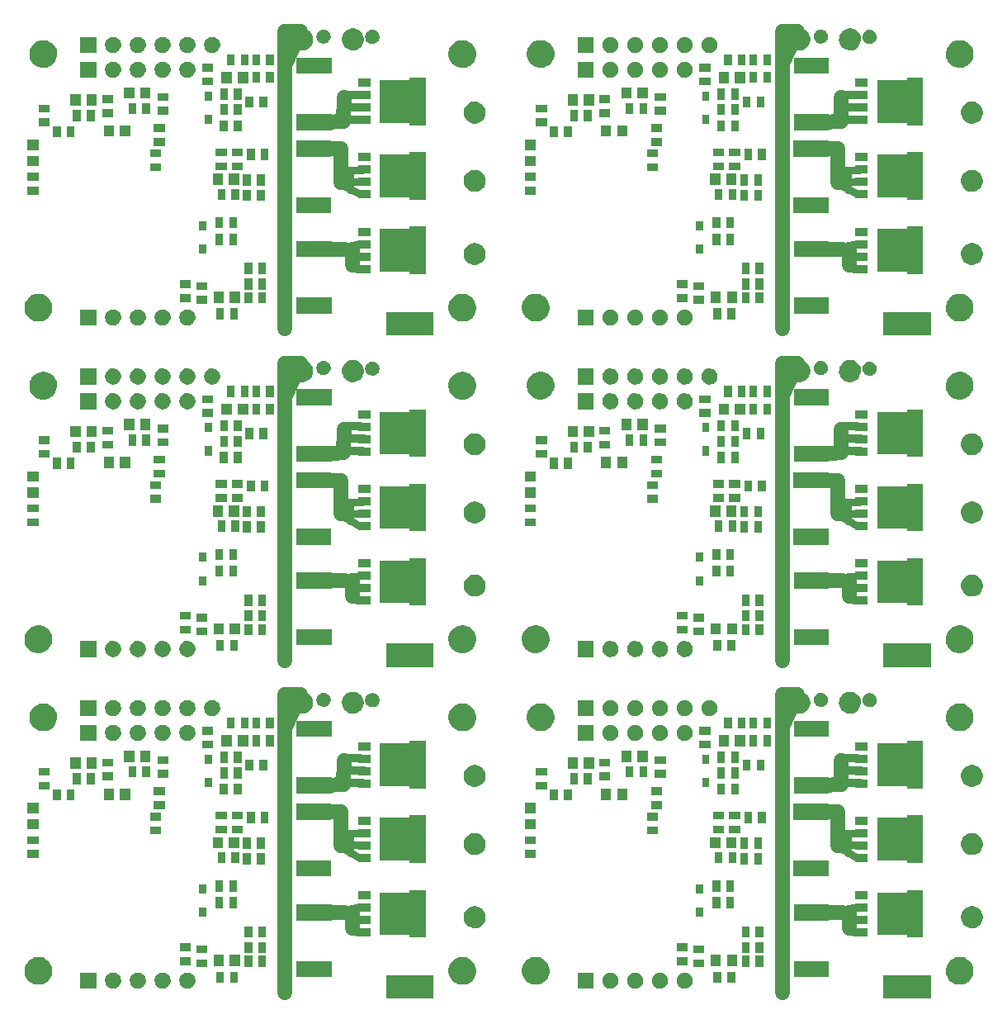
<source format=gbs>
%TF.GenerationSoftware,KiCad,Pcbnew,4.0.6-e0-6349~53~ubuntu16.04.1*%
%TF.CreationDate,2017-03-20T23:11:39+02:00*%
%TF.ProjectId,BLDC_controller,424C44435F636F6E74726F6C6C65722E,1.0*%
%TF.FileFunction,Soldermask,Bot*%
%FSLAX46Y46*%
G04 Gerber Fmt 4.6, Leading zero omitted, Abs format (unit mm)*
G04 Created by KiCad (PCBNEW 4.0.6-e0-6349~53~ubuntu16.04.1) date Mon Mar 20 23:11:39 2017*
%MOMM*%
%LPD*%
G01*
G04 APERTURE LIST*
%ADD10C,0.100000*%
%ADD11C,0.850000*%
%ADD12C,1.500000*%
%ADD13C,0.800000*%
G04 APERTURE END LIST*
D10*
D11*
X223160000Y-157440000D02*
X221510000Y-157440000D01*
X172160000Y-157440000D02*
X170510000Y-157440000D01*
X223160000Y-123440000D02*
X221510000Y-123440000D01*
X172160000Y-123440000D02*
X170510000Y-123440000D01*
X223160000Y-89440000D02*
X221510000Y-89440000D01*
X222690000Y-156160000D02*
X221510000Y-156160000D01*
X171690000Y-156160000D02*
X170510000Y-156160000D01*
X222690000Y-122160000D02*
X221510000Y-122160000D01*
X171690000Y-122160000D02*
X170510000Y-122160000D01*
X222690000Y-88160000D02*
X221510000Y-88160000D01*
D12*
X215100000Y-153000000D02*
X216600000Y-149700000D01*
X164100000Y-153000000D02*
X165600000Y-149700000D01*
X215100000Y-119000000D02*
X216600000Y-115700000D01*
X164100000Y-119000000D02*
X165600000Y-115700000D01*
X215100000Y-85000000D02*
X216600000Y-81700000D01*
X216600000Y-149700000D02*
X215100000Y-149700000D01*
X165600000Y-149700000D02*
X164100000Y-149700000D01*
X216600000Y-115700000D02*
X215100000Y-115700000D01*
X165600000Y-115700000D02*
X164100000Y-115700000D01*
X216600000Y-81700000D02*
X215100000Y-81700000D01*
X221050000Y-158900000D02*
X221080000Y-156480000D01*
X170050000Y-158900000D02*
X170080000Y-156480000D01*
X221050000Y-124900000D02*
X221080000Y-122480000D01*
X170050000Y-124900000D02*
X170080000Y-122480000D01*
X221050000Y-90900000D02*
X221080000Y-88480000D01*
D11*
X223010000Y-158700000D02*
X221620000Y-158700000D01*
X172010000Y-158700000D02*
X170620000Y-158700000D01*
X223010000Y-124700000D02*
X221620000Y-124700000D01*
X172010000Y-124700000D02*
X170620000Y-124700000D01*
X223010000Y-90700000D02*
X221620000Y-90700000D01*
D12*
X219150000Y-159000000D02*
X221050000Y-158900000D01*
X168150000Y-159000000D02*
X170050000Y-158900000D01*
X219150000Y-125000000D02*
X221050000Y-124900000D01*
X168150000Y-125000000D02*
X170050000Y-124900000D01*
X219150000Y-91000000D02*
X221050000Y-90900000D01*
D13*
X222680000Y-174040000D02*
X221860000Y-173940000D01*
X171680000Y-174040000D02*
X170860000Y-173940000D01*
X222680000Y-140040000D02*
X221860000Y-139940000D01*
X171680000Y-140040000D02*
X170860000Y-139940000D01*
X222680000Y-106040000D02*
X221860000Y-105940000D01*
D12*
X221150000Y-172000000D02*
X219650000Y-172000000D01*
X170150000Y-172000000D02*
X168650000Y-172000000D01*
X221150000Y-138000000D02*
X219650000Y-138000000D01*
X170150000Y-138000000D02*
X168650000Y-138000000D01*
X221150000Y-104000000D02*
X219650000Y-104000000D01*
X221950000Y-172000000D02*
X221950000Y-173600000D01*
X170950000Y-172000000D02*
X170950000Y-173600000D01*
X221950000Y-138000000D02*
X221950000Y-139600000D01*
X170950000Y-138000000D02*
X170950000Y-139600000D01*
X221950000Y-104000000D02*
X221950000Y-105600000D01*
D13*
X222670000Y-171450000D02*
X221500000Y-171700000D01*
X171670000Y-171450000D02*
X170500000Y-171700000D01*
X222670000Y-137450000D02*
X221500000Y-137700000D01*
X171670000Y-137450000D02*
X170500000Y-137700000D01*
X222670000Y-103450000D02*
X221500000Y-103700000D01*
D12*
X215050000Y-180200000D02*
X215050000Y-149700000D01*
X164050000Y-180200000D02*
X164050000Y-149700000D01*
X215050000Y-146200000D02*
X215050000Y-115700000D01*
X164050000Y-146200000D02*
X164050000Y-115700000D01*
X215050000Y-112200000D02*
X215050000Y-81700000D01*
X220750000Y-161900000D02*
X220750000Y-165160000D01*
X169750000Y-161900000D02*
X169750000Y-165160000D01*
X220750000Y-127900000D02*
X220750000Y-131160000D01*
X169750000Y-127900000D02*
X169750000Y-131160000D01*
X220750000Y-93900000D02*
X220750000Y-97160000D01*
D13*
X222950000Y-163900000D02*
X221250000Y-163900000D01*
X171950000Y-163900000D02*
X170250000Y-163900000D01*
X222950000Y-129900000D02*
X221250000Y-129900000D01*
X171950000Y-129900000D02*
X170250000Y-129900000D01*
X222950000Y-95900000D02*
X221250000Y-95900000D01*
X221750000Y-163900000D02*
X221750000Y-165900000D01*
X170750000Y-163900000D02*
X170750000Y-165900000D01*
X221750000Y-129900000D02*
X221750000Y-131900000D01*
X170750000Y-129900000D02*
X170750000Y-131900000D01*
X221750000Y-95900000D02*
X221750000Y-97900000D01*
X221150000Y-165500000D02*
X222750000Y-166400000D01*
X170150000Y-165500000D02*
X171750000Y-166400000D01*
X221150000Y-131500000D02*
X222750000Y-132400000D01*
X170150000Y-131500000D02*
X171750000Y-132400000D01*
X221150000Y-97500000D02*
X222750000Y-98400000D01*
D12*
X219250000Y-161700000D02*
X220750000Y-161700000D01*
X168250000Y-161700000D02*
X169750000Y-161700000D01*
X219250000Y-127700000D02*
X220750000Y-127700000D01*
X168250000Y-127700000D02*
X169750000Y-127700000D01*
X219250000Y-93700000D02*
X220750000Y-93700000D01*
D13*
X222950000Y-165100000D02*
X221350000Y-165100000D01*
X171950000Y-165100000D02*
X170350000Y-165100000D01*
X222950000Y-131100000D02*
X221350000Y-131100000D01*
X171950000Y-131100000D02*
X170350000Y-131100000D01*
X222950000Y-97100000D02*
X221350000Y-97100000D01*
D12*
X165600000Y-81700000D02*
X164100000Y-81700000D01*
X164100000Y-85000000D02*
X165600000Y-81700000D01*
D11*
X172010000Y-90700000D02*
X170620000Y-90700000D01*
X172160000Y-89440000D02*
X170510000Y-89440000D01*
X171690000Y-88160000D02*
X170510000Y-88160000D01*
D12*
X170050000Y-90900000D02*
X170080000Y-88480000D01*
X168150000Y-91000000D02*
X170050000Y-90900000D01*
D13*
X170750000Y-95900000D02*
X170750000Y-97900000D01*
X170150000Y-97500000D02*
X171750000Y-98400000D01*
X171950000Y-97100000D02*
X170350000Y-97100000D01*
X171950000Y-95900000D02*
X170250000Y-95900000D01*
D12*
X169750000Y-93900000D02*
X169750000Y-97160000D01*
X168250000Y-93700000D02*
X169750000Y-93700000D01*
D13*
X171680000Y-106040000D02*
X170860000Y-105940000D01*
X171670000Y-103450000D02*
X170500000Y-103700000D01*
D12*
X170950000Y-104000000D02*
X170950000Y-105600000D01*
X170150000Y-104000000D02*
X168650000Y-104000000D01*
X164050000Y-112200000D02*
X164050000Y-81700000D01*
D10*
G36*
X230300000Y-180850000D02*
X225400000Y-180850000D01*
X225400000Y-178450000D01*
X230300000Y-178450000D01*
X230300000Y-180850000D01*
X230300000Y-180850000D01*
G37*
G36*
X179300000Y-180850000D02*
X174400000Y-180850000D01*
X174400000Y-178450000D01*
X179300000Y-178450000D01*
X179300000Y-180850000D01*
X179300000Y-180850000D01*
G37*
G36*
X146496653Y-178175547D02*
X146655143Y-178208081D01*
X146804290Y-178270776D01*
X146938422Y-178361249D01*
X147052425Y-178476051D01*
X147141957Y-178610809D01*
X147203612Y-178760394D01*
X147234970Y-178918761D01*
X147234970Y-178918771D01*
X147235036Y-178919105D01*
X147232455Y-179103900D01*
X147232379Y-179104234D01*
X147232379Y-179104243D01*
X147196614Y-179261670D01*
X147130804Y-179409479D01*
X147037544Y-179541684D01*
X146920383Y-179653254D01*
X146783776Y-179739948D01*
X146632931Y-179798457D01*
X146473600Y-179826551D01*
X146311845Y-179823163D01*
X146153825Y-179788420D01*
X146005566Y-179723647D01*
X145872713Y-179631312D01*
X145760321Y-179514927D01*
X145672679Y-179378932D01*
X145613119Y-179228501D01*
X145583912Y-179069369D01*
X145586172Y-178907591D01*
X145619809Y-178749339D01*
X145683547Y-178600627D01*
X145774952Y-178467133D01*
X145890549Y-178353933D01*
X146025928Y-178265343D01*
X146175943Y-178204734D01*
X146334864Y-178174417D01*
X146496653Y-178175547D01*
X146496653Y-178175547D01*
G37*
G36*
X151576653Y-178175547D02*
X151735143Y-178208081D01*
X151884290Y-178270776D01*
X152018422Y-178361249D01*
X152132425Y-178476051D01*
X152221957Y-178610809D01*
X152283612Y-178760394D01*
X152314970Y-178918761D01*
X152314970Y-178918771D01*
X152315036Y-178919105D01*
X152312455Y-179103900D01*
X152312379Y-179104234D01*
X152312379Y-179104243D01*
X152276614Y-179261670D01*
X152210804Y-179409479D01*
X152117544Y-179541684D01*
X152000383Y-179653254D01*
X151863776Y-179739948D01*
X151712931Y-179798457D01*
X151553600Y-179826551D01*
X151391845Y-179823163D01*
X151233825Y-179788420D01*
X151085566Y-179723647D01*
X150952713Y-179631312D01*
X150840321Y-179514927D01*
X150752679Y-179378932D01*
X150693119Y-179228501D01*
X150663912Y-179069369D01*
X150666172Y-178907591D01*
X150699809Y-178749339D01*
X150763547Y-178600627D01*
X150854952Y-178467133D01*
X150970549Y-178353933D01*
X151105928Y-178265343D01*
X151255943Y-178204734D01*
X151414864Y-178174417D01*
X151576653Y-178175547D01*
X151576653Y-178175547D01*
G37*
G36*
X200036653Y-178175547D02*
X200195143Y-178208081D01*
X200344290Y-178270776D01*
X200478422Y-178361249D01*
X200592425Y-178476051D01*
X200681957Y-178610809D01*
X200743612Y-178760394D01*
X200774970Y-178918761D01*
X200774970Y-178918771D01*
X200775036Y-178919105D01*
X200772455Y-179103900D01*
X200772379Y-179104234D01*
X200772379Y-179104243D01*
X200736614Y-179261670D01*
X200670804Y-179409479D01*
X200577544Y-179541684D01*
X200460383Y-179653254D01*
X200323776Y-179739948D01*
X200172931Y-179798457D01*
X200013600Y-179826551D01*
X199851845Y-179823163D01*
X199693825Y-179788420D01*
X199545566Y-179723647D01*
X199412713Y-179631312D01*
X199300321Y-179514927D01*
X199212679Y-179378932D01*
X199153119Y-179228501D01*
X199123912Y-179069369D01*
X199126172Y-178907591D01*
X199159809Y-178749339D01*
X199223547Y-178600627D01*
X199314952Y-178467133D01*
X199430549Y-178353933D01*
X199565928Y-178265343D01*
X199715943Y-178204734D01*
X199874864Y-178174417D01*
X200036653Y-178175547D01*
X200036653Y-178175547D01*
G37*
G36*
X154116653Y-178175547D02*
X154275143Y-178208081D01*
X154424290Y-178270776D01*
X154558422Y-178361249D01*
X154672425Y-178476051D01*
X154761957Y-178610809D01*
X154823612Y-178760394D01*
X154854970Y-178918761D01*
X154854970Y-178918771D01*
X154855036Y-178919105D01*
X154852455Y-179103900D01*
X154852379Y-179104234D01*
X154852379Y-179104243D01*
X154816614Y-179261670D01*
X154750804Y-179409479D01*
X154657544Y-179541684D01*
X154540383Y-179653254D01*
X154403776Y-179739948D01*
X154252931Y-179798457D01*
X154093600Y-179826551D01*
X153931845Y-179823163D01*
X153773825Y-179788420D01*
X153625566Y-179723647D01*
X153492713Y-179631312D01*
X153380321Y-179514927D01*
X153292679Y-179378932D01*
X153233119Y-179228501D01*
X153203912Y-179069369D01*
X153206172Y-178907591D01*
X153239809Y-178749339D01*
X153303547Y-178600627D01*
X153394952Y-178467133D01*
X153510549Y-178353933D01*
X153645928Y-178265343D01*
X153795943Y-178204734D01*
X153954864Y-178174417D01*
X154116653Y-178175547D01*
X154116653Y-178175547D01*
G37*
G36*
X149036653Y-178175547D02*
X149195143Y-178208081D01*
X149344290Y-178270776D01*
X149478422Y-178361249D01*
X149592425Y-178476051D01*
X149681957Y-178610809D01*
X149743612Y-178760394D01*
X149774970Y-178918761D01*
X149774970Y-178918771D01*
X149775036Y-178919105D01*
X149772455Y-179103900D01*
X149772379Y-179104234D01*
X149772379Y-179104243D01*
X149736614Y-179261670D01*
X149670804Y-179409479D01*
X149577544Y-179541684D01*
X149460383Y-179653254D01*
X149323776Y-179739948D01*
X149172931Y-179798457D01*
X149013600Y-179826551D01*
X148851845Y-179823163D01*
X148693825Y-179788420D01*
X148545566Y-179723647D01*
X148412713Y-179631312D01*
X148300321Y-179514927D01*
X148212679Y-179378932D01*
X148153119Y-179228501D01*
X148123912Y-179069369D01*
X148126172Y-178907591D01*
X148159809Y-178749339D01*
X148223547Y-178600627D01*
X148314952Y-178467133D01*
X148430549Y-178353933D01*
X148565928Y-178265343D01*
X148715943Y-178204734D01*
X148874864Y-178174417D01*
X149036653Y-178175547D01*
X149036653Y-178175547D01*
G37*
G36*
X202576653Y-178175547D02*
X202735143Y-178208081D01*
X202884290Y-178270776D01*
X203018422Y-178361249D01*
X203132425Y-178476051D01*
X203221957Y-178610809D01*
X203283612Y-178760394D01*
X203314970Y-178918761D01*
X203314970Y-178918771D01*
X203315036Y-178919105D01*
X203312455Y-179103900D01*
X203312379Y-179104234D01*
X203312379Y-179104243D01*
X203276614Y-179261670D01*
X203210804Y-179409479D01*
X203117544Y-179541684D01*
X203000383Y-179653254D01*
X202863776Y-179739948D01*
X202712931Y-179798457D01*
X202553600Y-179826551D01*
X202391845Y-179823163D01*
X202233825Y-179788420D01*
X202085566Y-179723647D01*
X201952713Y-179631312D01*
X201840321Y-179514927D01*
X201752679Y-179378932D01*
X201693119Y-179228501D01*
X201663912Y-179069369D01*
X201666172Y-178907591D01*
X201699809Y-178749339D01*
X201763547Y-178600627D01*
X201854952Y-178467133D01*
X201970549Y-178353933D01*
X202105928Y-178265343D01*
X202255943Y-178204734D01*
X202414864Y-178174417D01*
X202576653Y-178175547D01*
X202576653Y-178175547D01*
G37*
G36*
X197496653Y-178175547D02*
X197655143Y-178208081D01*
X197804290Y-178270776D01*
X197938422Y-178361249D01*
X198052425Y-178476051D01*
X198141957Y-178610809D01*
X198203612Y-178760394D01*
X198234970Y-178918761D01*
X198234970Y-178918771D01*
X198235036Y-178919105D01*
X198232455Y-179103900D01*
X198232379Y-179104234D01*
X198232379Y-179104243D01*
X198196614Y-179261670D01*
X198130804Y-179409479D01*
X198037544Y-179541684D01*
X197920383Y-179653254D01*
X197783776Y-179739948D01*
X197632931Y-179798457D01*
X197473600Y-179826551D01*
X197311845Y-179823163D01*
X197153825Y-179788420D01*
X197005566Y-179723647D01*
X196872713Y-179631312D01*
X196760321Y-179514927D01*
X196672679Y-179378932D01*
X196613119Y-179228501D01*
X196583912Y-179069369D01*
X196586172Y-178907591D01*
X196619809Y-178749339D01*
X196683547Y-178600627D01*
X196774952Y-178467133D01*
X196890549Y-178353933D01*
X197025928Y-178265343D01*
X197175943Y-178204734D01*
X197334864Y-178174417D01*
X197496653Y-178175547D01*
X197496653Y-178175547D01*
G37*
G36*
X205116653Y-178175547D02*
X205275143Y-178208081D01*
X205424290Y-178270776D01*
X205558422Y-178361249D01*
X205672425Y-178476051D01*
X205761957Y-178610809D01*
X205823612Y-178760394D01*
X205854970Y-178918761D01*
X205854970Y-178918771D01*
X205855036Y-178919105D01*
X205852455Y-179103900D01*
X205852379Y-179104234D01*
X205852379Y-179104243D01*
X205816614Y-179261670D01*
X205750804Y-179409479D01*
X205657544Y-179541684D01*
X205540383Y-179653254D01*
X205403776Y-179739948D01*
X205252931Y-179798457D01*
X205093600Y-179826551D01*
X204931845Y-179823163D01*
X204773825Y-179788420D01*
X204625566Y-179723647D01*
X204492713Y-179631312D01*
X204380321Y-179514927D01*
X204292679Y-179378932D01*
X204233119Y-179228501D01*
X204203912Y-179069369D01*
X204206172Y-178907591D01*
X204239809Y-178749339D01*
X204303547Y-178600627D01*
X204394952Y-178467133D01*
X204510549Y-178353933D01*
X204645928Y-178265343D01*
X204795943Y-178204734D01*
X204954864Y-178174417D01*
X205116653Y-178175547D01*
X205116653Y-178175547D01*
G37*
G36*
X144695000Y-179825000D02*
X143045000Y-179825000D01*
X143045000Y-178175000D01*
X144695000Y-178175000D01*
X144695000Y-179825000D01*
X144695000Y-179825000D01*
G37*
G36*
X195695000Y-179825000D02*
X194045000Y-179825000D01*
X194045000Y-178175000D01*
X195695000Y-178175000D01*
X195695000Y-179825000D01*
X195695000Y-179825000D01*
G37*
G36*
X138899674Y-176575947D02*
X139173426Y-176632140D01*
X139431045Y-176740433D01*
X139662727Y-176896704D01*
X139859641Y-177094999D01*
X140014290Y-177327764D01*
X140120783Y-177586134D01*
X140174996Y-177859928D01*
X140174996Y-177859943D01*
X140175061Y-177860272D01*
X140170604Y-178179464D01*
X140170528Y-178179798D01*
X140170528Y-178179807D01*
X140108694Y-178451975D01*
X139995025Y-178707278D01*
X139833939Y-178935633D01*
X139631567Y-179128348D01*
X139395612Y-179278091D01*
X139135064Y-179379151D01*
X138859854Y-179427677D01*
X138580459Y-179421825D01*
X138307516Y-179361814D01*
X138051435Y-179249935D01*
X137821960Y-179090446D01*
X137627830Y-178889419D01*
X137476448Y-178654518D01*
X137373572Y-178394684D01*
X137323124Y-178119819D01*
X137327026Y-177840386D01*
X137385128Y-177567040D01*
X137495219Y-177310176D01*
X137653101Y-177079595D01*
X137852768Y-176884067D01*
X138086605Y-176731048D01*
X138345718Y-176626360D01*
X138620222Y-176573996D01*
X138899674Y-176575947D01*
X138899674Y-176575947D01*
G37*
G36*
X233399674Y-176575947D02*
X233673426Y-176632140D01*
X233931045Y-176740433D01*
X234162727Y-176896704D01*
X234359641Y-177094999D01*
X234514290Y-177327764D01*
X234620783Y-177586134D01*
X234674996Y-177859928D01*
X234674996Y-177859943D01*
X234675061Y-177860272D01*
X234670604Y-178179464D01*
X234670528Y-178179798D01*
X234670528Y-178179807D01*
X234608694Y-178451975D01*
X234495025Y-178707278D01*
X234333939Y-178935633D01*
X234131567Y-179128348D01*
X233895612Y-179278091D01*
X233635064Y-179379151D01*
X233359854Y-179427677D01*
X233080459Y-179421825D01*
X232807516Y-179361814D01*
X232551435Y-179249935D01*
X232321960Y-179090446D01*
X232127830Y-178889419D01*
X231976448Y-178654518D01*
X231873572Y-178394684D01*
X231823124Y-178119819D01*
X231827026Y-177840386D01*
X231885128Y-177567040D01*
X231995219Y-177310176D01*
X232153101Y-177079595D01*
X232352768Y-176884067D01*
X232586605Y-176731048D01*
X232845718Y-176626360D01*
X233120222Y-176573996D01*
X233399674Y-176575947D01*
X233399674Y-176575947D01*
G37*
G36*
X182399674Y-176575947D02*
X182673426Y-176632140D01*
X182931045Y-176740433D01*
X183162727Y-176896704D01*
X183359641Y-177094999D01*
X183514290Y-177327764D01*
X183620783Y-177586134D01*
X183674996Y-177859928D01*
X183674996Y-177859943D01*
X183675061Y-177860272D01*
X183670604Y-178179464D01*
X183670528Y-178179798D01*
X183670528Y-178179807D01*
X183608694Y-178451975D01*
X183495025Y-178707278D01*
X183333939Y-178935633D01*
X183131567Y-179128348D01*
X182895612Y-179278091D01*
X182635064Y-179379151D01*
X182359854Y-179427677D01*
X182080459Y-179421825D01*
X181807516Y-179361814D01*
X181551435Y-179249935D01*
X181321960Y-179090446D01*
X181127830Y-178889419D01*
X180976448Y-178654518D01*
X180873572Y-178394684D01*
X180823124Y-178119819D01*
X180827026Y-177840386D01*
X180885128Y-177567040D01*
X180995219Y-177310176D01*
X181153101Y-177079595D01*
X181352768Y-176884067D01*
X181586605Y-176731048D01*
X181845718Y-176626360D01*
X182120222Y-176573996D01*
X182399674Y-176575947D01*
X182399674Y-176575947D01*
G37*
G36*
X189899674Y-176575947D02*
X190173426Y-176632140D01*
X190431045Y-176740433D01*
X190662727Y-176896704D01*
X190859641Y-177094999D01*
X191014290Y-177327764D01*
X191120783Y-177586134D01*
X191174996Y-177859928D01*
X191174996Y-177859943D01*
X191175061Y-177860272D01*
X191170604Y-178179464D01*
X191170528Y-178179798D01*
X191170528Y-178179807D01*
X191108694Y-178451975D01*
X190995025Y-178707278D01*
X190833939Y-178935633D01*
X190631567Y-179128348D01*
X190395612Y-179278091D01*
X190135064Y-179379151D01*
X189859854Y-179427677D01*
X189580459Y-179421825D01*
X189307516Y-179361814D01*
X189051435Y-179249935D01*
X188821960Y-179090446D01*
X188627830Y-178889419D01*
X188476448Y-178654518D01*
X188373572Y-178394684D01*
X188323124Y-178119819D01*
X188327026Y-177840386D01*
X188385128Y-177567040D01*
X188495219Y-177310176D01*
X188653101Y-177079595D01*
X188852768Y-176884067D01*
X189086605Y-176731048D01*
X189345718Y-176626360D01*
X189620222Y-176573996D01*
X189899674Y-176575947D01*
X189899674Y-176575947D01*
G37*
G36*
X208790000Y-179220000D02*
X207990000Y-179220000D01*
X207990000Y-178080000D01*
X208790000Y-178080000D01*
X208790000Y-179220000D01*
X208790000Y-179220000D01*
G37*
G36*
X210210000Y-179220000D02*
X209410000Y-179220000D01*
X209410000Y-178080000D01*
X210210000Y-178080000D01*
X210210000Y-179220000D01*
X210210000Y-179220000D01*
G37*
G36*
X157790000Y-179220000D02*
X156990000Y-179220000D01*
X156990000Y-178080000D01*
X157790000Y-178080000D01*
X157790000Y-179220000D01*
X157790000Y-179220000D01*
G37*
G36*
X159210000Y-179220000D02*
X158410000Y-179220000D01*
X158410000Y-178080000D01*
X159210000Y-178080000D01*
X159210000Y-179220000D01*
X159210000Y-179220000D01*
G37*
G36*
X168850000Y-178625000D02*
X165250000Y-178625000D01*
X165250000Y-176975000D01*
X168850000Y-176975000D01*
X168850000Y-178625000D01*
X168850000Y-178625000D01*
G37*
G36*
X219850000Y-178625000D02*
X216250000Y-178625000D01*
X216250000Y-176975000D01*
X219850000Y-176975000D01*
X219850000Y-178625000D01*
X219850000Y-178625000D01*
G37*
G36*
X207070000Y-177610000D02*
X205930000Y-177610000D01*
X205930000Y-176810000D01*
X207070000Y-176810000D01*
X207070000Y-177610000D01*
X207070000Y-177610000D01*
G37*
G36*
X156070000Y-177610000D02*
X154930000Y-177610000D01*
X154930000Y-176810000D01*
X156070000Y-176810000D01*
X156070000Y-177610000D01*
X156070000Y-177610000D01*
G37*
G36*
X213110000Y-177570000D02*
X212310000Y-177570000D01*
X212310000Y-176430000D01*
X213110000Y-176430000D01*
X213110000Y-177570000D01*
X213110000Y-177570000D01*
G37*
G36*
X160690000Y-177570000D02*
X159890000Y-177570000D01*
X159890000Y-176430000D01*
X160690000Y-176430000D01*
X160690000Y-177570000D01*
X160690000Y-177570000D01*
G37*
G36*
X162110000Y-177570000D02*
X161310000Y-177570000D01*
X161310000Y-176430000D01*
X162110000Y-176430000D01*
X162110000Y-177570000D01*
X162110000Y-177570000D01*
G37*
G36*
X211690000Y-177570000D02*
X210890000Y-177570000D01*
X210890000Y-176430000D01*
X211690000Y-176430000D01*
X211690000Y-177570000D01*
X211690000Y-177570000D01*
G37*
G36*
X157765000Y-177525000D02*
X156715000Y-177525000D01*
X156715000Y-176375000D01*
X157765000Y-176375000D01*
X157765000Y-177525000D01*
X157765000Y-177525000D01*
G37*
G36*
X159425000Y-177525000D02*
X158375000Y-177525000D01*
X158375000Y-176375000D01*
X159425000Y-176375000D01*
X159425000Y-177525000D01*
X159425000Y-177525000D01*
G37*
G36*
X210425000Y-177525000D02*
X209375000Y-177525000D01*
X209375000Y-176375000D01*
X210425000Y-176375000D01*
X210425000Y-177525000D01*
X210425000Y-177525000D01*
G37*
G36*
X208765000Y-177525000D02*
X207715000Y-177525000D01*
X207715000Y-176375000D01*
X208765000Y-176375000D01*
X208765000Y-177525000D01*
X208765000Y-177525000D01*
G37*
G36*
X154370000Y-177410000D02*
X153230000Y-177410000D01*
X153230000Y-176610000D01*
X154370000Y-176610000D01*
X154370000Y-177410000D01*
X154370000Y-177410000D01*
G37*
G36*
X205370000Y-177410000D02*
X204230000Y-177410000D01*
X204230000Y-176610000D01*
X205370000Y-176610000D01*
X205370000Y-177410000D01*
X205370000Y-177410000D01*
G37*
G36*
X207070000Y-176190000D02*
X205930000Y-176190000D01*
X205930000Y-175390000D01*
X207070000Y-175390000D01*
X207070000Y-176190000D01*
X207070000Y-176190000D01*
G37*
G36*
X156070000Y-176190000D02*
X154930000Y-176190000D01*
X154930000Y-175390000D01*
X156070000Y-175390000D01*
X156070000Y-176190000D01*
X156070000Y-176190000D01*
G37*
G36*
X160690000Y-176175000D02*
X159890000Y-176175000D01*
X159890000Y-175035000D01*
X160690000Y-175035000D01*
X160690000Y-176175000D01*
X160690000Y-176175000D01*
G37*
G36*
X211690000Y-176175000D02*
X210890000Y-176175000D01*
X210890000Y-175035000D01*
X211690000Y-175035000D01*
X211690000Y-176175000D01*
X211690000Y-176175000D01*
G37*
G36*
X213110000Y-176175000D02*
X212310000Y-176175000D01*
X212310000Y-175035000D01*
X213110000Y-175035000D01*
X213110000Y-176175000D01*
X213110000Y-176175000D01*
G37*
G36*
X162110000Y-176175000D02*
X161310000Y-176175000D01*
X161310000Y-175035000D01*
X162110000Y-175035000D01*
X162110000Y-176175000D01*
X162110000Y-176175000D01*
G37*
G36*
X154370000Y-175990000D02*
X153230000Y-175990000D01*
X153230000Y-175190000D01*
X154370000Y-175190000D01*
X154370000Y-175990000D01*
X154370000Y-175990000D01*
G37*
G36*
X205370000Y-175990000D02*
X204230000Y-175990000D01*
X204230000Y-175190000D01*
X205370000Y-175190000D01*
X205370000Y-175990000D01*
X205370000Y-175990000D01*
G37*
G36*
X211690000Y-174570000D02*
X210890000Y-174570000D01*
X210890000Y-173430000D01*
X211690000Y-173430000D01*
X211690000Y-174570000D01*
X211690000Y-174570000D01*
G37*
G36*
X213110000Y-174570000D02*
X212310000Y-174570000D01*
X212310000Y-173430000D01*
X213110000Y-173430000D01*
X213110000Y-174570000D01*
X213110000Y-174570000D01*
G37*
G36*
X162110000Y-174570000D02*
X161310000Y-174570000D01*
X161310000Y-173430000D01*
X162110000Y-173430000D01*
X162110000Y-174570000D01*
X162110000Y-174570000D01*
G37*
G36*
X160690000Y-174570000D02*
X159890000Y-174570000D01*
X159890000Y-173430000D01*
X160690000Y-173430000D01*
X160690000Y-174570000D01*
X160690000Y-174570000D01*
G37*
G36*
X178495000Y-174550000D02*
X176845000Y-174550000D01*
X176845000Y-174349950D01*
X176843022Y-174336034D01*
X176837246Y-174323220D01*
X176828129Y-174312523D01*
X176816393Y-174304789D01*
X176802966Y-174300631D01*
X176795050Y-174300000D01*
X173795000Y-174300000D01*
X173795000Y-169950000D01*
X176795050Y-169950000D01*
X176808966Y-169948022D01*
X176821780Y-169942246D01*
X176832477Y-169933129D01*
X176840211Y-169921393D01*
X176844369Y-169907966D01*
X176845000Y-169900050D01*
X176845000Y-169700000D01*
X178495000Y-169700000D01*
X178495000Y-174550000D01*
X178495000Y-174550000D01*
G37*
G36*
X229495000Y-174550000D02*
X227845000Y-174550000D01*
X227845000Y-174349950D01*
X227843022Y-174336034D01*
X227837246Y-174323220D01*
X227828129Y-174312523D01*
X227816393Y-174304789D01*
X227802966Y-174300631D01*
X227795050Y-174300000D01*
X224795000Y-174300000D01*
X224795000Y-169950000D01*
X227795050Y-169950000D01*
X227808966Y-169948022D01*
X227821780Y-169942246D01*
X227832477Y-169933129D01*
X227840211Y-169921393D01*
X227844369Y-169907966D01*
X227845000Y-169900050D01*
X227845000Y-169700000D01*
X229495000Y-169700000D01*
X229495000Y-174550000D01*
X229495000Y-174550000D01*
G37*
G36*
X223825000Y-174455000D02*
X222525000Y-174455000D01*
X222525000Y-173605000D01*
X223825000Y-173605000D01*
X223825000Y-174455000D01*
X223825000Y-174455000D01*
G37*
G36*
X172825000Y-174455000D02*
X171525000Y-174455000D01*
X171525000Y-173605000D01*
X172825000Y-173605000D01*
X172825000Y-174455000D01*
X172825000Y-174455000D01*
G37*
G36*
X183618164Y-171375748D02*
X183834284Y-171420111D01*
X184037668Y-171505605D01*
X184220571Y-171628975D01*
X184376035Y-171785528D01*
X184498124Y-171969287D01*
X184582197Y-172173263D01*
X184624982Y-172389344D01*
X184624982Y-172389354D01*
X184625048Y-172389688D01*
X184621529Y-172641682D01*
X184621453Y-172642016D01*
X184621453Y-172642025D01*
X184572652Y-172856824D01*
X184482916Y-173058376D01*
X184355741Y-173238658D01*
X184195974Y-173390801D01*
X184009694Y-173509019D01*
X183803997Y-173588803D01*
X183586727Y-173627113D01*
X183366152Y-173622494D01*
X183150672Y-173575117D01*
X182948500Y-173486790D01*
X182767337Y-173360879D01*
X182614076Y-173202173D01*
X182494564Y-173016725D01*
X182413346Y-172811592D01*
X182373519Y-172594594D01*
X182376600Y-172373989D01*
X182422469Y-172158190D01*
X182509383Y-171955406D01*
X182634030Y-171773361D01*
X182791659Y-171619000D01*
X182976266Y-171498196D01*
X183180831Y-171415547D01*
X183397543Y-171374207D01*
X183618164Y-171375748D01*
X183618164Y-171375748D01*
G37*
G36*
X234618164Y-171375748D02*
X234834284Y-171420111D01*
X235037668Y-171505605D01*
X235220571Y-171628975D01*
X235376035Y-171785528D01*
X235498124Y-171969287D01*
X235582197Y-172173263D01*
X235624982Y-172389344D01*
X235624982Y-172389354D01*
X235625048Y-172389688D01*
X235621529Y-172641682D01*
X235621453Y-172642016D01*
X235621453Y-172642025D01*
X235572652Y-172856824D01*
X235482916Y-173058376D01*
X235355741Y-173238658D01*
X235195974Y-173390801D01*
X235009694Y-173509019D01*
X234803997Y-173588803D01*
X234586727Y-173627113D01*
X234366152Y-173622494D01*
X234150672Y-173575117D01*
X233948500Y-173486790D01*
X233767337Y-173360879D01*
X233614076Y-173202173D01*
X233494564Y-173016725D01*
X233413346Y-172811592D01*
X233373519Y-172594594D01*
X233376600Y-172373989D01*
X233422469Y-172158190D01*
X233509383Y-171955406D01*
X233634030Y-171773361D01*
X233791659Y-171619000D01*
X233976266Y-171498196D01*
X234180831Y-171415547D01*
X234397543Y-171374207D01*
X234618164Y-171375748D01*
X234618164Y-171375748D01*
G37*
G36*
X172825000Y-173185000D02*
X171525000Y-173185000D01*
X171525000Y-172335000D01*
X172825000Y-172335000D01*
X172825000Y-173185000D01*
X172825000Y-173185000D01*
G37*
G36*
X223825000Y-173185000D02*
X222525000Y-173185000D01*
X222525000Y-172335000D01*
X223825000Y-172335000D01*
X223825000Y-173185000D01*
X223825000Y-173185000D01*
G37*
G36*
X219850000Y-172825000D02*
X216250000Y-172825000D01*
X216250000Y-171175000D01*
X219850000Y-171175000D01*
X219850000Y-172825000D01*
X219850000Y-172825000D01*
G37*
G36*
X168850000Y-172825000D02*
X165250000Y-172825000D01*
X165250000Y-171175000D01*
X168850000Y-171175000D01*
X168850000Y-172825000D01*
X168850000Y-172825000D01*
G37*
G36*
X206975000Y-172475000D02*
X206225000Y-172475000D01*
X206225000Y-171525000D01*
X206975000Y-171525000D01*
X206975000Y-172475000D01*
X206975000Y-172475000D01*
G37*
G36*
X155975000Y-172475000D02*
X155225000Y-172475000D01*
X155225000Y-171525000D01*
X155975000Y-171525000D01*
X155975000Y-172475000D01*
X155975000Y-172475000D01*
G37*
G36*
X172825000Y-171915000D02*
X171525000Y-171915000D01*
X171525000Y-171065000D01*
X172825000Y-171065000D01*
X172825000Y-171915000D01*
X172825000Y-171915000D01*
G37*
G36*
X223825000Y-171915000D02*
X222525000Y-171915000D01*
X222525000Y-171065000D01*
X223825000Y-171065000D01*
X223825000Y-171915000D01*
X223825000Y-171915000D01*
G37*
G36*
X208700000Y-171570000D02*
X207900000Y-171570000D01*
X207900000Y-170430000D01*
X208700000Y-170430000D01*
X208700000Y-171570000D01*
X208700000Y-171570000D01*
G37*
G36*
X157700000Y-171570000D02*
X156900000Y-171570000D01*
X156900000Y-170430000D01*
X157700000Y-170430000D01*
X157700000Y-171570000D01*
X157700000Y-171570000D01*
G37*
G36*
X159120000Y-171570000D02*
X158320000Y-171570000D01*
X158320000Y-170430000D01*
X159120000Y-170430000D01*
X159120000Y-171570000D01*
X159120000Y-171570000D01*
G37*
G36*
X210120000Y-171570000D02*
X209320000Y-171570000D01*
X209320000Y-170430000D01*
X210120000Y-170430000D01*
X210120000Y-171570000D01*
X210120000Y-171570000D01*
G37*
G36*
X172825000Y-170645000D02*
X171525000Y-170645000D01*
X171525000Y-169795000D01*
X172825000Y-169795000D01*
X172825000Y-170645000D01*
X172825000Y-170645000D01*
G37*
G36*
X223825000Y-170645000D02*
X222525000Y-170645000D01*
X222525000Y-169795000D01*
X223825000Y-169795000D01*
X223825000Y-170645000D01*
X223825000Y-170645000D01*
G37*
G36*
X206975000Y-170075000D02*
X206225000Y-170075000D01*
X206225000Y-169125000D01*
X206975000Y-169125000D01*
X206975000Y-170075000D01*
X206975000Y-170075000D01*
G37*
G36*
X155975000Y-170075000D02*
X155225000Y-170075000D01*
X155225000Y-169125000D01*
X155975000Y-169125000D01*
X155975000Y-170075000D01*
X155975000Y-170075000D01*
G37*
G36*
X210110000Y-169870000D02*
X209310000Y-169870000D01*
X209310000Y-168730000D01*
X210110000Y-168730000D01*
X210110000Y-169870000D01*
X210110000Y-169870000D01*
G37*
G36*
X157690000Y-169870000D02*
X156890000Y-169870000D01*
X156890000Y-168730000D01*
X157690000Y-168730000D01*
X157690000Y-169870000D01*
X157690000Y-169870000D01*
G37*
G36*
X159110000Y-169870000D02*
X158310000Y-169870000D01*
X158310000Y-168730000D01*
X159110000Y-168730000D01*
X159110000Y-169870000D01*
X159110000Y-169870000D01*
G37*
G36*
X208690000Y-169870000D02*
X207890000Y-169870000D01*
X207890000Y-168730000D01*
X208690000Y-168730000D01*
X208690000Y-169870000D01*
X208690000Y-169870000D01*
G37*
G36*
X168800000Y-168330000D02*
X165200000Y-168330000D01*
X165200000Y-166680000D01*
X168800000Y-166680000D01*
X168800000Y-168330000D01*
X168800000Y-168330000D01*
G37*
G36*
X219800000Y-168330000D02*
X216200000Y-168330000D01*
X216200000Y-166680000D01*
X219800000Y-166680000D01*
X219800000Y-168330000D01*
X219800000Y-168330000D01*
G37*
G36*
X161960000Y-167070000D02*
X161160000Y-167070000D01*
X161160000Y-165930000D01*
X161960000Y-165930000D01*
X161960000Y-167070000D01*
X161960000Y-167070000D01*
G37*
G36*
X211540000Y-167070000D02*
X210740000Y-167070000D01*
X210740000Y-165930000D01*
X211540000Y-165930000D01*
X211540000Y-167070000D01*
X211540000Y-167070000D01*
G37*
G36*
X212960000Y-167070000D02*
X212160000Y-167070000D01*
X212160000Y-165930000D01*
X212960000Y-165930000D01*
X212960000Y-167070000D01*
X212960000Y-167070000D01*
G37*
G36*
X160540000Y-167070000D02*
X159740000Y-167070000D01*
X159740000Y-165930000D01*
X160540000Y-165930000D01*
X160540000Y-167070000D01*
X160540000Y-167070000D01*
G37*
G36*
X159350000Y-166970000D02*
X158550000Y-166970000D01*
X158550000Y-165830000D01*
X159350000Y-165830000D01*
X159350000Y-166970000D01*
X159350000Y-166970000D01*
G37*
G36*
X208930000Y-166970000D02*
X208130000Y-166970000D01*
X208130000Y-165830000D01*
X208930000Y-165830000D01*
X208930000Y-166970000D01*
X208930000Y-166970000D01*
G37*
G36*
X157930000Y-166970000D02*
X157130000Y-166970000D01*
X157130000Y-165830000D01*
X157930000Y-165830000D01*
X157930000Y-166970000D01*
X157930000Y-166970000D01*
G37*
G36*
X210350000Y-166970000D02*
X209550000Y-166970000D01*
X209550000Y-165830000D01*
X210350000Y-165830000D01*
X210350000Y-166970000D01*
X210350000Y-166970000D01*
G37*
G36*
X178495000Y-166920000D02*
X176845000Y-166920000D01*
X176845000Y-166719950D01*
X176843022Y-166706034D01*
X176837246Y-166693220D01*
X176828129Y-166682523D01*
X176816393Y-166674789D01*
X176802966Y-166670631D01*
X176795050Y-166670000D01*
X173795000Y-166670000D01*
X173795000Y-162320000D01*
X176795050Y-162320000D01*
X176808966Y-162318022D01*
X176821780Y-162312246D01*
X176832477Y-162303129D01*
X176840211Y-162291393D01*
X176844369Y-162277966D01*
X176845000Y-162270050D01*
X176845000Y-162070000D01*
X178495000Y-162070000D01*
X178495000Y-166920000D01*
X178495000Y-166920000D01*
G37*
G36*
X229495000Y-166920000D02*
X227845000Y-166920000D01*
X227845000Y-166719950D01*
X227843022Y-166706034D01*
X227837246Y-166693220D01*
X227828129Y-166682523D01*
X227816393Y-166674789D01*
X227802966Y-166670631D01*
X227795050Y-166670000D01*
X224795000Y-166670000D01*
X224795000Y-162320000D01*
X227795050Y-162320000D01*
X227808966Y-162318022D01*
X227821780Y-162312246D01*
X227832477Y-162303129D01*
X227840211Y-162291393D01*
X227844369Y-162277966D01*
X227845000Y-162270050D01*
X227845000Y-162070000D01*
X229495000Y-162070000D01*
X229495000Y-166920000D01*
X229495000Y-166920000D01*
G37*
G36*
X172825000Y-166825000D02*
X171525000Y-166825000D01*
X171525000Y-165975000D01*
X172825000Y-165975000D01*
X172825000Y-166825000D01*
X172825000Y-166825000D01*
G37*
G36*
X223825000Y-166825000D02*
X222525000Y-166825000D01*
X222525000Y-165975000D01*
X223825000Y-165975000D01*
X223825000Y-166825000D01*
X223825000Y-166825000D01*
G37*
G36*
X138770000Y-166410000D02*
X137630000Y-166410000D01*
X137630000Y-165610000D01*
X138770000Y-165610000D01*
X138770000Y-166410000D01*
X138770000Y-166410000D01*
G37*
G36*
X189770000Y-166410000D02*
X188630000Y-166410000D01*
X188630000Y-165610000D01*
X189770000Y-165610000D01*
X189770000Y-166410000D01*
X189770000Y-166410000D01*
G37*
G36*
X183618164Y-163875748D02*
X183834284Y-163920111D01*
X184037668Y-164005605D01*
X184220571Y-164128975D01*
X184376035Y-164285528D01*
X184498124Y-164469287D01*
X184582197Y-164673263D01*
X184624982Y-164889344D01*
X184624982Y-164889354D01*
X184625048Y-164889688D01*
X184621529Y-165141682D01*
X184621453Y-165142016D01*
X184621453Y-165142025D01*
X184572652Y-165356824D01*
X184482916Y-165558376D01*
X184355741Y-165738658D01*
X184195974Y-165890801D01*
X184009694Y-166009019D01*
X183803997Y-166088803D01*
X183586727Y-166127113D01*
X183366152Y-166122494D01*
X183150672Y-166075117D01*
X182948500Y-165986790D01*
X182767337Y-165860879D01*
X182614076Y-165702173D01*
X182494564Y-165516725D01*
X182413346Y-165311592D01*
X182373519Y-165094594D01*
X182376600Y-164873989D01*
X182422469Y-164658190D01*
X182509383Y-164455406D01*
X182634030Y-164273361D01*
X182791659Y-164119000D01*
X182976266Y-163998196D01*
X183180831Y-163915547D01*
X183397543Y-163874207D01*
X183618164Y-163875748D01*
X183618164Y-163875748D01*
G37*
G36*
X234618164Y-163875748D02*
X234834284Y-163920111D01*
X235037668Y-164005605D01*
X235220571Y-164128975D01*
X235376035Y-164285528D01*
X235498124Y-164469287D01*
X235582197Y-164673263D01*
X235624982Y-164889344D01*
X235624982Y-164889354D01*
X235625048Y-164889688D01*
X235621529Y-165141682D01*
X235621453Y-165142016D01*
X235621453Y-165142025D01*
X235572652Y-165356824D01*
X235482916Y-165558376D01*
X235355741Y-165738658D01*
X235195974Y-165890801D01*
X235009694Y-166009019D01*
X234803997Y-166088803D01*
X234586727Y-166127113D01*
X234366152Y-166122494D01*
X234150672Y-166075117D01*
X233948500Y-165986790D01*
X233767337Y-165860879D01*
X233614076Y-165702173D01*
X233494564Y-165516725D01*
X233413346Y-165311592D01*
X233373519Y-165094594D01*
X233376600Y-164873989D01*
X233422469Y-164658190D01*
X233509383Y-164455406D01*
X233634030Y-164273361D01*
X233791659Y-164119000D01*
X233976266Y-163998196D01*
X234180831Y-163915547D01*
X234397543Y-163874207D01*
X234618164Y-163875748D01*
X234618164Y-163875748D01*
G37*
G36*
X223825000Y-165555000D02*
X222525000Y-165555000D01*
X222525000Y-164705000D01*
X223825000Y-164705000D01*
X223825000Y-165555000D01*
X223825000Y-165555000D01*
G37*
G36*
X172825000Y-165555000D02*
X171525000Y-165555000D01*
X171525000Y-164705000D01*
X172825000Y-164705000D01*
X172825000Y-165555000D01*
X172825000Y-165555000D01*
G37*
G36*
X212960000Y-165475000D02*
X212160000Y-165475000D01*
X212160000Y-164335000D01*
X212960000Y-164335000D01*
X212960000Y-165475000D01*
X212960000Y-165475000D01*
G37*
G36*
X160540000Y-165475000D02*
X159740000Y-165475000D01*
X159740000Y-164335000D01*
X160540000Y-164335000D01*
X160540000Y-165475000D01*
X160540000Y-165475000D01*
G37*
G36*
X161960000Y-165475000D02*
X161160000Y-165475000D01*
X161160000Y-164335000D01*
X161960000Y-164335000D01*
X161960000Y-165475000D01*
X161960000Y-165475000D01*
G37*
G36*
X211540000Y-165475000D02*
X210740000Y-165475000D01*
X210740000Y-164335000D01*
X211540000Y-164335000D01*
X211540000Y-165475000D01*
X211540000Y-165475000D01*
G37*
G36*
X157695000Y-165425000D02*
X156645000Y-165425000D01*
X156645000Y-164275000D01*
X157695000Y-164275000D01*
X157695000Y-165425000D01*
X157695000Y-165425000D01*
G37*
G36*
X210355000Y-165425000D02*
X209305000Y-165425000D01*
X209305000Y-164275000D01*
X210355000Y-164275000D01*
X210355000Y-165425000D01*
X210355000Y-165425000D01*
G37*
G36*
X208695000Y-165425000D02*
X207645000Y-165425000D01*
X207645000Y-164275000D01*
X208695000Y-164275000D01*
X208695000Y-165425000D01*
X208695000Y-165425000D01*
G37*
G36*
X159355000Y-165425000D02*
X158305000Y-165425000D01*
X158305000Y-164275000D01*
X159355000Y-164275000D01*
X159355000Y-165425000D01*
X159355000Y-165425000D01*
G37*
G36*
X138770000Y-164990000D02*
X137630000Y-164990000D01*
X137630000Y-164190000D01*
X138770000Y-164190000D01*
X138770000Y-164990000D01*
X138770000Y-164990000D01*
G37*
G36*
X189770000Y-164990000D02*
X188630000Y-164990000D01*
X188630000Y-164190000D01*
X189770000Y-164190000D01*
X189770000Y-164990000D01*
X189770000Y-164990000D01*
G37*
G36*
X223825000Y-164285000D02*
X222525000Y-164285000D01*
X222525000Y-163435000D01*
X223825000Y-163435000D01*
X223825000Y-164285000D01*
X223825000Y-164285000D01*
G37*
G36*
X172825000Y-164285000D02*
X171525000Y-164285000D01*
X171525000Y-163435000D01*
X172825000Y-163435000D01*
X172825000Y-164285000D01*
X172825000Y-164285000D01*
G37*
G36*
X202320000Y-164010000D02*
X201180000Y-164010000D01*
X201180000Y-163210000D01*
X202320000Y-163210000D01*
X202320000Y-164010000D01*
X202320000Y-164010000D01*
G37*
G36*
X151320000Y-164010000D02*
X150180000Y-164010000D01*
X150180000Y-163210000D01*
X151320000Y-163210000D01*
X151320000Y-164010000D01*
X151320000Y-164010000D01*
G37*
G36*
X158070000Y-163910000D02*
X156930000Y-163910000D01*
X156930000Y-163110000D01*
X158070000Y-163110000D01*
X158070000Y-163910000D01*
X158070000Y-163910000D01*
G37*
G36*
X210720000Y-163910000D02*
X209580000Y-163910000D01*
X209580000Y-163110000D01*
X210720000Y-163110000D01*
X210720000Y-163910000D01*
X210720000Y-163910000D01*
G37*
G36*
X209070000Y-163910000D02*
X207930000Y-163910000D01*
X207930000Y-163110000D01*
X209070000Y-163110000D01*
X209070000Y-163910000D01*
X209070000Y-163910000D01*
G37*
G36*
X159720000Y-163910000D02*
X158580000Y-163910000D01*
X158580000Y-163110000D01*
X159720000Y-163110000D01*
X159720000Y-163910000D01*
X159720000Y-163910000D01*
G37*
G36*
X138775000Y-163505000D02*
X137625000Y-163505000D01*
X137625000Y-162455000D01*
X138775000Y-162455000D01*
X138775000Y-163505000D01*
X138775000Y-163505000D01*
G37*
G36*
X189775000Y-163505000D02*
X188625000Y-163505000D01*
X188625000Y-162455000D01*
X189775000Y-162455000D01*
X189775000Y-163505000D01*
X189775000Y-163505000D01*
G37*
G36*
X223825000Y-163015000D02*
X222525000Y-163015000D01*
X222525000Y-162165000D01*
X223825000Y-162165000D01*
X223825000Y-163015000D01*
X223825000Y-163015000D01*
G37*
G36*
X172825000Y-163015000D02*
X171525000Y-163015000D01*
X171525000Y-162165000D01*
X172825000Y-162165000D01*
X172825000Y-163015000D01*
X172825000Y-163015000D01*
G37*
G36*
X162360000Y-162870000D02*
X161560000Y-162870000D01*
X161560000Y-161730000D01*
X162360000Y-161730000D01*
X162360000Y-162870000D01*
X162360000Y-162870000D01*
G37*
G36*
X160940000Y-162870000D02*
X160140000Y-162870000D01*
X160140000Y-161730000D01*
X160940000Y-161730000D01*
X160940000Y-162870000D01*
X160940000Y-162870000D01*
G37*
G36*
X211940000Y-162870000D02*
X211140000Y-162870000D01*
X211140000Y-161730000D01*
X211940000Y-161730000D01*
X211940000Y-162870000D01*
X211940000Y-162870000D01*
G37*
G36*
X213360000Y-162870000D02*
X212560000Y-162870000D01*
X212560000Y-161730000D01*
X213360000Y-161730000D01*
X213360000Y-162870000D01*
X213360000Y-162870000D01*
G37*
G36*
X202320000Y-162590000D02*
X201180000Y-162590000D01*
X201180000Y-161790000D01*
X202320000Y-161790000D01*
X202320000Y-162590000D01*
X202320000Y-162590000D01*
G37*
G36*
X151320000Y-162590000D02*
X150180000Y-162590000D01*
X150180000Y-161790000D01*
X151320000Y-161790000D01*
X151320000Y-162590000D01*
X151320000Y-162590000D01*
G37*
G36*
X219800000Y-162530000D02*
X216200000Y-162530000D01*
X216200000Y-160880000D01*
X219800000Y-160880000D01*
X219800000Y-162530000D01*
X219800000Y-162530000D01*
G37*
G36*
X168800000Y-162530000D02*
X165200000Y-162530000D01*
X165200000Y-160880000D01*
X168800000Y-160880000D01*
X168800000Y-162530000D01*
X168800000Y-162530000D01*
G37*
G36*
X158070000Y-162490000D02*
X156930000Y-162490000D01*
X156930000Y-161690000D01*
X158070000Y-161690000D01*
X158070000Y-162490000D01*
X158070000Y-162490000D01*
G37*
G36*
X210720000Y-162490000D02*
X209580000Y-162490000D01*
X209580000Y-161690000D01*
X210720000Y-161690000D01*
X210720000Y-162490000D01*
X210720000Y-162490000D01*
G37*
G36*
X159720000Y-162490000D02*
X158580000Y-162490000D01*
X158580000Y-161690000D01*
X159720000Y-161690000D01*
X159720000Y-162490000D01*
X159720000Y-162490000D01*
G37*
G36*
X209070000Y-162490000D02*
X207930000Y-162490000D01*
X207930000Y-161690000D01*
X209070000Y-161690000D01*
X209070000Y-162490000D01*
X209070000Y-162490000D01*
G37*
G36*
X138775000Y-161845000D02*
X137625000Y-161845000D01*
X137625000Y-160795000D01*
X138775000Y-160795000D01*
X138775000Y-161845000D01*
X138775000Y-161845000D01*
G37*
G36*
X189775000Y-161845000D02*
X188625000Y-161845000D01*
X188625000Y-160795000D01*
X189775000Y-160795000D01*
X189775000Y-161845000D01*
X189775000Y-161845000D01*
G37*
G36*
X202720000Y-161410000D02*
X201580000Y-161410000D01*
X201580000Y-160610000D01*
X202720000Y-160610000D01*
X202720000Y-161410000D01*
X202720000Y-161410000D01*
G37*
G36*
X151720000Y-161410000D02*
X150580000Y-161410000D01*
X150580000Y-160610000D01*
X151720000Y-160610000D01*
X151720000Y-161410000D01*
X151720000Y-161410000D01*
G37*
G36*
X192040000Y-160520000D02*
X191240000Y-160520000D01*
X191240000Y-159380000D01*
X192040000Y-159380000D01*
X192040000Y-160520000D01*
X192040000Y-160520000D01*
G37*
G36*
X142460000Y-160520000D02*
X141660000Y-160520000D01*
X141660000Y-159380000D01*
X142460000Y-159380000D01*
X142460000Y-160520000D01*
X142460000Y-160520000D01*
G37*
G36*
X193460000Y-160520000D02*
X192660000Y-160520000D01*
X192660000Y-159380000D01*
X193460000Y-159380000D01*
X193460000Y-160520000D01*
X193460000Y-160520000D01*
G37*
G36*
X141040000Y-160520000D02*
X140240000Y-160520000D01*
X140240000Y-159380000D01*
X141040000Y-159380000D01*
X141040000Y-160520000D01*
X141040000Y-160520000D01*
G37*
G36*
X148155000Y-160475000D02*
X147105000Y-160475000D01*
X147105000Y-159325000D01*
X148155000Y-159325000D01*
X148155000Y-160475000D01*
X148155000Y-160475000D01*
G37*
G36*
X146495000Y-160475000D02*
X145445000Y-160475000D01*
X145445000Y-159325000D01*
X146495000Y-159325000D01*
X146495000Y-160475000D01*
X146495000Y-160475000D01*
G37*
G36*
X197495000Y-160475000D02*
X196445000Y-160475000D01*
X196445000Y-159325000D01*
X197495000Y-159325000D01*
X197495000Y-160475000D01*
X197495000Y-160475000D01*
G37*
G36*
X199155000Y-160475000D02*
X198105000Y-160475000D01*
X198105000Y-159325000D01*
X199155000Y-159325000D01*
X199155000Y-160475000D01*
X199155000Y-160475000D01*
G37*
G36*
X202720000Y-159990000D02*
X201580000Y-159990000D01*
X201580000Y-159190000D01*
X202720000Y-159190000D01*
X202720000Y-159990000D01*
X202720000Y-159990000D01*
G37*
G36*
X151720000Y-159990000D02*
X150580000Y-159990000D01*
X150580000Y-159190000D01*
X151720000Y-159190000D01*
X151720000Y-159990000D01*
X151720000Y-159990000D01*
G37*
G36*
X158165000Y-159945000D02*
X157365000Y-159945000D01*
X157365000Y-158805000D01*
X158165000Y-158805000D01*
X158165000Y-159945000D01*
X158165000Y-159945000D01*
G37*
G36*
X159585000Y-159945000D02*
X158785000Y-159945000D01*
X158785000Y-158805000D01*
X159585000Y-158805000D01*
X159585000Y-159945000D01*
X159585000Y-159945000D01*
G37*
G36*
X209165000Y-159945000D02*
X208365000Y-159945000D01*
X208365000Y-158805000D01*
X209165000Y-158805000D01*
X209165000Y-159945000D01*
X209165000Y-159945000D01*
G37*
G36*
X210585000Y-159945000D02*
X209785000Y-159945000D01*
X209785000Y-158805000D01*
X210585000Y-158805000D01*
X210585000Y-159945000D01*
X210585000Y-159945000D01*
G37*
G36*
X219850000Y-159825000D02*
X216250000Y-159825000D01*
X216250000Y-158175000D01*
X219850000Y-158175000D01*
X219850000Y-159825000D01*
X219850000Y-159825000D01*
G37*
G36*
X168850000Y-159825000D02*
X165250000Y-159825000D01*
X165250000Y-158175000D01*
X168850000Y-158175000D01*
X168850000Y-159825000D01*
X168850000Y-159825000D01*
G37*
G36*
X190920000Y-159410000D02*
X189780000Y-159410000D01*
X189780000Y-158610000D01*
X190920000Y-158610000D01*
X190920000Y-159410000D01*
X190920000Y-159410000D01*
G37*
G36*
X139920000Y-159410000D02*
X138780000Y-159410000D01*
X138780000Y-158610000D01*
X139920000Y-158610000D01*
X139920000Y-159410000D01*
X139920000Y-159410000D01*
G37*
G36*
X178495000Y-159300000D02*
X176845000Y-159300000D01*
X176845000Y-159099950D01*
X176843022Y-159086034D01*
X176837246Y-159073220D01*
X176828129Y-159062523D01*
X176816393Y-159054789D01*
X176802966Y-159050631D01*
X176795050Y-159050000D01*
X173795000Y-159050000D01*
X173795000Y-154700000D01*
X176795050Y-154700000D01*
X176808966Y-154698022D01*
X176821780Y-154692246D01*
X176832477Y-154683129D01*
X176840211Y-154671393D01*
X176844369Y-154657966D01*
X176845000Y-154650050D01*
X176845000Y-154450000D01*
X178495000Y-154450000D01*
X178495000Y-159300000D01*
X178495000Y-159300000D01*
G37*
G36*
X229495000Y-159300000D02*
X227845000Y-159300000D01*
X227845000Y-159099950D01*
X227843022Y-159086034D01*
X227837246Y-159073220D01*
X227828129Y-159062523D01*
X227816393Y-159054789D01*
X227802966Y-159050631D01*
X227795050Y-159050000D01*
X224795000Y-159050000D01*
X224795000Y-154700000D01*
X227795050Y-154700000D01*
X227808966Y-154698022D01*
X227821780Y-154692246D01*
X227832477Y-154683129D01*
X227840211Y-154671393D01*
X227844369Y-154657966D01*
X227845000Y-154650050D01*
X227845000Y-154450000D01*
X229495000Y-154450000D01*
X229495000Y-159300000D01*
X229495000Y-159300000D01*
G37*
G36*
X172825000Y-159205000D02*
X171525000Y-159205000D01*
X171525000Y-158355000D01*
X172825000Y-158355000D01*
X172825000Y-159205000D01*
X172825000Y-159205000D01*
G37*
G36*
X223825000Y-159205000D02*
X222525000Y-159205000D01*
X222525000Y-158355000D01*
X223825000Y-158355000D01*
X223825000Y-159205000D01*
X223825000Y-159205000D01*
G37*
G36*
X156575000Y-159175000D02*
X155825000Y-159175000D01*
X155825000Y-158225000D01*
X156575000Y-158225000D01*
X156575000Y-159175000D01*
X156575000Y-159175000D01*
G37*
G36*
X207575000Y-159175000D02*
X206825000Y-159175000D01*
X206825000Y-158225000D01*
X207575000Y-158225000D01*
X207575000Y-159175000D01*
X207575000Y-159175000D01*
G37*
G36*
X183618164Y-156875748D02*
X183834284Y-156920111D01*
X184037668Y-157005605D01*
X184220571Y-157128975D01*
X184376035Y-157285528D01*
X184498124Y-157469287D01*
X184582197Y-157673263D01*
X184624982Y-157889344D01*
X184624982Y-157889354D01*
X184625048Y-157889688D01*
X184621529Y-158141682D01*
X184621453Y-158142016D01*
X184621453Y-158142025D01*
X184572652Y-158356824D01*
X184482916Y-158558376D01*
X184355741Y-158738658D01*
X184195974Y-158890801D01*
X184009694Y-159009019D01*
X183803997Y-159088803D01*
X183586727Y-159127113D01*
X183366152Y-159122494D01*
X183150672Y-159075117D01*
X182948500Y-158986790D01*
X182767337Y-158860879D01*
X182614076Y-158702173D01*
X182494564Y-158516725D01*
X182413346Y-158311592D01*
X182373519Y-158094594D01*
X182376600Y-157873989D01*
X182422469Y-157658190D01*
X182509383Y-157455406D01*
X182634030Y-157273361D01*
X182791659Y-157119000D01*
X182976266Y-156998196D01*
X183180831Y-156915547D01*
X183397543Y-156874207D01*
X183618164Y-156875748D01*
X183618164Y-156875748D01*
G37*
G36*
X234618164Y-156875748D02*
X234834284Y-156920111D01*
X235037668Y-157005605D01*
X235220571Y-157128975D01*
X235376035Y-157285528D01*
X235498124Y-157469287D01*
X235582197Y-157673263D01*
X235624982Y-157889344D01*
X235624982Y-157889354D01*
X235625048Y-157889688D01*
X235621529Y-158141682D01*
X235621453Y-158142016D01*
X235621453Y-158142025D01*
X235572652Y-158356824D01*
X235482916Y-158558376D01*
X235355741Y-158738658D01*
X235195974Y-158890801D01*
X235009694Y-159009019D01*
X234803997Y-159088803D01*
X234586727Y-159127113D01*
X234366152Y-159122494D01*
X234150672Y-159075117D01*
X233948500Y-158986790D01*
X233767337Y-158860879D01*
X233614076Y-158702173D01*
X233494564Y-158516725D01*
X233413346Y-158311592D01*
X233373519Y-158094594D01*
X233376600Y-157873989D01*
X233422469Y-157658190D01*
X233509383Y-157455406D01*
X233634030Y-157273361D01*
X233791659Y-157119000D01*
X233976266Y-156998196D01*
X234180831Y-156915547D01*
X234397543Y-156874207D01*
X234618164Y-156875748D01*
X234618164Y-156875748D01*
G37*
G36*
X194090000Y-158870000D02*
X193290000Y-158870000D01*
X193290000Y-157730000D01*
X194090000Y-157730000D01*
X194090000Y-158870000D01*
X194090000Y-158870000D01*
G37*
G36*
X144510000Y-158870000D02*
X143710000Y-158870000D01*
X143710000Y-157730000D01*
X144510000Y-157730000D01*
X144510000Y-158870000D01*
X144510000Y-158870000D01*
G37*
G36*
X143090000Y-158870000D02*
X142290000Y-158870000D01*
X142290000Y-157730000D01*
X143090000Y-157730000D01*
X143090000Y-158870000D01*
X143090000Y-158870000D01*
G37*
G36*
X195510000Y-158870000D02*
X194710000Y-158870000D01*
X194710000Y-157730000D01*
X195510000Y-157730000D01*
X195510000Y-158870000D01*
X195510000Y-158870000D01*
G37*
G36*
X146420000Y-158460000D02*
X145280000Y-158460000D01*
X145280000Y-157660000D01*
X146420000Y-157660000D01*
X146420000Y-158460000D01*
X146420000Y-158460000D01*
G37*
G36*
X197420000Y-158460000D02*
X196280000Y-158460000D01*
X196280000Y-157660000D01*
X197420000Y-157660000D01*
X197420000Y-158460000D01*
X197420000Y-158460000D01*
G37*
G36*
X210610000Y-158270000D02*
X209810000Y-158270000D01*
X209810000Y-157130000D01*
X210610000Y-157130000D01*
X210610000Y-158270000D01*
X210610000Y-158270000D01*
G37*
G36*
X158190000Y-158270000D02*
X157390000Y-158270000D01*
X157390000Y-157130000D01*
X158190000Y-157130000D01*
X158190000Y-158270000D01*
X158190000Y-158270000D01*
G37*
G36*
X159610000Y-158270000D02*
X158810000Y-158270000D01*
X158810000Y-157130000D01*
X159610000Y-157130000D01*
X159610000Y-158270000D01*
X159610000Y-158270000D01*
G37*
G36*
X209190000Y-158270000D02*
X208390000Y-158270000D01*
X208390000Y-157130000D01*
X209190000Y-157130000D01*
X209190000Y-158270000D01*
X209190000Y-158270000D01*
G37*
G36*
X152120000Y-158210000D02*
X150980000Y-158210000D01*
X150980000Y-157410000D01*
X152120000Y-157410000D01*
X152120000Y-158210000D01*
X152120000Y-158210000D01*
G37*
G36*
X203120000Y-158210000D02*
X201980000Y-158210000D01*
X201980000Y-157410000D01*
X203120000Y-157410000D01*
X203120000Y-158210000D01*
X203120000Y-158210000D01*
G37*
G36*
X150210000Y-158170000D02*
X149410000Y-158170000D01*
X149410000Y-157030000D01*
X150210000Y-157030000D01*
X150210000Y-158170000D01*
X150210000Y-158170000D01*
G37*
G36*
X148790000Y-158170000D02*
X147990000Y-158170000D01*
X147990000Y-157030000D01*
X148790000Y-157030000D01*
X148790000Y-158170000D01*
X148790000Y-158170000D01*
G37*
G36*
X201210000Y-158170000D02*
X200410000Y-158170000D01*
X200410000Y-157030000D01*
X201210000Y-157030000D01*
X201210000Y-158170000D01*
X201210000Y-158170000D01*
G37*
G36*
X199790000Y-158170000D02*
X198990000Y-158170000D01*
X198990000Y-157030000D01*
X199790000Y-157030000D01*
X199790000Y-158170000D01*
X199790000Y-158170000D01*
G37*
G36*
X139920000Y-157990000D02*
X138780000Y-157990000D01*
X138780000Y-157190000D01*
X139920000Y-157190000D01*
X139920000Y-157990000D01*
X139920000Y-157990000D01*
G37*
G36*
X190920000Y-157990000D02*
X189780000Y-157990000D01*
X189780000Y-157190000D01*
X190920000Y-157190000D01*
X190920000Y-157990000D01*
X190920000Y-157990000D01*
G37*
G36*
X223825000Y-157935000D02*
X222525000Y-157935000D01*
X222525000Y-157085000D01*
X223825000Y-157085000D01*
X223825000Y-157935000D01*
X223825000Y-157935000D01*
G37*
G36*
X172825000Y-157935000D02*
X171525000Y-157935000D01*
X171525000Y-157085000D01*
X172825000Y-157085000D01*
X172825000Y-157935000D01*
X172825000Y-157935000D01*
G37*
G36*
X213210000Y-157470000D02*
X212410000Y-157470000D01*
X212410000Y-156330000D01*
X213210000Y-156330000D01*
X213210000Y-157470000D01*
X213210000Y-157470000D01*
G37*
G36*
X160790000Y-157470000D02*
X159990000Y-157470000D01*
X159990000Y-156330000D01*
X160790000Y-156330000D01*
X160790000Y-157470000D01*
X160790000Y-157470000D01*
G37*
G36*
X162210000Y-157470000D02*
X161410000Y-157470000D01*
X161410000Y-156330000D01*
X162210000Y-156330000D01*
X162210000Y-157470000D01*
X162210000Y-157470000D01*
G37*
G36*
X211790000Y-157470000D02*
X210990000Y-157470000D01*
X210990000Y-156330000D01*
X211790000Y-156330000D01*
X211790000Y-157470000D01*
X211790000Y-157470000D01*
G37*
G36*
X195755000Y-157275000D02*
X194705000Y-157275000D01*
X194705000Y-156125000D01*
X195755000Y-156125000D01*
X195755000Y-157275000D01*
X195755000Y-157275000D01*
G37*
G36*
X194095000Y-157275000D02*
X193045000Y-157275000D01*
X193045000Y-156125000D01*
X194095000Y-156125000D01*
X194095000Y-157275000D01*
X194095000Y-157275000D01*
G37*
G36*
X144755000Y-157275000D02*
X143705000Y-157275000D01*
X143705000Y-156125000D01*
X144755000Y-156125000D01*
X144755000Y-157275000D01*
X144755000Y-157275000D01*
G37*
G36*
X143095000Y-157275000D02*
X142045000Y-157275000D01*
X142045000Y-156125000D01*
X143095000Y-156125000D01*
X143095000Y-157275000D01*
X143095000Y-157275000D01*
G37*
G36*
X197420000Y-157040000D02*
X196280000Y-157040000D01*
X196280000Y-156240000D01*
X197420000Y-156240000D01*
X197420000Y-157040000D01*
X197420000Y-157040000D01*
G37*
G36*
X146420000Y-157040000D02*
X145280000Y-157040000D01*
X145280000Y-156240000D01*
X146420000Y-156240000D01*
X146420000Y-157040000D01*
X146420000Y-157040000D01*
G37*
G36*
X152120000Y-156790000D02*
X150980000Y-156790000D01*
X150980000Y-155990000D01*
X152120000Y-155990000D01*
X152120000Y-156790000D01*
X152120000Y-156790000D01*
G37*
G36*
X203120000Y-156790000D02*
X201980000Y-156790000D01*
X201980000Y-155990000D01*
X203120000Y-155990000D01*
X203120000Y-156790000D01*
X203120000Y-156790000D01*
G37*
G36*
X207575000Y-156775000D02*
X206825000Y-156775000D01*
X206825000Y-155825000D01*
X207575000Y-155825000D01*
X207575000Y-156775000D01*
X207575000Y-156775000D01*
G37*
G36*
X156575000Y-156775000D02*
X155825000Y-156775000D01*
X155825000Y-155825000D01*
X156575000Y-155825000D01*
X156575000Y-156775000D01*
X156575000Y-156775000D01*
G37*
G36*
X210610000Y-156670000D02*
X209810000Y-156670000D01*
X209810000Y-155530000D01*
X210610000Y-155530000D01*
X210610000Y-156670000D01*
X210610000Y-156670000D01*
G37*
G36*
X209190000Y-156670000D02*
X208390000Y-156670000D01*
X208390000Y-155530000D01*
X209190000Y-155530000D01*
X209190000Y-156670000D01*
X209190000Y-156670000D01*
G37*
G36*
X159610000Y-156670000D02*
X158810000Y-156670000D01*
X158810000Y-155530000D01*
X159610000Y-155530000D01*
X159610000Y-156670000D01*
X159610000Y-156670000D01*
G37*
G36*
X158190000Y-156670000D02*
X157390000Y-156670000D01*
X157390000Y-155530000D01*
X158190000Y-155530000D01*
X158190000Y-156670000D01*
X158190000Y-156670000D01*
G37*
G36*
X172825000Y-156665000D02*
X171525000Y-156665000D01*
X171525000Y-155815000D01*
X172825000Y-155815000D01*
X172825000Y-156665000D01*
X172825000Y-156665000D01*
G37*
G36*
X223825000Y-156665000D02*
X222525000Y-156665000D01*
X222525000Y-155815000D01*
X223825000Y-155815000D01*
X223825000Y-156665000D01*
X223825000Y-156665000D01*
G37*
G36*
X201255000Y-156575000D02*
X200205000Y-156575000D01*
X200205000Y-155425000D01*
X201255000Y-155425000D01*
X201255000Y-156575000D01*
X201255000Y-156575000D01*
G37*
G36*
X148595000Y-156575000D02*
X147545000Y-156575000D01*
X147545000Y-155425000D01*
X148595000Y-155425000D01*
X148595000Y-156575000D01*
X148595000Y-156575000D01*
G37*
G36*
X199595000Y-156575000D02*
X198545000Y-156575000D01*
X198545000Y-155425000D01*
X199595000Y-155425000D01*
X199595000Y-156575000D01*
X199595000Y-156575000D01*
G37*
G36*
X150255000Y-156575000D02*
X149205000Y-156575000D01*
X149205000Y-155425000D01*
X150255000Y-155425000D01*
X150255000Y-156575000D01*
X150255000Y-156575000D01*
G37*
G36*
X172825000Y-155395000D02*
X171525000Y-155395000D01*
X171525000Y-154545000D01*
X172825000Y-154545000D01*
X172825000Y-155395000D01*
X172825000Y-155395000D01*
G37*
G36*
X223825000Y-155395000D02*
X222525000Y-155395000D01*
X222525000Y-154545000D01*
X223825000Y-154545000D01*
X223825000Y-155395000D01*
X223825000Y-155395000D01*
G37*
G36*
X207670000Y-155210000D02*
X206530000Y-155210000D01*
X206530000Y-154410000D01*
X207670000Y-154410000D01*
X207670000Y-155210000D01*
X207670000Y-155210000D01*
G37*
G36*
X156670000Y-155210000D02*
X155530000Y-155210000D01*
X155530000Y-154410000D01*
X156670000Y-154410000D01*
X156670000Y-155210000D01*
X156670000Y-155210000D01*
G37*
G36*
X209595000Y-154975000D02*
X208545000Y-154975000D01*
X208545000Y-153825000D01*
X209595000Y-153825000D01*
X209595000Y-154975000D01*
X209595000Y-154975000D01*
G37*
G36*
X211255000Y-154975000D02*
X210205000Y-154975000D01*
X210205000Y-153825000D01*
X211255000Y-153825000D01*
X211255000Y-154975000D01*
X211255000Y-154975000D01*
G37*
G36*
X158595000Y-154975000D02*
X157545000Y-154975000D01*
X157545000Y-153825000D01*
X158595000Y-153825000D01*
X158595000Y-154975000D01*
X158595000Y-154975000D01*
G37*
G36*
X160255000Y-154975000D02*
X159205000Y-154975000D01*
X159205000Y-153825000D01*
X160255000Y-153825000D01*
X160255000Y-154975000D01*
X160255000Y-154975000D01*
G37*
G36*
X161490000Y-154970000D02*
X160690000Y-154970000D01*
X160690000Y-153830000D01*
X161490000Y-153830000D01*
X161490000Y-154970000D01*
X161490000Y-154970000D01*
G37*
G36*
X162910000Y-154970000D02*
X162110000Y-154970000D01*
X162110000Y-153830000D01*
X162910000Y-153830000D01*
X162910000Y-154970000D01*
X162910000Y-154970000D01*
G37*
G36*
X213910000Y-154970000D02*
X213110000Y-154970000D01*
X213110000Y-153830000D01*
X213910000Y-153830000D01*
X213910000Y-154970000D01*
X213910000Y-154970000D01*
G37*
G36*
X212490000Y-154970000D02*
X211690000Y-154970000D01*
X211690000Y-153830000D01*
X212490000Y-153830000D01*
X212490000Y-154970000D01*
X212490000Y-154970000D01*
G37*
G36*
X149036653Y-152775547D02*
X149195143Y-152808081D01*
X149344290Y-152870776D01*
X149478422Y-152961249D01*
X149592425Y-153076051D01*
X149681957Y-153210809D01*
X149743612Y-153360394D01*
X149774970Y-153518761D01*
X149774970Y-153518771D01*
X149775036Y-153519105D01*
X149772455Y-153703900D01*
X149772379Y-153704234D01*
X149772379Y-153704243D01*
X149736614Y-153861670D01*
X149670804Y-154009479D01*
X149577544Y-154141684D01*
X149460383Y-154253254D01*
X149323776Y-154339948D01*
X149172931Y-154398457D01*
X149013600Y-154426551D01*
X148851845Y-154423163D01*
X148693825Y-154388420D01*
X148545566Y-154323647D01*
X148412713Y-154231312D01*
X148300321Y-154114927D01*
X148212679Y-153978932D01*
X148153119Y-153828501D01*
X148123912Y-153669369D01*
X148126172Y-153507591D01*
X148159809Y-153349339D01*
X148223547Y-153200627D01*
X148314952Y-153067133D01*
X148430549Y-152953933D01*
X148565928Y-152865343D01*
X148715943Y-152804734D01*
X148874864Y-152774417D01*
X149036653Y-152775547D01*
X149036653Y-152775547D01*
G37*
G36*
X205116653Y-152775547D02*
X205275143Y-152808081D01*
X205424290Y-152870776D01*
X205558422Y-152961249D01*
X205672425Y-153076051D01*
X205761957Y-153210809D01*
X205823612Y-153360394D01*
X205854970Y-153518761D01*
X205854970Y-153518771D01*
X205855036Y-153519105D01*
X205852455Y-153703900D01*
X205852379Y-153704234D01*
X205852379Y-153704243D01*
X205816614Y-153861670D01*
X205750804Y-154009479D01*
X205657544Y-154141684D01*
X205540383Y-154253254D01*
X205403776Y-154339948D01*
X205252931Y-154398457D01*
X205093600Y-154426551D01*
X204931845Y-154423163D01*
X204773825Y-154388420D01*
X204625566Y-154323647D01*
X204492713Y-154231312D01*
X204380321Y-154114927D01*
X204292679Y-153978932D01*
X204233119Y-153828501D01*
X204203912Y-153669369D01*
X204206172Y-153507591D01*
X204239809Y-153349339D01*
X204303547Y-153200627D01*
X204394952Y-153067133D01*
X204510549Y-152953933D01*
X204645928Y-152865343D01*
X204795943Y-152804734D01*
X204954864Y-152774417D01*
X205116653Y-152775547D01*
X205116653Y-152775547D01*
G37*
G36*
X202576653Y-152775547D02*
X202735143Y-152808081D01*
X202884290Y-152870776D01*
X203018422Y-152961249D01*
X203132425Y-153076051D01*
X203221957Y-153210809D01*
X203283612Y-153360394D01*
X203314970Y-153518761D01*
X203314970Y-153518771D01*
X203315036Y-153519105D01*
X203312455Y-153703900D01*
X203312379Y-153704234D01*
X203312379Y-153704243D01*
X203276614Y-153861670D01*
X203210804Y-154009479D01*
X203117544Y-154141684D01*
X203000383Y-154253254D01*
X202863776Y-154339948D01*
X202712931Y-154398457D01*
X202553600Y-154426551D01*
X202391845Y-154423163D01*
X202233825Y-154388420D01*
X202085566Y-154323647D01*
X201952713Y-154231312D01*
X201840321Y-154114927D01*
X201752679Y-153978932D01*
X201693119Y-153828501D01*
X201663912Y-153669369D01*
X201666172Y-153507591D01*
X201699809Y-153349339D01*
X201763547Y-153200627D01*
X201854952Y-153067133D01*
X201970549Y-152953933D01*
X202105928Y-152865343D01*
X202255943Y-152804734D01*
X202414864Y-152774417D01*
X202576653Y-152775547D01*
X202576653Y-152775547D01*
G37*
G36*
X200036653Y-152775547D02*
X200195143Y-152808081D01*
X200344290Y-152870776D01*
X200478422Y-152961249D01*
X200592425Y-153076051D01*
X200681957Y-153210809D01*
X200743612Y-153360394D01*
X200774970Y-153518761D01*
X200774970Y-153518771D01*
X200775036Y-153519105D01*
X200772455Y-153703900D01*
X200772379Y-153704234D01*
X200772379Y-153704243D01*
X200736614Y-153861670D01*
X200670804Y-154009479D01*
X200577544Y-154141684D01*
X200460383Y-154253254D01*
X200323776Y-154339948D01*
X200172931Y-154398457D01*
X200013600Y-154426551D01*
X199851845Y-154423163D01*
X199693825Y-154388420D01*
X199545566Y-154323647D01*
X199412713Y-154231312D01*
X199300321Y-154114927D01*
X199212679Y-153978932D01*
X199153119Y-153828501D01*
X199123912Y-153669369D01*
X199126172Y-153507591D01*
X199159809Y-153349339D01*
X199223547Y-153200627D01*
X199314952Y-153067133D01*
X199430549Y-152953933D01*
X199565928Y-152865343D01*
X199715943Y-152804734D01*
X199874864Y-152774417D01*
X200036653Y-152775547D01*
X200036653Y-152775547D01*
G37*
G36*
X197496653Y-152775547D02*
X197655143Y-152808081D01*
X197804290Y-152870776D01*
X197938422Y-152961249D01*
X198052425Y-153076051D01*
X198141957Y-153210809D01*
X198203612Y-153360394D01*
X198234970Y-153518761D01*
X198234970Y-153518771D01*
X198235036Y-153519105D01*
X198232455Y-153703900D01*
X198232379Y-153704234D01*
X198232379Y-153704243D01*
X198196614Y-153861670D01*
X198130804Y-154009479D01*
X198037544Y-154141684D01*
X197920383Y-154253254D01*
X197783776Y-154339948D01*
X197632931Y-154398457D01*
X197473600Y-154426551D01*
X197311845Y-154423163D01*
X197153825Y-154388420D01*
X197005566Y-154323647D01*
X196872713Y-154231312D01*
X196760321Y-154114927D01*
X196672679Y-153978932D01*
X196613119Y-153828501D01*
X196583912Y-153669369D01*
X196586172Y-153507591D01*
X196619809Y-153349339D01*
X196683547Y-153200627D01*
X196774952Y-153067133D01*
X196890549Y-152953933D01*
X197025928Y-152865343D01*
X197175943Y-152804734D01*
X197334864Y-152774417D01*
X197496653Y-152775547D01*
X197496653Y-152775547D01*
G37*
G36*
X154116653Y-152775547D02*
X154275143Y-152808081D01*
X154424290Y-152870776D01*
X154558422Y-152961249D01*
X154672425Y-153076051D01*
X154761957Y-153210809D01*
X154823612Y-153360394D01*
X154854970Y-153518761D01*
X154854970Y-153518771D01*
X154855036Y-153519105D01*
X154852455Y-153703900D01*
X154852379Y-153704234D01*
X154852379Y-153704243D01*
X154816614Y-153861670D01*
X154750804Y-154009479D01*
X154657544Y-154141684D01*
X154540383Y-154253254D01*
X154403776Y-154339948D01*
X154252931Y-154398457D01*
X154093600Y-154426551D01*
X153931845Y-154423163D01*
X153773825Y-154388420D01*
X153625566Y-154323647D01*
X153492713Y-154231312D01*
X153380321Y-154114927D01*
X153292679Y-153978932D01*
X153233119Y-153828501D01*
X153203912Y-153669369D01*
X153206172Y-153507591D01*
X153239809Y-153349339D01*
X153303547Y-153200627D01*
X153394952Y-153067133D01*
X153510549Y-152953933D01*
X153645928Y-152865343D01*
X153795943Y-152804734D01*
X153954864Y-152774417D01*
X154116653Y-152775547D01*
X154116653Y-152775547D01*
G37*
G36*
X151576653Y-152775547D02*
X151735143Y-152808081D01*
X151884290Y-152870776D01*
X152018422Y-152961249D01*
X152132425Y-153076051D01*
X152221957Y-153210809D01*
X152283612Y-153360394D01*
X152314970Y-153518761D01*
X152314970Y-153518771D01*
X152315036Y-153519105D01*
X152312455Y-153703900D01*
X152312379Y-153704234D01*
X152312379Y-153704243D01*
X152276614Y-153861670D01*
X152210804Y-154009479D01*
X152117544Y-154141684D01*
X152000383Y-154253254D01*
X151863776Y-154339948D01*
X151712931Y-154398457D01*
X151553600Y-154426551D01*
X151391845Y-154423163D01*
X151233825Y-154388420D01*
X151085566Y-154323647D01*
X150952713Y-154231312D01*
X150840321Y-154114927D01*
X150752679Y-153978932D01*
X150693119Y-153828501D01*
X150663912Y-153669369D01*
X150666172Y-153507591D01*
X150699809Y-153349339D01*
X150763547Y-153200627D01*
X150854952Y-153067133D01*
X150970549Y-152953933D01*
X151105928Y-152865343D01*
X151255943Y-152804734D01*
X151414864Y-152774417D01*
X151576653Y-152775547D01*
X151576653Y-152775547D01*
G37*
G36*
X146496653Y-152775547D02*
X146655143Y-152808081D01*
X146804290Y-152870776D01*
X146938422Y-152961249D01*
X147052425Y-153076051D01*
X147141957Y-153210809D01*
X147203612Y-153360394D01*
X147234970Y-153518761D01*
X147234970Y-153518771D01*
X147235036Y-153519105D01*
X147232455Y-153703900D01*
X147232379Y-153704234D01*
X147232379Y-153704243D01*
X147196614Y-153861670D01*
X147130804Y-154009479D01*
X147037544Y-154141684D01*
X146920383Y-154253254D01*
X146783776Y-154339948D01*
X146632931Y-154398457D01*
X146473600Y-154426551D01*
X146311845Y-154423163D01*
X146153825Y-154388420D01*
X146005566Y-154323647D01*
X145872713Y-154231312D01*
X145760321Y-154114927D01*
X145672679Y-153978932D01*
X145613119Y-153828501D01*
X145583912Y-153669369D01*
X145586172Y-153507591D01*
X145619809Y-153349339D01*
X145683547Y-153200627D01*
X145774952Y-153067133D01*
X145890549Y-152953933D01*
X146025928Y-152865343D01*
X146175943Y-152804734D01*
X146334864Y-152774417D01*
X146496653Y-152775547D01*
X146496653Y-152775547D01*
G37*
G36*
X195695000Y-154425000D02*
X194045000Y-154425000D01*
X194045000Y-152775000D01*
X195695000Y-152775000D01*
X195695000Y-154425000D01*
X195695000Y-154425000D01*
G37*
G36*
X144695000Y-154425000D02*
X143045000Y-154425000D01*
X143045000Y-152775000D01*
X144695000Y-152775000D01*
X144695000Y-154425000D01*
X144695000Y-154425000D01*
G37*
G36*
X168850000Y-154025000D02*
X165250000Y-154025000D01*
X165250000Y-152375000D01*
X168850000Y-152375000D01*
X168850000Y-154025000D01*
X168850000Y-154025000D01*
G37*
G36*
X219850000Y-154025000D02*
X216250000Y-154025000D01*
X216250000Y-152375000D01*
X219850000Y-152375000D01*
X219850000Y-154025000D01*
X219850000Y-154025000D01*
G37*
G36*
X156670000Y-153790000D02*
X155530000Y-153790000D01*
X155530000Y-152990000D01*
X156670000Y-152990000D01*
X156670000Y-153790000D01*
X156670000Y-153790000D01*
G37*
G36*
X207670000Y-153790000D02*
X206530000Y-153790000D01*
X206530000Y-152990000D01*
X207670000Y-152990000D01*
X207670000Y-153790000D01*
X207670000Y-153790000D01*
G37*
G36*
X233399674Y-150575947D02*
X233673426Y-150632140D01*
X233931045Y-150740433D01*
X234162727Y-150896704D01*
X234359641Y-151094999D01*
X234514290Y-151327764D01*
X234620783Y-151586134D01*
X234674996Y-151859928D01*
X234674996Y-151859943D01*
X234675061Y-151860272D01*
X234670604Y-152179464D01*
X234670528Y-152179798D01*
X234670528Y-152179807D01*
X234608694Y-152451975D01*
X234495025Y-152707278D01*
X234333939Y-152935633D01*
X234131567Y-153128348D01*
X233895612Y-153278091D01*
X233635064Y-153379151D01*
X233359854Y-153427677D01*
X233080459Y-153421825D01*
X232807516Y-153361814D01*
X232551435Y-153249935D01*
X232321960Y-153090446D01*
X232127830Y-152889419D01*
X231976448Y-152654518D01*
X231873572Y-152394684D01*
X231823124Y-152119819D01*
X231827026Y-151840386D01*
X231885128Y-151567040D01*
X231995219Y-151310176D01*
X232153101Y-151079595D01*
X232352768Y-150884067D01*
X232586605Y-150731048D01*
X232845718Y-150626360D01*
X233120222Y-150573996D01*
X233399674Y-150575947D01*
X233399674Y-150575947D01*
G37*
G36*
X190399674Y-150575947D02*
X190673426Y-150632140D01*
X190931045Y-150740433D01*
X191162727Y-150896704D01*
X191359641Y-151094999D01*
X191514290Y-151327764D01*
X191620783Y-151586134D01*
X191674996Y-151859928D01*
X191674996Y-151859943D01*
X191675061Y-151860272D01*
X191670604Y-152179464D01*
X191670528Y-152179798D01*
X191670528Y-152179807D01*
X191608694Y-152451975D01*
X191495025Y-152707278D01*
X191333939Y-152935633D01*
X191131567Y-153128348D01*
X190895612Y-153278091D01*
X190635064Y-153379151D01*
X190359854Y-153427677D01*
X190080459Y-153421825D01*
X189807516Y-153361814D01*
X189551435Y-153249935D01*
X189321960Y-153090446D01*
X189127830Y-152889419D01*
X188976448Y-152654518D01*
X188873572Y-152394684D01*
X188823124Y-152119819D01*
X188827026Y-151840386D01*
X188885128Y-151567040D01*
X188995219Y-151310176D01*
X189153101Y-151079595D01*
X189352768Y-150884067D01*
X189586605Y-150731048D01*
X189845718Y-150626360D01*
X190120222Y-150573996D01*
X190399674Y-150575947D01*
X190399674Y-150575947D01*
G37*
G36*
X182399674Y-150575947D02*
X182673426Y-150632140D01*
X182931045Y-150740433D01*
X183162727Y-150896704D01*
X183359641Y-151094999D01*
X183514290Y-151327764D01*
X183620783Y-151586134D01*
X183674996Y-151859928D01*
X183674996Y-151859943D01*
X183675061Y-151860272D01*
X183670604Y-152179464D01*
X183670528Y-152179798D01*
X183670528Y-152179807D01*
X183608694Y-152451975D01*
X183495025Y-152707278D01*
X183333939Y-152935633D01*
X183131567Y-153128348D01*
X182895612Y-153278091D01*
X182635064Y-153379151D01*
X182359854Y-153427677D01*
X182080459Y-153421825D01*
X181807516Y-153361814D01*
X181551435Y-153249935D01*
X181321960Y-153090446D01*
X181127830Y-152889419D01*
X180976448Y-152654518D01*
X180873572Y-152394684D01*
X180823124Y-152119819D01*
X180827026Y-151840386D01*
X180885128Y-151567040D01*
X180995219Y-151310176D01*
X181153101Y-151079595D01*
X181352768Y-150884067D01*
X181586605Y-150731048D01*
X181845718Y-150626360D01*
X182120222Y-150573996D01*
X182399674Y-150575947D01*
X182399674Y-150575947D01*
G37*
G36*
X139399674Y-150575947D02*
X139673426Y-150632140D01*
X139931045Y-150740433D01*
X140162727Y-150896704D01*
X140359641Y-151094999D01*
X140514290Y-151327764D01*
X140620783Y-151586134D01*
X140674996Y-151859928D01*
X140674996Y-151859943D01*
X140675061Y-151860272D01*
X140670604Y-152179464D01*
X140670528Y-152179798D01*
X140670528Y-152179807D01*
X140608694Y-152451975D01*
X140495025Y-152707278D01*
X140333939Y-152935633D01*
X140131567Y-153128348D01*
X139895612Y-153278091D01*
X139635064Y-153379151D01*
X139359854Y-153427677D01*
X139080459Y-153421825D01*
X138807516Y-153361814D01*
X138551435Y-153249935D01*
X138321960Y-153090446D01*
X138127830Y-152889419D01*
X137976448Y-152654518D01*
X137873572Y-152394684D01*
X137823124Y-152119819D01*
X137827026Y-151840386D01*
X137885128Y-151567040D01*
X137995219Y-151310176D01*
X138153101Y-151079595D01*
X138352768Y-150884067D01*
X138586605Y-150731048D01*
X138845718Y-150626360D01*
X139120222Y-150573996D01*
X139399674Y-150575947D01*
X139399674Y-150575947D01*
G37*
G36*
X211300000Y-153170000D02*
X210500000Y-153170000D01*
X210500000Y-152030000D01*
X211300000Y-152030000D01*
X211300000Y-153170000D01*
X211300000Y-153170000D01*
G37*
G36*
X213910000Y-153170000D02*
X213110000Y-153170000D01*
X213110000Y-152030000D01*
X213910000Y-152030000D01*
X213910000Y-153170000D01*
X213910000Y-153170000D01*
G37*
G36*
X212490000Y-153170000D02*
X211690000Y-153170000D01*
X211690000Y-152030000D01*
X212490000Y-152030000D01*
X212490000Y-153170000D01*
X212490000Y-153170000D01*
G37*
G36*
X162910000Y-153170000D02*
X162110000Y-153170000D01*
X162110000Y-152030000D01*
X162910000Y-152030000D01*
X162910000Y-153170000D01*
X162910000Y-153170000D01*
G37*
G36*
X161490000Y-153170000D02*
X160690000Y-153170000D01*
X160690000Y-152030000D01*
X161490000Y-152030000D01*
X161490000Y-153170000D01*
X161490000Y-153170000D01*
G37*
G36*
X209880000Y-153170000D02*
X209080000Y-153170000D01*
X209080000Y-152030000D01*
X209880000Y-152030000D01*
X209880000Y-153170000D01*
X209880000Y-153170000D01*
G37*
G36*
X160300000Y-153170000D02*
X159500000Y-153170000D01*
X159500000Y-152030000D01*
X160300000Y-152030000D01*
X160300000Y-153170000D01*
X160300000Y-153170000D01*
G37*
G36*
X158880000Y-153170000D02*
X158080000Y-153170000D01*
X158080000Y-152030000D01*
X158880000Y-152030000D01*
X158880000Y-153170000D01*
X158880000Y-153170000D01*
G37*
G36*
X151576653Y-150235547D02*
X151735143Y-150268081D01*
X151884290Y-150330776D01*
X152018422Y-150421249D01*
X152132425Y-150536051D01*
X152221957Y-150670809D01*
X152283612Y-150820394D01*
X152314970Y-150978761D01*
X152314970Y-150978771D01*
X152315036Y-150979105D01*
X152312455Y-151163900D01*
X152312379Y-151164234D01*
X152312379Y-151164243D01*
X152276614Y-151321670D01*
X152210804Y-151469479D01*
X152117544Y-151601684D01*
X152000383Y-151713254D01*
X151863776Y-151799948D01*
X151712931Y-151858457D01*
X151553600Y-151886551D01*
X151391845Y-151883163D01*
X151233825Y-151848420D01*
X151085566Y-151783647D01*
X150952713Y-151691312D01*
X150840321Y-151574927D01*
X150752679Y-151438932D01*
X150693119Y-151288501D01*
X150663912Y-151129369D01*
X150666172Y-150967591D01*
X150699809Y-150809339D01*
X150763547Y-150660627D01*
X150854952Y-150527133D01*
X150970549Y-150413933D01*
X151105928Y-150325343D01*
X151255943Y-150264734D01*
X151414864Y-150234417D01*
X151576653Y-150235547D01*
X151576653Y-150235547D01*
G37*
G36*
X154116653Y-150235547D02*
X154275143Y-150268081D01*
X154424290Y-150330776D01*
X154558422Y-150421249D01*
X154672425Y-150536051D01*
X154761957Y-150670809D01*
X154823612Y-150820394D01*
X154854970Y-150978761D01*
X154854970Y-150978771D01*
X154855036Y-150979105D01*
X154852455Y-151163900D01*
X154852379Y-151164234D01*
X154852379Y-151164243D01*
X154816614Y-151321670D01*
X154750804Y-151469479D01*
X154657544Y-151601684D01*
X154540383Y-151713254D01*
X154403776Y-151799948D01*
X154252931Y-151858457D01*
X154093600Y-151886551D01*
X153931845Y-151883163D01*
X153773825Y-151848420D01*
X153625566Y-151783647D01*
X153492713Y-151691312D01*
X153380321Y-151574927D01*
X153292679Y-151438932D01*
X153233119Y-151288501D01*
X153203912Y-151129369D01*
X153206172Y-150967591D01*
X153239809Y-150809339D01*
X153303547Y-150660627D01*
X153394952Y-150527133D01*
X153510549Y-150413933D01*
X153645928Y-150325343D01*
X153795943Y-150264734D01*
X153954864Y-150234417D01*
X154116653Y-150235547D01*
X154116653Y-150235547D01*
G37*
G36*
X156656653Y-150235547D02*
X156815143Y-150268081D01*
X156964290Y-150330776D01*
X157098422Y-150421249D01*
X157212425Y-150536051D01*
X157301957Y-150670809D01*
X157363612Y-150820394D01*
X157394970Y-150978761D01*
X157394970Y-150978771D01*
X157395036Y-150979105D01*
X157392455Y-151163900D01*
X157392379Y-151164234D01*
X157392379Y-151164243D01*
X157356614Y-151321670D01*
X157290804Y-151469479D01*
X157197544Y-151601684D01*
X157080383Y-151713254D01*
X156943776Y-151799948D01*
X156792931Y-151858457D01*
X156633600Y-151886551D01*
X156471845Y-151883163D01*
X156313825Y-151848420D01*
X156165566Y-151783647D01*
X156032713Y-151691312D01*
X155920321Y-151574927D01*
X155832679Y-151438932D01*
X155773119Y-151288501D01*
X155743912Y-151129369D01*
X155746172Y-150967591D01*
X155779809Y-150809339D01*
X155843547Y-150660627D01*
X155934952Y-150527133D01*
X156050549Y-150413933D01*
X156185928Y-150325343D01*
X156335943Y-150264734D01*
X156494864Y-150234417D01*
X156656653Y-150235547D01*
X156656653Y-150235547D01*
G37*
G36*
X207656653Y-150235547D02*
X207815143Y-150268081D01*
X207964290Y-150330776D01*
X208098422Y-150421249D01*
X208212425Y-150536051D01*
X208301957Y-150670809D01*
X208363612Y-150820394D01*
X208394970Y-150978761D01*
X208394970Y-150978771D01*
X208395036Y-150979105D01*
X208392455Y-151163900D01*
X208392379Y-151164234D01*
X208392379Y-151164243D01*
X208356614Y-151321670D01*
X208290804Y-151469479D01*
X208197544Y-151601684D01*
X208080383Y-151713254D01*
X207943776Y-151799948D01*
X207792931Y-151858457D01*
X207633600Y-151886551D01*
X207471845Y-151883163D01*
X207313825Y-151848420D01*
X207165566Y-151783647D01*
X207032713Y-151691312D01*
X206920321Y-151574927D01*
X206832679Y-151438932D01*
X206773119Y-151288501D01*
X206743912Y-151129369D01*
X206746172Y-150967591D01*
X206779809Y-150809339D01*
X206843547Y-150660627D01*
X206934952Y-150527133D01*
X207050549Y-150413933D01*
X207185928Y-150325343D01*
X207335943Y-150264734D01*
X207494864Y-150234417D01*
X207656653Y-150235547D01*
X207656653Y-150235547D01*
G37*
G36*
X205116653Y-150235547D02*
X205275143Y-150268081D01*
X205424290Y-150330776D01*
X205558422Y-150421249D01*
X205672425Y-150536051D01*
X205761957Y-150670809D01*
X205823612Y-150820394D01*
X205854970Y-150978761D01*
X205854970Y-150978771D01*
X205855036Y-150979105D01*
X205852455Y-151163900D01*
X205852379Y-151164234D01*
X205852379Y-151164243D01*
X205816614Y-151321670D01*
X205750804Y-151469479D01*
X205657544Y-151601684D01*
X205540383Y-151713254D01*
X205403776Y-151799948D01*
X205252931Y-151858457D01*
X205093600Y-151886551D01*
X204931845Y-151883163D01*
X204773825Y-151848420D01*
X204625566Y-151783647D01*
X204492713Y-151691312D01*
X204380321Y-151574927D01*
X204292679Y-151438932D01*
X204233119Y-151288501D01*
X204203912Y-151129369D01*
X204206172Y-150967591D01*
X204239809Y-150809339D01*
X204303547Y-150660627D01*
X204394952Y-150527133D01*
X204510549Y-150413933D01*
X204645928Y-150325343D01*
X204795943Y-150264734D01*
X204954864Y-150234417D01*
X205116653Y-150235547D01*
X205116653Y-150235547D01*
G37*
G36*
X200036653Y-150235547D02*
X200195143Y-150268081D01*
X200344290Y-150330776D01*
X200478422Y-150421249D01*
X200592425Y-150536051D01*
X200681957Y-150670809D01*
X200743612Y-150820394D01*
X200774970Y-150978761D01*
X200774970Y-150978771D01*
X200775036Y-150979105D01*
X200772455Y-151163900D01*
X200772379Y-151164234D01*
X200772379Y-151164243D01*
X200736614Y-151321670D01*
X200670804Y-151469479D01*
X200577544Y-151601684D01*
X200460383Y-151713254D01*
X200323776Y-151799948D01*
X200172931Y-151858457D01*
X200013600Y-151886551D01*
X199851845Y-151883163D01*
X199693825Y-151848420D01*
X199545566Y-151783647D01*
X199412713Y-151691312D01*
X199300321Y-151574927D01*
X199212679Y-151438932D01*
X199153119Y-151288501D01*
X199123912Y-151129369D01*
X199126172Y-150967591D01*
X199159809Y-150809339D01*
X199223547Y-150660627D01*
X199314952Y-150527133D01*
X199430549Y-150413933D01*
X199565928Y-150325343D01*
X199715943Y-150264734D01*
X199874864Y-150234417D01*
X200036653Y-150235547D01*
X200036653Y-150235547D01*
G37*
G36*
X197496653Y-150235547D02*
X197655143Y-150268081D01*
X197804290Y-150330776D01*
X197938422Y-150421249D01*
X198052425Y-150536051D01*
X198141957Y-150670809D01*
X198203612Y-150820394D01*
X198234970Y-150978761D01*
X198234970Y-150978771D01*
X198235036Y-150979105D01*
X198232455Y-151163900D01*
X198232379Y-151164234D01*
X198232379Y-151164243D01*
X198196614Y-151321670D01*
X198130804Y-151469479D01*
X198037544Y-151601684D01*
X197920383Y-151713254D01*
X197783776Y-151799948D01*
X197632931Y-151858457D01*
X197473600Y-151886551D01*
X197311845Y-151883163D01*
X197153825Y-151848420D01*
X197005566Y-151783647D01*
X196872713Y-151691312D01*
X196760321Y-151574927D01*
X196672679Y-151438932D01*
X196613119Y-151288501D01*
X196583912Y-151129369D01*
X196586172Y-150967591D01*
X196619809Y-150809339D01*
X196683547Y-150660627D01*
X196774952Y-150527133D01*
X196890549Y-150413933D01*
X197025928Y-150325343D01*
X197175943Y-150264734D01*
X197334864Y-150234417D01*
X197496653Y-150235547D01*
X197496653Y-150235547D01*
G37*
G36*
X149036653Y-150235547D02*
X149195143Y-150268081D01*
X149344290Y-150330776D01*
X149478422Y-150421249D01*
X149592425Y-150536051D01*
X149681957Y-150670809D01*
X149743612Y-150820394D01*
X149774970Y-150978761D01*
X149774970Y-150978771D01*
X149775036Y-150979105D01*
X149772455Y-151163900D01*
X149772379Y-151164234D01*
X149772379Y-151164243D01*
X149736614Y-151321670D01*
X149670804Y-151469479D01*
X149577544Y-151601684D01*
X149460383Y-151713254D01*
X149323776Y-151799948D01*
X149172931Y-151858457D01*
X149013600Y-151886551D01*
X148851845Y-151883163D01*
X148693825Y-151848420D01*
X148545566Y-151783647D01*
X148412713Y-151691312D01*
X148300321Y-151574927D01*
X148212679Y-151438932D01*
X148153119Y-151288501D01*
X148123912Y-151129369D01*
X148126172Y-150967591D01*
X148159809Y-150809339D01*
X148223547Y-150660627D01*
X148314952Y-150527133D01*
X148430549Y-150413933D01*
X148565928Y-150325343D01*
X148715943Y-150264734D01*
X148874864Y-150234417D01*
X149036653Y-150235547D01*
X149036653Y-150235547D01*
G37*
G36*
X146496653Y-150235547D02*
X146655143Y-150268081D01*
X146804290Y-150330776D01*
X146938422Y-150421249D01*
X147052425Y-150536051D01*
X147141957Y-150670809D01*
X147203612Y-150820394D01*
X147234970Y-150978761D01*
X147234970Y-150978771D01*
X147235036Y-150979105D01*
X147232455Y-151163900D01*
X147232379Y-151164234D01*
X147232379Y-151164243D01*
X147196614Y-151321670D01*
X147130804Y-151469479D01*
X147037544Y-151601684D01*
X146920383Y-151713254D01*
X146783776Y-151799948D01*
X146632931Y-151858457D01*
X146473600Y-151886551D01*
X146311845Y-151883163D01*
X146153825Y-151848420D01*
X146005566Y-151783647D01*
X145872713Y-151691312D01*
X145760321Y-151574927D01*
X145672679Y-151438932D01*
X145613119Y-151288501D01*
X145583912Y-151129369D01*
X145586172Y-150967591D01*
X145619809Y-150809339D01*
X145683547Y-150660627D01*
X145774952Y-150527133D01*
X145890549Y-150413933D01*
X146025928Y-150325343D01*
X146175943Y-150264734D01*
X146334864Y-150234417D01*
X146496653Y-150235547D01*
X146496653Y-150235547D01*
G37*
G36*
X202576653Y-150235547D02*
X202735143Y-150268081D01*
X202884290Y-150330776D01*
X203018422Y-150421249D01*
X203132425Y-150536051D01*
X203221957Y-150670809D01*
X203283612Y-150820394D01*
X203314970Y-150978761D01*
X203314970Y-150978771D01*
X203315036Y-150979105D01*
X203312455Y-151163900D01*
X203312379Y-151164234D01*
X203312379Y-151164243D01*
X203276614Y-151321670D01*
X203210804Y-151469479D01*
X203117544Y-151601684D01*
X203000383Y-151713254D01*
X202863776Y-151799948D01*
X202712931Y-151858457D01*
X202553600Y-151886551D01*
X202391845Y-151883163D01*
X202233825Y-151848420D01*
X202085566Y-151783647D01*
X201952713Y-151691312D01*
X201840321Y-151574927D01*
X201752679Y-151438932D01*
X201693119Y-151288501D01*
X201663912Y-151129369D01*
X201666172Y-150967591D01*
X201699809Y-150809339D01*
X201763547Y-150660627D01*
X201854952Y-150527133D01*
X201970549Y-150413933D01*
X202105928Y-150325343D01*
X202255943Y-150264734D01*
X202414864Y-150234417D01*
X202576653Y-150235547D01*
X202576653Y-150235547D01*
G37*
G36*
X144695000Y-151885000D02*
X143045000Y-151885000D01*
X143045000Y-150235000D01*
X144695000Y-150235000D01*
X144695000Y-151885000D01*
X144695000Y-151885000D01*
G37*
G36*
X195695000Y-151885000D02*
X194045000Y-151885000D01*
X194045000Y-150235000D01*
X195695000Y-150235000D01*
X195695000Y-151885000D01*
X195695000Y-151885000D01*
G37*
G36*
X165918164Y-149375748D02*
X166134284Y-149420111D01*
X166337668Y-149505605D01*
X166520571Y-149628975D01*
X166676035Y-149785528D01*
X166798124Y-149969287D01*
X166882197Y-150173263D01*
X166924982Y-150389344D01*
X166924982Y-150389354D01*
X166925048Y-150389688D01*
X166921529Y-150641682D01*
X166921453Y-150642016D01*
X166921453Y-150642025D01*
X166872652Y-150856824D01*
X166782916Y-151058376D01*
X166655741Y-151238658D01*
X166495974Y-151390801D01*
X166309694Y-151509019D01*
X166103997Y-151588803D01*
X165886727Y-151627113D01*
X165666152Y-151622494D01*
X165450672Y-151575117D01*
X165248500Y-151486790D01*
X165067337Y-151360879D01*
X164914076Y-151202173D01*
X164794564Y-151016725D01*
X164713346Y-150811592D01*
X164673519Y-150594594D01*
X164676600Y-150373989D01*
X164722469Y-150158190D01*
X164809383Y-149955406D01*
X164934030Y-149773361D01*
X165091659Y-149619000D01*
X165276266Y-149498196D01*
X165480831Y-149415547D01*
X165697543Y-149374207D01*
X165918164Y-149375748D01*
X165918164Y-149375748D01*
G37*
G36*
X171118164Y-149375748D02*
X171334284Y-149420111D01*
X171537668Y-149505605D01*
X171720571Y-149628975D01*
X171876035Y-149785528D01*
X171998124Y-149969287D01*
X172082197Y-150173263D01*
X172124982Y-150389344D01*
X172124982Y-150389354D01*
X172125048Y-150389688D01*
X172121529Y-150641682D01*
X172121453Y-150642016D01*
X172121453Y-150642025D01*
X172072652Y-150856824D01*
X171982916Y-151058376D01*
X171855741Y-151238658D01*
X171695974Y-151390801D01*
X171509694Y-151509019D01*
X171303997Y-151588803D01*
X171086727Y-151627113D01*
X170866152Y-151622494D01*
X170650672Y-151575117D01*
X170448500Y-151486790D01*
X170267337Y-151360879D01*
X170114076Y-151202173D01*
X169994564Y-151016725D01*
X169913346Y-150811592D01*
X169873519Y-150594594D01*
X169876600Y-150373989D01*
X169922469Y-150158190D01*
X170009383Y-149955406D01*
X170134030Y-149773361D01*
X170291659Y-149619000D01*
X170476266Y-149498196D01*
X170680831Y-149415547D01*
X170897543Y-149374207D01*
X171118164Y-149375748D01*
X171118164Y-149375748D01*
G37*
G36*
X216918164Y-149375748D02*
X217134284Y-149420111D01*
X217337668Y-149505605D01*
X217520571Y-149628975D01*
X217676035Y-149785528D01*
X217798124Y-149969287D01*
X217882197Y-150173263D01*
X217924982Y-150389344D01*
X217924982Y-150389354D01*
X217925048Y-150389688D01*
X217921529Y-150641682D01*
X217921453Y-150642016D01*
X217921453Y-150642025D01*
X217872652Y-150856824D01*
X217782916Y-151058376D01*
X217655741Y-151238658D01*
X217495974Y-151390801D01*
X217309694Y-151509019D01*
X217103997Y-151588803D01*
X216886727Y-151627113D01*
X216666152Y-151622494D01*
X216450672Y-151575117D01*
X216248500Y-151486790D01*
X216067337Y-151360879D01*
X215914076Y-151202173D01*
X215794564Y-151016725D01*
X215713346Y-150811592D01*
X215673519Y-150594594D01*
X215676600Y-150373989D01*
X215722469Y-150158190D01*
X215809383Y-149955406D01*
X215934030Y-149773361D01*
X216091659Y-149619000D01*
X216276266Y-149498196D01*
X216480831Y-149415547D01*
X216697543Y-149374207D01*
X216918164Y-149375748D01*
X216918164Y-149375748D01*
G37*
G36*
X222118164Y-149375748D02*
X222334284Y-149420111D01*
X222537668Y-149505605D01*
X222720571Y-149628975D01*
X222876035Y-149785528D01*
X222998124Y-149969287D01*
X223082197Y-150173263D01*
X223124982Y-150389344D01*
X223124982Y-150389354D01*
X223125048Y-150389688D01*
X223121529Y-150641682D01*
X223121453Y-150642016D01*
X223121453Y-150642025D01*
X223072652Y-150856824D01*
X222982916Y-151058376D01*
X222855741Y-151238658D01*
X222695974Y-151390801D01*
X222509694Y-151509019D01*
X222303997Y-151588803D01*
X222086727Y-151627113D01*
X221866152Y-151622494D01*
X221650672Y-151575117D01*
X221448500Y-151486790D01*
X221267337Y-151360879D01*
X221114076Y-151202173D01*
X220994564Y-151016725D01*
X220913346Y-150811592D01*
X220873519Y-150594594D01*
X220876600Y-150373989D01*
X220922469Y-150158190D01*
X221009383Y-149955406D01*
X221134030Y-149773361D01*
X221291659Y-149619000D01*
X221476266Y-149498196D01*
X221680831Y-149415547D01*
X221897543Y-149374207D01*
X222118164Y-149375748D01*
X222118164Y-149375748D01*
G37*
G36*
X173076150Y-149525481D02*
X173215429Y-149554071D01*
X173346498Y-149609167D01*
X173464371Y-149688673D01*
X173564555Y-149789560D01*
X173643235Y-149907983D01*
X173697417Y-150039437D01*
X173724966Y-150178566D01*
X173724966Y-150178581D01*
X173725031Y-150178910D01*
X173722763Y-150341306D01*
X173722688Y-150341635D01*
X173722688Y-150341648D01*
X173691266Y-150479954D01*
X173633436Y-150609844D01*
X173551480Y-150726023D01*
X173448516Y-150824074D01*
X173328470Y-150900258D01*
X173195909Y-150951675D01*
X173055891Y-150976363D01*
X172913743Y-150973386D01*
X172774876Y-150942854D01*
X172644592Y-150885934D01*
X172527836Y-150804787D01*
X172429070Y-150702512D01*
X172352051Y-150583002D01*
X172299711Y-150450804D01*
X172274044Y-150310961D01*
X172276030Y-150168792D01*
X172305589Y-150029723D01*
X172361602Y-149899035D01*
X172441927Y-149781724D01*
X172543513Y-149682244D01*
X172662481Y-149604392D01*
X172794314Y-149551129D01*
X172933971Y-149524488D01*
X173076150Y-149525481D01*
X173076150Y-149525481D01*
G37*
G36*
X224076150Y-149525481D02*
X224215429Y-149554071D01*
X224346498Y-149609167D01*
X224464371Y-149688673D01*
X224564555Y-149789560D01*
X224643235Y-149907983D01*
X224697417Y-150039437D01*
X224724966Y-150178566D01*
X224724966Y-150178581D01*
X224725031Y-150178910D01*
X224722763Y-150341306D01*
X224722688Y-150341635D01*
X224722688Y-150341648D01*
X224691266Y-150479954D01*
X224633436Y-150609844D01*
X224551480Y-150726023D01*
X224448516Y-150824074D01*
X224328470Y-150900258D01*
X224195909Y-150951675D01*
X224055891Y-150976363D01*
X223913743Y-150973386D01*
X223774876Y-150942854D01*
X223644592Y-150885934D01*
X223527836Y-150804787D01*
X223429070Y-150702512D01*
X223352051Y-150583002D01*
X223299711Y-150450804D01*
X223274044Y-150310961D01*
X223276030Y-150168792D01*
X223305589Y-150029723D01*
X223361602Y-149899035D01*
X223441927Y-149781724D01*
X223543513Y-149682244D01*
X223662481Y-149604392D01*
X223794314Y-149551129D01*
X223933971Y-149524488D01*
X224076150Y-149525481D01*
X224076150Y-149525481D01*
G37*
G36*
X168076150Y-149475481D02*
X168215429Y-149504071D01*
X168346498Y-149559167D01*
X168464371Y-149638673D01*
X168564555Y-149739560D01*
X168643235Y-149857983D01*
X168697417Y-149989437D01*
X168724966Y-150128566D01*
X168724966Y-150128581D01*
X168725031Y-150128910D01*
X168722763Y-150291306D01*
X168722688Y-150291635D01*
X168722688Y-150291648D01*
X168691266Y-150429954D01*
X168633436Y-150559844D01*
X168551480Y-150676023D01*
X168448516Y-150774074D01*
X168328470Y-150850258D01*
X168195909Y-150901675D01*
X168055891Y-150926363D01*
X167913743Y-150923386D01*
X167774876Y-150892854D01*
X167644592Y-150835934D01*
X167527836Y-150754787D01*
X167429070Y-150652512D01*
X167352051Y-150533002D01*
X167299711Y-150400804D01*
X167274044Y-150260961D01*
X167276030Y-150118792D01*
X167305589Y-149979723D01*
X167361602Y-149849035D01*
X167441927Y-149731724D01*
X167543513Y-149632244D01*
X167662481Y-149554392D01*
X167794314Y-149501129D01*
X167933971Y-149474488D01*
X168076150Y-149475481D01*
X168076150Y-149475481D01*
G37*
G36*
X219076150Y-149475481D02*
X219215429Y-149504071D01*
X219346498Y-149559167D01*
X219464371Y-149638673D01*
X219564555Y-149739560D01*
X219643235Y-149857983D01*
X219697417Y-149989437D01*
X219724966Y-150128566D01*
X219724966Y-150128581D01*
X219725031Y-150128910D01*
X219722763Y-150291306D01*
X219722688Y-150291635D01*
X219722688Y-150291648D01*
X219691266Y-150429954D01*
X219633436Y-150559844D01*
X219551480Y-150676023D01*
X219448516Y-150774074D01*
X219328470Y-150850258D01*
X219195909Y-150901675D01*
X219055891Y-150926363D01*
X218913743Y-150923386D01*
X218774876Y-150892854D01*
X218644592Y-150835934D01*
X218527836Y-150754787D01*
X218429070Y-150652512D01*
X218352051Y-150533002D01*
X218299711Y-150400804D01*
X218274044Y-150260961D01*
X218276030Y-150118792D01*
X218305589Y-149979723D01*
X218361602Y-149849035D01*
X218441927Y-149731724D01*
X218543513Y-149632244D01*
X218662481Y-149554392D01*
X218794314Y-149501129D01*
X218933971Y-149474488D01*
X219076150Y-149475481D01*
X219076150Y-149475481D01*
G37*
G36*
X179300000Y-146850000D02*
X174400000Y-146850000D01*
X174400000Y-144450000D01*
X179300000Y-144450000D01*
X179300000Y-146850000D01*
X179300000Y-146850000D01*
G37*
G36*
X230300000Y-146850000D02*
X225400000Y-146850000D01*
X225400000Y-144450000D01*
X230300000Y-144450000D01*
X230300000Y-146850000D01*
X230300000Y-146850000D01*
G37*
G36*
X197496653Y-144175547D02*
X197655143Y-144208081D01*
X197804290Y-144270776D01*
X197938422Y-144361249D01*
X198052425Y-144476051D01*
X198141957Y-144610809D01*
X198203612Y-144760394D01*
X198234970Y-144918761D01*
X198234970Y-144918771D01*
X198235036Y-144919105D01*
X198232455Y-145103900D01*
X198232379Y-145104234D01*
X198232379Y-145104243D01*
X198196614Y-145261670D01*
X198130804Y-145409479D01*
X198037544Y-145541684D01*
X197920383Y-145653254D01*
X197783776Y-145739948D01*
X197632931Y-145798457D01*
X197473600Y-145826551D01*
X197311845Y-145823163D01*
X197153825Y-145788420D01*
X197005566Y-145723647D01*
X196872713Y-145631312D01*
X196760321Y-145514927D01*
X196672679Y-145378932D01*
X196613119Y-145228501D01*
X196583912Y-145069369D01*
X196586172Y-144907591D01*
X196619809Y-144749339D01*
X196683547Y-144600627D01*
X196774952Y-144467133D01*
X196890549Y-144353933D01*
X197025928Y-144265343D01*
X197175943Y-144204734D01*
X197334864Y-144174417D01*
X197496653Y-144175547D01*
X197496653Y-144175547D01*
G37*
G36*
X154116653Y-144175547D02*
X154275143Y-144208081D01*
X154424290Y-144270776D01*
X154558422Y-144361249D01*
X154672425Y-144476051D01*
X154761957Y-144610809D01*
X154823612Y-144760394D01*
X154854970Y-144918761D01*
X154854970Y-144918771D01*
X154855036Y-144919105D01*
X154852455Y-145103900D01*
X154852379Y-145104234D01*
X154852379Y-145104243D01*
X154816614Y-145261670D01*
X154750804Y-145409479D01*
X154657544Y-145541684D01*
X154540383Y-145653254D01*
X154403776Y-145739948D01*
X154252931Y-145798457D01*
X154093600Y-145826551D01*
X153931845Y-145823163D01*
X153773825Y-145788420D01*
X153625566Y-145723647D01*
X153492713Y-145631312D01*
X153380321Y-145514927D01*
X153292679Y-145378932D01*
X153233119Y-145228501D01*
X153203912Y-145069369D01*
X153206172Y-144907591D01*
X153239809Y-144749339D01*
X153303547Y-144600627D01*
X153394952Y-144467133D01*
X153510549Y-144353933D01*
X153645928Y-144265343D01*
X153795943Y-144204734D01*
X153954864Y-144174417D01*
X154116653Y-144175547D01*
X154116653Y-144175547D01*
G37*
G36*
X151576653Y-144175547D02*
X151735143Y-144208081D01*
X151884290Y-144270776D01*
X152018422Y-144361249D01*
X152132425Y-144476051D01*
X152221957Y-144610809D01*
X152283612Y-144760394D01*
X152314970Y-144918761D01*
X152314970Y-144918771D01*
X152315036Y-144919105D01*
X152312455Y-145103900D01*
X152312379Y-145104234D01*
X152312379Y-145104243D01*
X152276614Y-145261670D01*
X152210804Y-145409479D01*
X152117544Y-145541684D01*
X152000383Y-145653254D01*
X151863776Y-145739948D01*
X151712931Y-145798457D01*
X151553600Y-145826551D01*
X151391845Y-145823163D01*
X151233825Y-145788420D01*
X151085566Y-145723647D01*
X150952713Y-145631312D01*
X150840321Y-145514927D01*
X150752679Y-145378932D01*
X150693119Y-145228501D01*
X150663912Y-145069369D01*
X150666172Y-144907591D01*
X150699809Y-144749339D01*
X150763547Y-144600627D01*
X150854952Y-144467133D01*
X150970549Y-144353933D01*
X151105928Y-144265343D01*
X151255943Y-144204734D01*
X151414864Y-144174417D01*
X151576653Y-144175547D01*
X151576653Y-144175547D01*
G37*
G36*
X205116653Y-144175547D02*
X205275143Y-144208081D01*
X205424290Y-144270776D01*
X205558422Y-144361249D01*
X205672425Y-144476051D01*
X205761957Y-144610809D01*
X205823612Y-144760394D01*
X205854970Y-144918761D01*
X205854970Y-144918771D01*
X205855036Y-144919105D01*
X205852455Y-145103900D01*
X205852379Y-145104234D01*
X205852379Y-145104243D01*
X205816614Y-145261670D01*
X205750804Y-145409479D01*
X205657544Y-145541684D01*
X205540383Y-145653254D01*
X205403776Y-145739948D01*
X205252931Y-145798457D01*
X205093600Y-145826551D01*
X204931845Y-145823163D01*
X204773825Y-145788420D01*
X204625566Y-145723647D01*
X204492713Y-145631312D01*
X204380321Y-145514927D01*
X204292679Y-145378932D01*
X204233119Y-145228501D01*
X204203912Y-145069369D01*
X204206172Y-144907591D01*
X204239809Y-144749339D01*
X204303547Y-144600627D01*
X204394952Y-144467133D01*
X204510549Y-144353933D01*
X204645928Y-144265343D01*
X204795943Y-144204734D01*
X204954864Y-144174417D01*
X205116653Y-144175547D01*
X205116653Y-144175547D01*
G37*
G36*
X146496653Y-144175547D02*
X146655143Y-144208081D01*
X146804290Y-144270776D01*
X146938422Y-144361249D01*
X147052425Y-144476051D01*
X147141957Y-144610809D01*
X147203612Y-144760394D01*
X147234970Y-144918761D01*
X147234970Y-144918771D01*
X147235036Y-144919105D01*
X147232455Y-145103900D01*
X147232379Y-145104234D01*
X147232379Y-145104243D01*
X147196614Y-145261670D01*
X147130804Y-145409479D01*
X147037544Y-145541684D01*
X146920383Y-145653254D01*
X146783776Y-145739948D01*
X146632931Y-145798457D01*
X146473600Y-145826551D01*
X146311845Y-145823163D01*
X146153825Y-145788420D01*
X146005566Y-145723647D01*
X145872713Y-145631312D01*
X145760321Y-145514927D01*
X145672679Y-145378932D01*
X145613119Y-145228501D01*
X145583912Y-145069369D01*
X145586172Y-144907591D01*
X145619809Y-144749339D01*
X145683547Y-144600627D01*
X145774952Y-144467133D01*
X145890549Y-144353933D01*
X146025928Y-144265343D01*
X146175943Y-144204734D01*
X146334864Y-144174417D01*
X146496653Y-144175547D01*
X146496653Y-144175547D01*
G37*
G36*
X200036653Y-144175547D02*
X200195143Y-144208081D01*
X200344290Y-144270776D01*
X200478422Y-144361249D01*
X200592425Y-144476051D01*
X200681957Y-144610809D01*
X200743612Y-144760394D01*
X200774970Y-144918761D01*
X200774970Y-144918771D01*
X200775036Y-144919105D01*
X200772455Y-145103900D01*
X200772379Y-145104234D01*
X200772379Y-145104243D01*
X200736614Y-145261670D01*
X200670804Y-145409479D01*
X200577544Y-145541684D01*
X200460383Y-145653254D01*
X200323776Y-145739948D01*
X200172931Y-145798457D01*
X200013600Y-145826551D01*
X199851845Y-145823163D01*
X199693825Y-145788420D01*
X199545566Y-145723647D01*
X199412713Y-145631312D01*
X199300321Y-145514927D01*
X199212679Y-145378932D01*
X199153119Y-145228501D01*
X199123912Y-145069369D01*
X199126172Y-144907591D01*
X199159809Y-144749339D01*
X199223547Y-144600627D01*
X199314952Y-144467133D01*
X199430549Y-144353933D01*
X199565928Y-144265343D01*
X199715943Y-144204734D01*
X199874864Y-144174417D01*
X200036653Y-144175547D01*
X200036653Y-144175547D01*
G37*
G36*
X202576653Y-144175547D02*
X202735143Y-144208081D01*
X202884290Y-144270776D01*
X203018422Y-144361249D01*
X203132425Y-144476051D01*
X203221957Y-144610809D01*
X203283612Y-144760394D01*
X203314970Y-144918761D01*
X203314970Y-144918771D01*
X203315036Y-144919105D01*
X203312455Y-145103900D01*
X203312379Y-145104234D01*
X203312379Y-145104243D01*
X203276614Y-145261670D01*
X203210804Y-145409479D01*
X203117544Y-145541684D01*
X203000383Y-145653254D01*
X202863776Y-145739948D01*
X202712931Y-145798457D01*
X202553600Y-145826551D01*
X202391845Y-145823163D01*
X202233825Y-145788420D01*
X202085566Y-145723647D01*
X201952713Y-145631312D01*
X201840321Y-145514927D01*
X201752679Y-145378932D01*
X201693119Y-145228501D01*
X201663912Y-145069369D01*
X201666172Y-144907591D01*
X201699809Y-144749339D01*
X201763547Y-144600627D01*
X201854952Y-144467133D01*
X201970549Y-144353933D01*
X202105928Y-144265343D01*
X202255943Y-144204734D01*
X202414864Y-144174417D01*
X202576653Y-144175547D01*
X202576653Y-144175547D01*
G37*
G36*
X149036653Y-144175547D02*
X149195143Y-144208081D01*
X149344290Y-144270776D01*
X149478422Y-144361249D01*
X149592425Y-144476051D01*
X149681957Y-144610809D01*
X149743612Y-144760394D01*
X149774970Y-144918761D01*
X149774970Y-144918771D01*
X149775036Y-144919105D01*
X149772455Y-145103900D01*
X149772379Y-145104234D01*
X149772379Y-145104243D01*
X149736614Y-145261670D01*
X149670804Y-145409479D01*
X149577544Y-145541684D01*
X149460383Y-145653254D01*
X149323776Y-145739948D01*
X149172931Y-145798457D01*
X149013600Y-145826551D01*
X148851845Y-145823163D01*
X148693825Y-145788420D01*
X148545566Y-145723647D01*
X148412713Y-145631312D01*
X148300321Y-145514927D01*
X148212679Y-145378932D01*
X148153119Y-145228501D01*
X148123912Y-145069369D01*
X148126172Y-144907591D01*
X148159809Y-144749339D01*
X148223547Y-144600627D01*
X148314952Y-144467133D01*
X148430549Y-144353933D01*
X148565928Y-144265343D01*
X148715943Y-144204734D01*
X148874864Y-144174417D01*
X149036653Y-144175547D01*
X149036653Y-144175547D01*
G37*
G36*
X195695000Y-145825000D02*
X194045000Y-145825000D01*
X194045000Y-144175000D01*
X195695000Y-144175000D01*
X195695000Y-145825000D01*
X195695000Y-145825000D01*
G37*
G36*
X144695000Y-145825000D02*
X143045000Y-145825000D01*
X143045000Y-144175000D01*
X144695000Y-144175000D01*
X144695000Y-145825000D01*
X144695000Y-145825000D01*
G37*
G36*
X189899674Y-142575947D02*
X190173426Y-142632140D01*
X190431045Y-142740433D01*
X190662727Y-142896704D01*
X190859641Y-143094999D01*
X191014290Y-143327764D01*
X191120783Y-143586134D01*
X191174996Y-143859928D01*
X191174996Y-143859943D01*
X191175061Y-143860272D01*
X191170604Y-144179464D01*
X191170528Y-144179798D01*
X191170528Y-144179807D01*
X191108694Y-144451975D01*
X190995025Y-144707278D01*
X190833939Y-144935633D01*
X190631567Y-145128348D01*
X190395612Y-145278091D01*
X190135064Y-145379151D01*
X189859854Y-145427677D01*
X189580459Y-145421825D01*
X189307516Y-145361814D01*
X189051435Y-145249935D01*
X188821960Y-145090446D01*
X188627830Y-144889419D01*
X188476448Y-144654518D01*
X188373572Y-144394684D01*
X188323124Y-144119819D01*
X188327026Y-143840386D01*
X188385128Y-143567040D01*
X188495219Y-143310176D01*
X188653101Y-143079595D01*
X188852768Y-142884067D01*
X189086605Y-142731048D01*
X189345718Y-142626360D01*
X189620222Y-142573996D01*
X189899674Y-142575947D01*
X189899674Y-142575947D01*
G37*
G36*
X233399674Y-142575947D02*
X233673426Y-142632140D01*
X233931045Y-142740433D01*
X234162727Y-142896704D01*
X234359641Y-143094999D01*
X234514290Y-143327764D01*
X234620783Y-143586134D01*
X234674996Y-143859928D01*
X234674996Y-143859943D01*
X234675061Y-143860272D01*
X234670604Y-144179464D01*
X234670528Y-144179798D01*
X234670528Y-144179807D01*
X234608694Y-144451975D01*
X234495025Y-144707278D01*
X234333939Y-144935633D01*
X234131567Y-145128348D01*
X233895612Y-145278091D01*
X233635064Y-145379151D01*
X233359854Y-145427677D01*
X233080459Y-145421825D01*
X232807516Y-145361814D01*
X232551435Y-145249935D01*
X232321960Y-145090446D01*
X232127830Y-144889419D01*
X231976448Y-144654518D01*
X231873572Y-144394684D01*
X231823124Y-144119819D01*
X231827026Y-143840386D01*
X231885128Y-143567040D01*
X231995219Y-143310176D01*
X232153101Y-143079595D01*
X232352768Y-142884067D01*
X232586605Y-142731048D01*
X232845718Y-142626360D01*
X233120222Y-142573996D01*
X233399674Y-142575947D01*
X233399674Y-142575947D01*
G37*
G36*
X138899674Y-142575947D02*
X139173426Y-142632140D01*
X139431045Y-142740433D01*
X139662727Y-142896704D01*
X139859641Y-143094999D01*
X140014290Y-143327764D01*
X140120783Y-143586134D01*
X140174996Y-143859928D01*
X140174996Y-143859943D01*
X140175061Y-143860272D01*
X140170604Y-144179464D01*
X140170528Y-144179798D01*
X140170528Y-144179807D01*
X140108694Y-144451975D01*
X139995025Y-144707278D01*
X139833939Y-144935633D01*
X139631567Y-145128348D01*
X139395612Y-145278091D01*
X139135064Y-145379151D01*
X138859854Y-145427677D01*
X138580459Y-145421825D01*
X138307516Y-145361814D01*
X138051435Y-145249935D01*
X137821960Y-145090446D01*
X137627830Y-144889419D01*
X137476448Y-144654518D01*
X137373572Y-144394684D01*
X137323124Y-144119819D01*
X137327026Y-143840386D01*
X137385128Y-143567040D01*
X137495219Y-143310176D01*
X137653101Y-143079595D01*
X137852768Y-142884067D01*
X138086605Y-142731048D01*
X138345718Y-142626360D01*
X138620222Y-142573996D01*
X138899674Y-142575947D01*
X138899674Y-142575947D01*
G37*
G36*
X182399674Y-142575947D02*
X182673426Y-142632140D01*
X182931045Y-142740433D01*
X183162727Y-142896704D01*
X183359641Y-143094999D01*
X183514290Y-143327764D01*
X183620783Y-143586134D01*
X183674996Y-143859928D01*
X183674996Y-143859943D01*
X183675061Y-143860272D01*
X183670604Y-144179464D01*
X183670528Y-144179798D01*
X183670528Y-144179807D01*
X183608694Y-144451975D01*
X183495025Y-144707278D01*
X183333939Y-144935633D01*
X183131567Y-145128348D01*
X182895612Y-145278091D01*
X182635064Y-145379151D01*
X182359854Y-145427677D01*
X182080459Y-145421825D01*
X181807516Y-145361814D01*
X181551435Y-145249935D01*
X181321960Y-145090446D01*
X181127830Y-144889419D01*
X180976448Y-144654518D01*
X180873572Y-144394684D01*
X180823124Y-144119819D01*
X180827026Y-143840386D01*
X180885128Y-143567040D01*
X180995219Y-143310176D01*
X181153101Y-143079595D01*
X181352768Y-142884067D01*
X181586605Y-142731048D01*
X181845718Y-142626360D01*
X182120222Y-142573996D01*
X182399674Y-142575947D01*
X182399674Y-142575947D01*
G37*
G36*
X208790000Y-145220000D02*
X207990000Y-145220000D01*
X207990000Y-144080000D01*
X208790000Y-144080000D01*
X208790000Y-145220000D01*
X208790000Y-145220000D01*
G37*
G36*
X210210000Y-145220000D02*
X209410000Y-145220000D01*
X209410000Y-144080000D01*
X210210000Y-144080000D01*
X210210000Y-145220000D01*
X210210000Y-145220000D01*
G37*
G36*
X157790000Y-145220000D02*
X156990000Y-145220000D01*
X156990000Y-144080000D01*
X157790000Y-144080000D01*
X157790000Y-145220000D01*
X157790000Y-145220000D01*
G37*
G36*
X159210000Y-145220000D02*
X158410000Y-145220000D01*
X158410000Y-144080000D01*
X159210000Y-144080000D01*
X159210000Y-145220000D01*
X159210000Y-145220000D01*
G37*
G36*
X168850000Y-144625000D02*
X165250000Y-144625000D01*
X165250000Y-142975000D01*
X168850000Y-142975000D01*
X168850000Y-144625000D01*
X168850000Y-144625000D01*
G37*
G36*
X219850000Y-144625000D02*
X216250000Y-144625000D01*
X216250000Y-142975000D01*
X219850000Y-142975000D01*
X219850000Y-144625000D01*
X219850000Y-144625000D01*
G37*
G36*
X207070000Y-143610000D02*
X205930000Y-143610000D01*
X205930000Y-142810000D01*
X207070000Y-142810000D01*
X207070000Y-143610000D01*
X207070000Y-143610000D01*
G37*
G36*
X156070000Y-143610000D02*
X154930000Y-143610000D01*
X154930000Y-142810000D01*
X156070000Y-142810000D01*
X156070000Y-143610000D01*
X156070000Y-143610000D01*
G37*
G36*
X160690000Y-143570000D02*
X159890000Y-143570000D01*
X159890000Y-142430000D01*
X160690000Y-142430000D01*
X160690000Y-143570000D01*
X160690000Y-143570000D01*
G37*
G36*
X162110000Y-143570000D02*
X161310000Y-143570000D01*
X161310000Y-142430000D01*
X162110000Y-142430000D01*
X162110000Y-143570000D01*
X162110000Y-143570000D01*
G37*
G36*
X211690000Y-143570000D02*
X210890000Y-143570000D01*
X210890000Y-142430000D01*
X211690000Y-142430000D01*
X211690000Y-143570000D01*
X211690000Y-143570000D01*
G37*
G36*
X213110000Y-143570000D02*
X212310000Y-143570000D01*
X212310000Y-142430000D01*
X213110000Y-142430000D01*
X213110000Y-143570000D01*
X213110000Y-143570000D01*
G37*
G36*
X208765000Y-143525000D02*
X207715000Y-143525000D01*
X207715000Y-142375000D01*
X208765000Y-142375000D01*
X208765000Y-143525000D01*
X208765000Y-143525000D01*
G37*
G36*
X159425000Y-143525000D02*
X158375000Y-143525000D01*
X158375000Y-142375000D01*
X159425000Y-142375000D01*
X159425000Y-143525000D01*
X159425000Y-143525000D01*
G37*
G36*
X210425000Y-143525000D02*
X209375000Y-143525000D01*
X209375000Y-142375000D01*
X210425000Y-142375000D01*
X210425000Y-143525000D01*
X210425000Y-143525000D01*
G37*
G36*
X157765000Y-143525000D02*
X156715000Y-143525000D01*
X156715000Y-142375000D01*
X157765000Y-142375000D01*
X157765000Y-143525000D01*
X157765000Y-143525000D01*
G37*
G36*
X154370000Y-143410000D02*
X153230000Y-143410000D01*
X153230000Y-142610000D01*
X154370000Y-142610000D01*
X154370000Y-143410000D01*
X154370000Y-143410000D01*
G37*
G36*
X205370000Y-143410000D02*
X204230000Y-143410000D01*
X204230000Y-142610000D01*
X205370000Y-142610000D01*
X205370000Y-143410000D01*
X205370000Y-143410000D01*
G37*
G36*
X207070000Y-142190000D02*
X205930000Y-142190000D01*
X205930000Y-141390000D01*
X207070000Y-141390000D01*
X207070000Y-142190000D01*
X207070000Y-142190000D01*
G37*
G36*
X156070000Y-142190000D02*
X154930000Y-142190000D01*
X154930000Y-141390000D01*
X156070000Y-141390000D01*
X156070000Y-142190000D01*
X156070000Y-142190000D01*
G37*
G36*
X162110000Y-142175000D02*
X161310000Y-142175000D01*
X161310000Y-141035000D01*
X162110000Y-141035000D01*
X162110000Y-142175000D01*
X162110000Y-142175000D01*
G37*
G36*
X160690000Y-142175000D02*
X159890000Y-142175000D01*
X159890000Y-141035000D01*
X160690000Y-141035000D01*
X160690000Y-142175000D01*
X160690000Y-142175000D01*
G37*
G36*
X211690000Y-142175000D02*
X210890000Y-142175000D01*
X210890000Y-141035000D01*
X211690000Y-141035000D01*
X211690000Y-142175000D01*
X211690000Y-142175000D01*
G37*
G36*
X213110000Y-142175000D02*
X212310000Y-142175000D01*
X212310000Y-141035000D01*
X213110000Y-141035000D01*
X213110000Y-142175000D01*
X213110000Y-142175000D01*
G37*
G36*
X205370000Y-141990000D02*
X204230000Y-141990000D01*
X204230000Y-141190000D01*
X205370000Y-141190000D01*
X205370000Y-141990000D01*
X205370000Y-141990000D01*
G37*
G36*
X154370000Y-141990000D02*
X153230000Y-141990000D01*
X153230000Y-141190000D01*
X154370000Y-141190000D01*
X154370000Y-141990000D01*
X154370000Y-141990000D01*
G37*
G36*
X160690000Y-140570000D02*
X159890000Y-140570000D01*
X159890000Y-139430000D01*
X160690000Y-139430000D01*
X160690000Y-140570000D01*
X160690000Y-140570000D01*
G37*
G36*
X162110000Y-140570000D02*
X161310000Y-140570000D01*
X161310000Y-139430000D01*
X162110000Y-139430000D01*
X162110000Y-140570000D01*
X162110000Y-140570000D01*
G37*
G36*
X211690000Y-140570000D02*
X210890000Y-140570000D01*
X210890000Y-139430000D01*
X211690000Y-139430000D01*
X211690000Y-140570000D01*
X211690000Y-140570000D01*
G37*
G36*
X213110000Y-140570000D02*
X212310000Y-140570000D01*
X212310000Y-139430000D01*
X213110000Y-139430000D01*
X213110000Y-140570000D01*
X213110000Y-140570000D01*
G37*
G36*
X229495000Y-140550000D02*
X227845000Y-140550000D01*
X227845000Y-140349950D01*
X227843022Y-140336034D01*
X227837246Y-140323220D01*
X227828129Y-140312523D01*
X227816393Y-140304789D01*
X227802966Y-140300631D01*
X227795050Y-140300000D01*
X224795000Y-140300000D01*
X224795000Y-135950000D01*
X227795050Y-135950000D01*
X227808966Y-135948022D01*
X227821780Y-135942246D01*
X227832477Y-135933129D01*
X227840211Y-135921393D01*
X227844369Y-135907966D01*
X227845000Y-135900050D01*
X227845000Y-135700000D01*
X229495000Y-135700000D01*
X229495000Y-140550000D01*
X229495000Y-140550000D01*
G37*
G36*
X178495000Y-140550000D02*
X176845000Y-140550000D01*
X176845000Y-140349950D01*
X176843022Y-140336034D01*
X176837246Y-140323220D01*
X176828129Y-140312523D01*
X176816393Y-140304789D01*
X176802966Y-140300631D01*
X176795050Y-140300000D01*
X173795000Y-140300000D01*
X173795000Y-135950000D01*
X176795050Y-135950000D01*
X176808966Y-135948022D01*
X176821780Y-135942246D01*
X176832477Y-135933129D01*
X176840211Y-135921393D01*
X176844369Y-135907966D01*
X176845000Y-135900050D01*
X176845000Y-135700000D01*
X178495000Y-135700000D01*
X178495000Y-140550000D01*
X178495000Y-140550000D01*
G37*
G36*
X223825000Y-140455000D02*
X222525000Y-140455000D01*
X222525000Y-139605000D01*
X223825000Y-139605000D01*
X223825000Y-140455000D01*
X223825000Y-140455000D01*
G37*
G36*
X172825000Y-140455000D02*
X171525000Y-140455000D01*
X171525000Y-139605000D01*
X172825000Y-139605000D01*
X172825000Y-140455000D01*
X172825000Y-140455000D01*
G37*
G36*
X183618164Y-137375748D02*
X183834284Y-137420111D01*
X184037668Y-137505605D01*
X184220571Y-137628975D01*
X184376035Y-137785528D01*
X184498124Y-137969287D01*
X184582197Y-138173263D01*
X184624982Y-138389344D01*
X184624982Y-138389354D01*
X184625048Y-138389688D01*
X184621529Y-138641682D01*
X184621453Y-138642016D01*
X184621453Y-138642025D01*
X184572652Y-138856824D01*
X184482916Y-139058376D01*
X184355741Y-139238658D01*
X184195974Y-139390801D01*
X184009694Y-139509019D01*
X183803997Y-139588803D01*
X183586727Y-139627113D01*
X183366152Y-139622494D01*
X183150672Y-139575117D01*
X182948500Y-139486790D01*
X182767337Y-139360879D01*
X182614076Y-139202173D01*
X182494564Y-139016725D01*
X182413346Y-138811592D01*
X182373519Y-138594594D01*
X182376600Y-138373989D01*
X182422469Y-138158190D01*
X182509383Y-137955406D01*
X182634030Y-137773361D01*
X182791659Y-137619000D01*
X182976266Y-137498196D01*
X183180831Y-137415547D01*
X183397543Y-137374207D01*
X183618164Y-137375748D01*
X183618164Y-137375748D01*
G37*
G36*
X234618164Y-137375748D02*
X234834284Y-137420111D01*
X235037668Y-137505605D01*
X235220571Y-137628975D01*
X235376035Y-137785528D01*
X235498124Y-137969287D01*
X235582197Y-138173263D01*
X235624982Y-138389344D01*
X235624982Y-138389354D01*
X235625048Y-138389688D01*
X235621529Y-138641682D01*
X235621453Y-138642016D01*
X235621453Y-138642025D01*
X235572652Y-138856824D01*
X235482916Y-139058376D01*
X235355741Y-139238658D01*
X235195974Y-139390801D01*
X235009694Y-139509019D01*
X234803997Y-139588803D01*
X234586727Y-139627113D01*
X234366152Y-139622494D01*
X234150672Y-139575117D01*
X233948500Y-139486790D01*
X233767337Y-139360879D01*
X233614076Y-139202173D01*
X233494564Y-139016725D01*
X233413346Y-138811592D01*
X233373519Y-138594594D01*
X233376600Y-138373989D01*
X233422469Y-138158190D01*
X233509383Y-137955406D01*
X233634030Y-137773361D01*
X233791659Y-137619000D01*
X233976266Y-137498196D01*
X234180831Y-137415547D01*
X234397543Y-137374207D01*
X234618164Y-137375748D01*
X234618164Y-137375748D01*
G37*
G36*
X223825000Y-139185000D02*
X222525000Y-139185000D01*
X222525000Y-138335000D01*
X223825000Y-138335000D01*
X223825000Y-139185000D01*
X223825000Y-139185000D01*
G37*
G36*
X172825000Y-139185000D02*
X171525000Y-139185000D01*
X171525000Y-138335000D01*
X172825000Y-138335000D01*
X172825000Y-139185000D01*
X172825000Y-139185000D01*
G37*
G36*
X168850000Y-138825000D02*
X165250000Y-138825000D01*
X165250000Y-137175000D01*
X168850000Y-137175000D01*
X168850000Y-138825000D01*
X168850000Y-138825000D01*
G37*
G36*
X219850000Y-138825000D02*
X216250000Y-138825000D01*
X216250000Y-137175000D01*
X219850000Y-137175000D01*
X219850000Y-138825000D01*
X219850000Y-138825000D01*
G37*
G36*
X155975000Y-138475000D02*
X155225000Y-138475000D01*
X155225000Y-137525000D01*
X155975000Y-137525000D01*
X155975000Y-138475000D01*
X155975000Y-138475000D01*
G37*
G36*
X206975000Y-138475000D02*
X206225000Y-138475000D01*
X206225000Y-137525000D01*
X206975000Y-137525000D01*
X206975000Y-138475000D01*
X206975000Y-138475000D01*
G37*
G36*
X223825000Y-137915000D02*
X222525000Y-137915000D01*
X222525000Y-137065000D01*
X223825000Y-137065000D01*
X223825000Y-137915000D01*
X223825000Y-137915000D01*
G37*
G36*
X172825000Y-137915000D02*
X171525000Y-137915000D01*
X171525000Y-137065000D01*
X172825000Y-137065000D01*
X172825000Y-137915000D01*
X172825000Y-137915000D01*
G37*
G36*
X210120000Y-137570000D02*
X209320000Y-137570000D01*
X209320000Y-136430000D01*
X210120000Y-136430000D01*
X210120000Y-137570000D01*
X210120000Y-137570000D01*
G37*
G36*
X157700000Y-137570000D02*
X156900000Y-137570000D01*
X156900000Y-136430000D01*
X157700000Y-136430000D01*
X157700000Y-137570000D01*
X157700000Y-137570000D01*
G37*
G36*
X208700000Y-137570000D02*
X207900000Y-137570000D01*
X207900000Y-136430000D01*
X208700000Y-136430000D01*
X208700000Y-137570000D01*
X208700000Y-137570000D01*
G37*
G36*
X159120000Y-137570000D02*
X158320000Y-137570000D01*
X158320000Y-136430000D01*
X159120000Y-136430000D01*
X159120000Y-137570000D01*
X159120000Y-137570000D01*
G37*
G36*
X172825000Y-136645000D02*
X171525000Y-136645000D01*
X171525000Y-135795000D01*
X172825000Y-135795000D01*
X172825000Y-136645000D01*
X172825000Y-136645000D01*
G37*
G36*
X223825000Y-136645000D02*
X222525000Y-136645000D01*
X222525000Y-135795000D01*
X223825000Y-135795000D01*
X223825000Y-136645000D01*
X223825000Y-136645000D01*
G37*
G36*
X206975000Y-136075000D02*
X206225000Y-136075000D01*
X206225000Y-135125000D01*
X206975000Y-135125000D01*
X206975000Y-136075000D01*
X206975000Y-136075000D01*
G37*
G36*
X155975000Y-136075000D02*
X155225000Y-136075000D01*
X155225000Y-135125000D01*
X155975000Y-135125000D01*
X155975000Y-136075000D01*
X155975000Y-136075000D01*
G37*
G36*
X159110000Y-135870000D02*
X158310000Y-135870000D01*
X158310000Y-134730000D01*
X159110000Y-134730000D01*
X159110000Y-135870000D01*
X159110000Y-135870000D01*
G37*
G36*
X157690000Y-135870000D02*
X156890000Y-135870000D01*
X156890000Y-134730000D01*
X157690000Y-134730000D01*
X157690000Y-135870000D01*
X157690000Y-135870000D01*
G37*
G36*
X208690000Y-135870000D02*
X207890000Y-135870000D01*
X207890000Y-134730000D01*
X208690000Y-134730000D01*
X208690000Y-135870000D01*
X208690000Y-135870000D01*
G37*
G36*
X210110000Y-135870000D02*
X209310000Y-135870000D01*
X209310000Y-134730000D01*
X210110000Y-134730000D01*
X210110000Y-135870000D01*
X210110000Y-135870000D01*
G37*
G36*
X219800000Y-134330000D02*
X216200000Y-134330000D01*
X216200000Y-132680000D01*
X219800000Y-132680000D01*
X219800000Y-134330000D01*
X219800000Y-134330000D01*
G37*
G36*
X168800000Y-134330000D02*
X165200000Y-134330000D01*
X165200000Y-132680000D01*
X168800000Y-132680000D01*
X168800000Y-134330000D01*
X168800000Y-134330000D01*
G37*
G36*
X160540000Y-133070000D02*
X159740000Y-133070000D01*
X159740000Y-131930000D01*
X160540000Y-131930000D01*
X160540000Y-133070000D01*
X160540000Y-133070000D01*
G37*
G36*
X161960000Y-133070000D02*
X161160000Y-133070000D01*
X161160000Y-131930000D01*
X161960000Y-131930000D01*
X161960000Y-133070000D01*
X161960000Y-133070000D01*
G37*
G36*
X211540000Y-133070000D02*
X210740000Y-133070000D01*
X210740000Y-131930000D01*
X211540000Y-131930000D01*
X211540000Y-133070000D01*
X211540000Y-133070000D01*
G37*
G36*
X212960000Y-133070000D02*
X212160000Y-133070000D01*
X212160000Y-131930000D01*
X212960000Y-131930000D01*
X212960000Y-133070000D01*
X212960000Y-133070000D01*
G37*
G36*
X210350000Y-132970000D02*
X209550000Y-132970000D01*
X209550000Y-131830000D01*
X210350000Y-131830000D01*
X210350000Y-132970000D01*
X210350000Y-132970000D01*
G37*
G36*
X208930000Y-132970000D02*
X208130000Y-132970000D01*
X208130000Y-131830000D01*
X208930000Y-131830000D01*
X208930000Y-132970000D01*
X208930000Y-132970000D01*
G37*
G36*
X159350000Y-132970000D02*
X158550000Y-132970000D01*
X158550000Y-131830000D01*
X159350000Y-131830000D01*
X159350000Y-132970000D01*
X159350000Y-132970000D01*
G37*
G36*
X157930000Y-132970000D02*
X157130000Y-132970000D01*
X157130000Y-131830000D01*
X157930000Y-131830000D01*
X157930000Y-132970000D01*
X157930000Y-132970000D01*
G37*
G36*
X178495000Y-132920000D02*
X176845000Y-132920000D01*
X176845000Y-132719950D01*
X176843022Y-132706034D01*
X176837246Y-132693220D01*
X176828129Y-132682523D01*
X176816393Y-132674789D01*
X176802966Y-132670631D01*
X176795050Y-132670000D01*
X173795000Y-132670000D01*
X173795000Y-128320000D01*
X176795050Y-128320000D01*
X176808966Y-128318022D01*
X176821780Y-128312246D01*
X176832477Y-128303129D01*
X176840211Y-128291393D01*
X176844369Y-128277966D01*
X176845000Y-128270050D01*
X176845000Y-128070000D01*
X178495000Y-128070000D01*
X178495000Y-132920000D01*
X178495000Y-132920000D01*
G37*
G36*
X229495000Y-132920000D02*
X227845000Y-132920000D01*
X227845000Y-132719950D01*
X227843022Y-132706034D01*
X227837246Y-132693220D01*
X227828129Y-132682523D01*
X227816393Y-132674789D01*
X227802966Y-132670631D01*
X227795050Y-132670000D01*
X224795000Y-132670000D01*
X224795000Y-128320000D01*
X227795050Y-128320000D01*
X227808966Y-128318022D01*
X227821780Y-128312246D01*
X227832477Y-128303129D01*
X227840211Y-128291393D01*
X227844369Y-128277966D01*
X227845000Y-128270050D01*
X227845000Y-128070000D01*
X229495000Y-128070000D01*
X229495000Y-132920000D01*
X229495000Y-132920000D01*
G37*
G36*
X172825000Y-132825000D02*
X171525000Y-132825000D01*
X171525000Y-131975000D01*
X172825000Y-131975000D01*
X172825000Y-132825000D01*
X172825000Y-132825000D01*
G37*
G36*
X223825000Y-132825000D02*
X222525000Y-132825000D01*
X222525000Y-131975000D01*
X223825000Y-131975000D01*
X223825000Y-132825000D01*
X223825000Y-132825000D01*
G37*
G36*
X138770000Y-132410000D02*
X137630000Y-132410000D01*
X137630000Y-131610000D01*
X138770000Y-131610000D01*
X138770000Y-132410000D01*
X138770000Y-132410000D01*
G37*
G36*
X189770000Y-132410000D02*
X188630000Y-132410000D01*
X188630000Y-131610000D01*
X189770000Y-131610000D01*
X189770000Y-132410000D01*
X189770000Y-132410000D01*
G37*
G36*
X183618164Y-129875748D02*
X183834284Y-129920111D01*
X184037668Y-130005605D01*
X184220571Y-130128975D01*
X184376035Y-130285528D01*
X184498124Y-130469287D01*
X184582197Y-130673263D01*
X184624982Y-130889344D01*
X184624982Y-130889354D01*
X184625048Y-130889688D01*
X184621529Y-131141682D01*
X184621453Y-131142016D01*
X184621453Y-131142025D01*
X184572652Y-131356824D01*
X184482916Y-131558376D01*
X184355741Y-131738658D01*
X184195974Y-131890801D01*
X184009694Y-132009019D01*
X183803997Y-132088803D01*
X183586727Y-132127113D01*
X183366152Y-132122494D01*
X183150672Y-132075117D01*
X182948500Y-131986790D01*
X182767337Y-131860879D01*
X182614076Y-131702173D01*
X182494564Y-131516725D01*
X182413346Y-131311592D01*
X182373519Y-131094594D01*
X182376600Y-130873989D01*
X182422469Y-130658190D01*
X182509383Y-130455406D01*
X182634030Y-130273361D01*
X182791659Y-130119000D01*
X182976266Y-129998196D01*
X183180831Y-129915547D01*
X183397543Y-129874207D01*
X183618164Y-129875748D01*
X183618164Y-129875748D01*
G37*
G36*
X234618164Y-129875748D02*
X234834284Y-129920111D01*
X235037668Y-130005605D01*
X235220571Y-130128975D01*
X235376035Y-130285528D01*
X235498124Y-130469287D01*
X235582197Y-130673263D01*
X235624982Y-130889344D01*
X235624982Y-130889354D01*
X235625048Y-130889688D01*
X235621529Y-131141682D01*
X235621453Y-131142016D01*
X235621453Y-131142025D01*
X235572652Y-131356824D01*
X235482916Y-131558376D01*
X235355741Y-131738658D01*
X235195974Y-131890801D01*
X235009694Y-132009019D01*
X234803997Y-132088803D01*
X234586727Y-132127113D01*
X234366152Y-132122494D01*
X234150672Y-132075117D01*
X233948500Y-131986790D01*
X233767337Y-131860879D01*
X233614076Y-131702173D01*
X233494564Y-131516725D01*
X233413346Y-131311592D01*
X233373519Y-131094594D01*
X233376600Y-130873989D01*
X233422469Y-130658190D01*
X233509383Y-130455406D01*
X233634030Y-130273361D01*
X233791659Y-130119000D01*
X233976266Y-129998196D01*
X234180831Y-129915547D01*
X234397543Y-129874207D01*
X234618164Y-129875748D01*
X234618164Y-129875748D01*
G37*
G36*
X223825000Y-131555000D02*
X222525000Y-131555000D01*
X222525000Y-130705000D01*
X223825000Y-130705000D01*
X223825000Y-131555000D01*
X223825000Y-131555000D01*
G37*
G36*
X172825000Y-131555000D02*
X171525000Y-131555000D01*
X171525000Y-130705000D01*
X172825000Y-130705000D01*
X172825000Y-131555000D01*
X172825000Y-131555000D01*
G37*
G36*
X212960000Y-131475000D02*
X212160000Y-131475000D01*
X212160000Y-130335000D01*
X212960000Y-130335000D01*
X212960000Y-131475000D01*
X212960000Y-131475000D01*
G37*
G36*
X161960000Y-131475000D02*
X161160000Y-131475000D01*
X161160000Y-130335000D01*
X161960000Y-130335000D01*
X161960000Y-131475000D01*
X161960000Y-131475000D01*
G37*
G36*
X160540000Y-131475000D02*
X159740000Y-131475000D01*
X159740000Y-130335000D01*
X160540000Y-130335000D01*
X160540000Y-131475000D01*
X160540000Y-131475000D01*
G37*
G36*
X211540000Y-131475000D02*
X210740000Y-131475000D01*
X210740000Y-130335000D01*
X211540000Y-130335000D01*
X211540000Y-131475000D01*
X211540000Y-131475000D01*
G37*
G36*
X208695000Y-131425000D02*
X207645000Y-131425000D01*
X207645000Y-130275000D01*
X208695000Y-130275000D01*
X208695000Y-131425000D01*
X208695000Y-131425000D01*
G37*
G36*
X210355000Y-131425000D02*
X209305000Y-131425000D01*
X209305000Y-130275000D01*
X210355000Y-130275000D01*
X210355000Y-131425000D01*
X210355000Y-131425000D01*
G37*
G36*
X157695000Y-131425000D02*
X156645000Y-131425000D01*
X156645000Y-130275000D01*
X157695000Y-130275000D01*
X157695000Y-131425000D01*
X157695000Y-131425000D01*
G37*
G36*
X159355000Y-131425000D02*
X158305000Y-131425000D01*
X158305000Y-130275000D01*
X159355000Y-130275000D01*
X159355000Y-131425000D01*
X159355000Y-131425000D01*
G37*
G36*
X138770000Y-130990000D02*
X137630000Y-130990000D01*
X137630000Y-130190000D01*
X138770000Y-130190000D01*
X138770000Y-130990000D01*
X138770000Y-130990000D01*
G37*
G36*
X189770000Y-130990000D02*
X188630000Y-130990000D01*
X188630000Y-130190000D01*
X189770000Y-130190000D01*
X189770000Y-130990000D01*
X189770000Y-130990000D01*
G37*
G36*
X223825000Y-130285000D02*
X222525000Y-130285000D01*
X222525000Y-129435000D01*
X223825000Y-129435000D01*
X223825000Y-130285000D01*
X223825000Y-130285000D01*
G37*
G36*
X172825000Y-130285000D02*
X171525000Y-130285000D01*
X171525000Y-129435000D01*
X172825000Y-129435000D01*
X172825000Y-130285000D01*
X172825000Y-130285000D01*
G37*
G36*
X151320000Y-130010000D02*
X150180000Y-130010000D01*
X150180000Y-129210000D01*
X151320000Y-129210000D01*
X151320000Y-130010000D01*
X151320000Y-130010000D01*
G37*
G36*
X202320000Y-130010000D02*
X201180000Y-130010000D01*
X201180000Y-129210000D01*
X202320000Y-129210000D01*
X202320000Y-130010000D01*
X202320000Y-130010000D01*
G37*
G36*
X158070000Y-129910000D02*
X156930000Y-129910000D01*
X156930000Y-129110000D01*
X158070000Y-129110000D01*
X158070000Y-129910000D01*
X158070000Y-129910000D01*
G37*
G36*
X210720000Y-129910000D02*
X209580000Y-129910000D01*
X209580000Y-129110000D01*
X210720000Y-129110000D01*
X210720000Y-129910000D01*
X210720000Y-129910000D01*
G37*
G36*
X159720000Y-129910000D02*
X158580000Y-129910000D01*
X158580000Y-129110000D01*
X159720000Y-129110000D01*
X159720000Y-129910000D01*
X159720000Y-129910000D01*
G37*
G36*
X209070000Y-129910000D02*
X207930000Y-129910000D01*
X207930000Y-129110000D01*
X209070000Y-129110000D01*
X209070000Y-129910000D01*
X209070000Y-129910000D01*
G37*
G36*
X189775000Y-129505000D02*
X188625000Y-129505000D01*
X188625000Y-128455000D01*
X189775000Y-128455000D01*
X189775000Y-129505000D01*
X189775000Y-129505000D01*
G37*
G36*
X138775000Y-129505000D02*
X137625000Y-129505000D01*
X137625000Y-128455000D01*
X138775000Y-128455000D01*
X138775000Y-129505000D01*
X138775000Y-129505000D01*
G37*
G36*
X172825000Y-129015000D02*
X171525000Y-129015000D01*
X171525000Y-128165000D01*
X172825000Y-128165000D01*
X172825000Y-129015000D01*
X172825000Y-129015000D01*
G37*
G36*
X223825000Y-129015000D02*
X222525000Y-129015000D01*
X222525000Y-128165000D01*
X223825000Y-128165000D01*
X223825000Y-129015000D01*
X223825000Y-129015000D01*
G37*
G36*
X213360000Y-128870000D02*
X212560000Y-128870000D01*
X212560000Y-127730000D01*
X213360000Y-127730000D01*
X213360000Y-128870000D01*
X213360000Y-128870000D01*
G37*
G36*
X211940000Y-128870000D02*
X211140000Y-128870000D01*
X211140000Y-127730000D01*
X211940000Y-127730000D01*
X211940000Y-128870000D01*
X211940000Y-128870000D01*
G37*
G36*
X160940000Y-128870000D02*
X160140000Y-128870000D01*
X160140000Y-127730000D01*
X160940000Y-127730000D01*
X160940000Y-128870000D01*
X160940000Y-128870000D01*
G37*
G36*
X162360000Y-128870000D02*
X161560000Y-128870000D01*
X161560000Y-127730000D01*
X162360000Y-127730000D01*
X162360000Y-128870000D01*
X162360000Y-128870000D01*
G37*
G36*
X151320000Y-128590000D02*
X150180000Y-128590000D01*
X150180000Y-127790000D01*
X151320000Y-127790000D01*
X151320000Y-128590000D01*
X151320000Y-128590000D01*
G37*
G36*
X202320000Y-128590000D02*
X201180000Y-128590000D01*
X201180000Y-127790000D01*
X202320000Y-127790000D01*
X202320000Y-128590000D01*
X202320000Y-128590000D01*
G37*
G36*
X168800000Y-128530000D02*
X165200000Y-128530000D01*
X165200000Y-126880000D01*
X168800000Y-126880000D01*
X168800000Y-128530000D01*
X168800000Y-128530000D01*
G37*
G36*
X219800000Y-128530000D02*
X216200000Y-128530000D01*
X216200000Y-126880000D01*
X219800000Y-126880000D01*
X219800000Y-128530000D01*
X219800000Y-128530000D01*
G37*
G36*
X158070000Y-128490000D02*
X156930000Y-128490000D01*
X156930000Y-127690000D01*
X158070000Y-127690000D01*
X158070000Y-128490000D01*
X158070000Y-128490000D01*
G37*
G36*
X209070000Y-128490000D02*
X207930000Y-128490000D01*
X207930000Y-127690000D01*
X209070000Y-127690000D01*
X209070000Y-128490000D01*
X209070000Y-128490000D01*
G37*
G36*
X159720000Y-128490000D02*
X158580000Y-128490000D01*
X158580000Y-127690000D01*
X159720000Y-127690000D01*
X159720000Y-128490000D01*
X159720000Y-128490000D01*
G37*
G36*
X210720000Y-128490000D02*
X209580000Y-128490000D01*
X209580000Y-127690000D01*
X210720000Y-127690000D01*
X210720000Y-128490000D01*
X210720000Y-128490000D01*
G37*
G36*
X189775000Y-127845000D02*
X188625000Y-127845000D01*
X188625000Y-126795000D01*
X189775000Y-126795000D01*
X189775000Y-127845000D01*
X189775000Y-127845000D01*
G37*
G36*
X138775000Y-127845000D02*
X137625000Y-127845000D01*
X137625000Y-126795000D01*
X138775000Y-126795000D01*
X138775000Y-127845000D01*
X138775000Y-127845000D01*
G37*
G36*
X151720000Y-127410000D02*
X150580000Y-127410000D01*
X150580000Y-126610000D01*
X151720000Y-126610000D01*
X151720000Y-127410000D01*
X151720000Y-127410000D01*
G37*
G36*
X202720000Y-127410000D02*
X201580000Y-127410000D01*
X201580000Y-126610000D01*
X202720000Y-126610000D01*
X202720000Y-127410000D01*
X202720000Y-127410000D01*
G37*
G36*
X142460000Y-126520000D02*
X141660000Y-126520000D01*
X141660000Y-125380000D01*
X142460000Y-125380000D01*
X142460000Y-126520000D01*
X142460000Y-126520000D01*
G37*
G36*
X192040000Y-126520000D02*
X191240000Y-126520000D01*
X191240000Y-125380000D01*
X192040000Y-125380000D01*
X192040000Y-126520000D01*
X192040000Y-126520000D01*
G37*
G36*
X141040000Y-126520000D02*
X140240000Y-126520000D01*
X140240000Y-125380000D01*
X141040000Y-125380000D01*
X141040000Y-126520000D01*
X141040000Y-126520000D01*
G37*
G36*
X193460000Y-126520000D02*
X192660000Y-126520000D01*
X192660000Y-125380000D01*
X193460000Y-125380000D01*
X193460000Y-126520000D01*
X193460000Y-126520000D01*
G37*
G36*
X199155000Y-126475000D02*
X198105000Y-126475000D01*
X198105000Y-125325000D01*
X199155000Y-125325000D01*
X199155000Y-126475000D01*
X199155000Y-126475000D01*
G37*
G36*
X197495000Y-126475000D02*
X196445000Y-126475000D01*
X196445000Y-125325000D01*
X197495000Y-125325000D01*
X197495000Y-126475000D01*
X197495000Y-126475000D01*
G37*
G36*
X148155000Y-126475000D02*
X147105000Y-126475000D01*
X147105000Y-125325000D01*
X148155000Y-125325000D01*
X148155000Y-126475000D01*
X148155000Y-126475000D01*
G37*
G36*
X146495000Y-126475000D02*
X145445000Y-126475000D01*
X145445000Y-125325000D01*
X146495000Y-125325000D01*
X146495000Y-126475000D01*
X146495000Y-126475000D01*
G37*
G36*
X202720000Y-125990000D02*
X201580000Y-125990000D01*
X201580000Y-125190000D01*
X202720000Y-125190000D01*
X202720000Y-125990000D01*
X202720000Y-125990000D01*
G37*
G36*
X151720000Y-125990000D02*
X150580000Y-125990000D01*
X150580000Y-125190000D01*
X151720000Y-125190000D01*
X151720000Y-125990000D01*
X151720000Y-125990000D01*
G37*
G36*
X210585000Y-125945000D02*
X209785000Y-125945000D01*
X209785000Y-124805000D01*
X210585000Y-124805000D01*
X210585000Y-125945000D01*
X210585000Y-125945000D01*
G37*
G36*
X158165000Y-125945000D02*
X157365000Y-125945000D01*
X157365000Y-124805000D01*
X158165000Y-124805000D01*
X158165000Y-125945000D01*
X158165000Y-125945000D01*
G37*
G36*
X159585000Y-125945000D02*
X158785000Y-125945000D01*
X158785000Y-124805000D01*
X159585000Y-124805000D01*
X159585000Y-125945000D01*
X159585000Y-125945000D01*
G37*
G36*
X209165000Y-125945000D02*
X208365000Y-125945000D01*
X208365000Y-124805000D01*
X209165000Y-124805000D01*
X209165000Y-125945000D01*
X209165000Y-125945000D01*
G37*
G36*
X219850000Y-125825000D02*
X216250000Y-125825000D01*
X216250000Y-124175000D01*
X219850000Y-124175000D01*
X219850000Y-125825000D01*
X219850000Y-125825000D01*
G37*
G36*
X168850000Y-125825000D02*
X165250000Y-125825000D01*
X165250000Y-124175000D01*
X168850000Y-124175000D01*
X168850000Y-125825000D01*
X168850000Y-125825000D01*
G37*
G36*
X139920000Y-125410000D02*
X138780000Y-125410000D01*
X138780000Y-124610000D01*
X139920000Y-124610000D01*
X139920000Y-125410000D01*
X139920000Y-125410000D01*
G37*
G36*
X190920000Y-125410000D02*
X189780000Y-125410000D01*
X189780000Y-124610000D01*
X190920000Y-124610000D01*
X190920000Y-125410000D01*
X190920000Y-125410000D01*
G37*
G36*
X229495000Y-125300000D02*
X227845000Y-125300000D01*
X227845000Y-125099950D01*
X227843022Y-125086034D01*
X227837246Y-125073220D01*
X227828129Y-125062523D01*
X227816393Y-125054789D01*
X227802966Y-125050631D01*
X227795050Y-125050000D01*
X224795000Y-125050000D01*
X224795000Y-120700000D01*
X227795050Y-120700000D01*
X227808966Y-120698022D01*
X227821780Y-120692246D01*
X227832477Y-120683129D01*
X227840211Y-120671393D01*
X227844369Y-120657966D01*
X227845000Y-120650050D01*
X227845000Y-120450000D01*
X229495000Y-120450000D01*
X229495000Y-125300000D01*
X229495000Y-125300000D01*
G37*
G36*
X178495000Y-125300000D02*
X176845000Y-125300000D01*
X176845000Y-125099950D01*
X176843022Y-125086034D01*
X176837246Y-125073220D01*
X176828129Y-125062523D01*
X176816393Y-125054789D01*
X176802966Y-125050631D01*
X176795050Y-125050000D01*
X173795000Y-125050000D01*
X173795000Y-120700000D01*
X176795050Y-120700000D01*
X176808966Y-120698022D01*
X176821780Y-120692246D01*
X176832477Y-120683129D01*
X176840211Y-120671393D01*
X176844369Y-120657966D01*
X176845000Y-120650050D01*
X176845000Y-120450000D01*
X178495000Y-120450000D01*
X178495000Y-125300000D01*
X178495000Y-125300000D01*
G37*
G36*
X223825000Y-125205000D02*
X222525000Y-125205000D01*
X222525000Y-124355000D01*
X223825000Y-124355000D01*
X223825000Y-125205000D01*
X223825000Y-125205000D01*
G37*
G36*
X172825000Y-125205000D02*
X171525000Y-125205000D01*
X171525000Y-124355000D01*
X172825000Y-124355000D01*
X172825000Y-125205000D01*
X172825000Y-125205000D01*
G37*
G36*
X156575000Y-125175000D02*
X155825000Y-125175000D01*
X155825000Y-124225000D01*
X156575000Y-124225000D01*
X156575000Y-125175000D01*
X156575000Y-125175000D01*
G37*
G36*
X207575000Y-125175000D02*
X206825000Y-125175000D01*
X206825000Y-124225000D01*
X207575000Y-124225000D01*
X207575000Y-125175000D01*
X207575000Y-125175000D01*
G37*
G36*
X234618164Y-122875748D02*
X234834284Y-122920111D01*
X235037668Y-123005605D01*
X235220571Y-123128975D01*
X235376035Y-123285528D01*
X235498124Y-123469287D01*
X235582197Y-123673263D01*
X235624982Y-123889344D01*
X235624982Y-123889354D01*
X235625048Y-123889688D01*
X235621529Y-124141682D01*
X235621453Y-124142016D01*
X235621453Y-124142025D01*
X235572652Y-124356824D01*
X235482916Y-124558376D01*
X235355741Y-124738658D01*
X235195974Y-124890801D01*
X235009694Y-125009019D01*
X234803997Y-125088803D01*
X234586727Y-125127113D01*
X234366152Y-125122494D01*
X234150672Y-125075117D01*
X233948500Y-124986790D01*
X233767337Y-124860879D01*
X233614076Y-124702173D01*
X233494564Y-124516725D01*
X233413346Y-124311592D01*
X233373519Y-124094594D01*
X233376600Y-123873989D01*
X233422469Y-123658190D01*
X233509383Y-123455406D01*
X233634030Y-123273361D01*
X233791659Y-123119000D01*
X233976266Y-122998196D01*
X234180831Y-122915547D01*
X234397543Y-122874207D01*
X234618164Y-122875748D01*
X234618164Y-122875748D01*
G37*
G36*
X183618164Y-122875748D02*
X183834284Y-122920111D01*
X184037668Y-123005605D01*
X184220571Y-123128975D01*
X184376035Y-123285528D01*
X184498124Y-123469287D01*
X184582197Y-123673263D01*
X184624982Y-123889344D01*
X184624982Y-123889354D01*
X184625048Y-123889688D01*
X184621529Y-124141682D01*
X184621453Y-124142016D01*
X184621453Y-124142025D01*
X184572652Y-124356824D01*
X184482916Y-124558376D01*
X184355741Y-124738658D01*
X184195974Y-124890801D01*
X184009694Y-125009019D01*
X183803997Y-125088803D01*
X183586727Y-125127113D01*
X183366152Y-125122494D01*
X183150672Y-125075117D01*
X182948500Y-124986790D01*
X182767337Y-124860879D01*
X182614076Y-124702173D01*
X182494564Y-124516725D01*
X182413346Y-124311592D01*
X182373519Y-124094594D01*
X182376600Y-123873989D01*
X182422469Y-123658190D01*
X182509383Y-123455406D01*
X182634030Y-123273361D01*
X182791659Y-123119000D01*
X182976266Y-122998196D01*
X183180831Y-122915547D01*
X183397543Y-122874207D01*
X183618164Y-122875748D01*
X183618164Y-122875748D01*
G37*
G36*
X144510000Y-124870000D02*
X143710000Y-124870000D01*
X143710000Y-123730000D01*
X144510000Y-123730000D01*
X144510000Y-124870000D01*
X144510000Y-124870000D01*
G37*
G36*
X194090000Y-124870000D02*
X193290000Y-124870000D01*
X193290000Y-123730000D01*
X194090000Y-123730000D01*
X194090000Y-124870000D01*
X194090000Y-124870000D01*
G37*
G36*
X143090000Y-124870000D02*
X142290000Y-124870000D01*
X142290000Y-123730000D01*
X143090000Y-123730000D01*
X143090000Y-124870000D01*
X143090000Y-124870000D01*
G37*
G36*
X195510000Y-124870000D02*
X194710000Y-124870000D01*
X194710000Y-123730000D01*
X195510000Y-123730000D01*
X195510000Y-124870000D01*
X195510000Y-124870000D01*
G37*
G36*
X146420000Y-124460000D02*
X145280000Y-124460000D01*
X145280000Y-123660000D01*
X146420000Y-123660000D01*
X146420000Y-124460000D01*
X146420000Y-124460000D01*
G37*
G36*
X197420000Y-124460000D02*
X196280000Y-124460000D01*
X196280000Y-123660000D01*
X197420000Y-123660000D01*
X197420000Y-124460000D01*
X197420000Y-124460000D01*
G37*
G36*
X210610000Y-124270000D02*
X209810000Y-124270000D01*
X209810000Y-123130000D01*
X210610000Y-123130000D01*
X210610000Y-124270000D01*
X210610000Y-124270000D01*
G37*
G36*
X209190000Y-124270000D02*
X208390000Y-124270000D01*
X208390000Y-123130000D01*
X209190000Y-123130000D01*
X209190000Y-124270000D01*
X209190000Y-124270000D01*
G37*
G36*
X159610000Y-124270000D02*
X158810000Y-124270000D01*
X158810000Y-123130000D01*
X159610000Y-123130000D01*
X159610000Y-124270000D01*
X159610000Y-124270000D01*
G37*
G36*
X158190000Y-124270000D02*
X157390000Y-124270000D01*
X157390000Y-123130000D01*
X158190000Y-123130000D01*
X158190000Y-124270000D01*
X158190000Y-124270000D01*
G37*
G36*
X203120000Y-124210000D02*
X201980000Y-124210000D01*
X201980000Y-123410000D01*
X203120000Y-123410000D01*
X203120000Y-124210000D01*
X203120000Y-124210000D01*
G37*
G36*
X152120000Y-124210000D02*
X150980000Y-124210000D01*
X150980000Y-123410000D01*
X152120000Y-123410000D01*
X152120000Y-124210000D01*
X152120000Y-124210000D01*
G37*
G36*
X199790000Y-124170000D02*
X198990000Y-124170000D01*
X198990000Y-123030000D01*
X199790000Y-123030000D01*
X199790000Y-124170000D01*
X199790000Y-124170000D01*
G37*
G36*
X201210000Y-124170000D02*
X200410000Y-124170000D01*
X200410000Y-123030000D01*
X201210000Y-123030000D01*
X201210000Y-124170000D01*
X201210000Y-124170000D01*
G37*
G36*
X150210000Y-124170000D02*
X149410000Y-124170000D01*
X149410000Y-123030000D01*
X150210000Y-123030000D01*
X150210000Y-124170000D01*
X150210000Y-124170000D01*
G37*
G36*
X148790000Y-124170000D02*
X147990000Y-124170000D01*
X147990000Y-123030000D01*
X148790000Y-123030000D01*
X148790000Y-124170000D01*
X148790000Y-124170000D01*
G37*
G36*
X139920000Y-123990000D02*
X138780000Y-123990000D01*
X138780000Y-123190000D01*
X139920000Y-123190000D01*
X139920000Y-123990000D01*
X139920000Y-123990000D01*
G37*
G36*
X190920000Y-123990000D02*
X189780000Y-123990000D01*
X189780000Y-123190000D01*
X190920000Y-123190000D01*
X190920000Y-123990000D01*
X190920000Y-123990000D01*
G37*
G36*
X223825000Y-123935000D02*
X222525000Y-123935000D01*
X222525000Y-123085000D01*
X223825000Y-123085000D01*
X223825000Y-123935000D01*
X223825000Y-123935000D01*
G37*
G36*
X172825000Y-123935000D02*
X171525000Y-123935000D01*
X171525000Y-123085000D01*
X172825000Y-123085000D01*
X172825000Y-123935000D01*
X172825000Y-123935000D01*
G37*
G36*
X211790000Y-123470000D02*
X210990000Y-123470000D01*
X210990000Y-122330000D01*
X211790000Y-122330000D01*
X211790000Y-123470000D01*
X211790000Y-123470000D01*
G37*
G36*
X213210000Y-123470000D02*
X212410000Y-123470000D01*
X212410000Y-122330000D01*
X213210000Y-122330000D01*
X213210000Y-123470000D01*
X213210000Y-123470000D01*
G37*
G36*
X160790000Y-123470000D02*
X159990000Y-123470000D01*
X159990000Y-122330000D01*
X160790000Y-122330000D01*
X160790000Y-123470000D01*
X160790000Y-123470000D01*
G37*
G36*
X162210000Y-123470000D02*
X161410000Y-123470000D01*
X161410000Y-122330000D01*
X162210000Y-122330000D01*
X162210000Y-123470000D01*
X162210000Y-123470000D01*
G37*
G36*
X195755000Y-123275000D02*
X194705000Y-123275000D01*
X194705000Y-122125000D01*
X195755000Y-122125000D01*
X195755000Y-123275000D01*
X195755000Y-123275000D01*
G37*
G36*
X144755000Y-123275000D02*
X143705000Y-123275000D01*
X143705000Y-122125000D01*
X144755000Y-122125000D01*
X144755000Y-123275000D01*
X144755000Y-123275000D01*
G37*
G36*
X143095000Y-123275000D02*
X142045000Y-123275000D01*
X142045000Y-122125000D01*
X143095000Y-122125000D01*
X143095000Y-123275000D01*
X143095000Y-123275000D01*
G37*
G36*
X194095000Y-123275000D02*
X193045000Y-123275000D01*
X193045000Y-122125000D01*
X194095000Y-122125000D01*
X194095000Y-123275000D01*
X194095000Y-123275000D01*
G37*
G36*
X197420000Y-123040000D02*
X196280000Y-123040000D01*
X196280000Y-122240000D01*
X197420000Y-122240000D01*
X197420000Y-123040000D01*
X197420000Y-123040000D01*
G37*
G36*
X146420000Y-123040000D02*
X145280000Y-123040000D01*
X145280000Y-122240000D01*
X146420000Y-122240000D01*
X146420000Y-123040000D01*
X146420000Y-123040000D01*
G37*
G36*
X152120000Y-122790000D02*
X150980000Y-122790000D01*
X150980000Y-121990000D01*
X152120000Y-121990000D01*
X152120000Y-122790000D01*
X152120000Y-122790000D01*
G37*
G36*
X203120000Y-122790000D02*
X201980000Y-122790000D01*
X201980000Y-121990000D01*
X203120000Y-121990000D01*
X203120000Y-122790000D01*
X203120000Y-122790000D01*
G37*
G36*
X207575000Y-122775000D02*
X206825000Y-122775000D01*
X206825000Y-121825000D01*
X207575000Y-121825000D01*
X207575000Y-122775000D01*
X207575000Y-122775000D01*
G37*
G36*
X156575000Y-122775000D02*
X155825000Y-122775000D01*
X155825000Y-121825000D01*
X156575000Y-121825000D01*
X156575000Y-122775000D01*
X156575000Y-122775000D01*
G37*
G36*
X210610000Y-122670000D02*
X209810000Y-122670000D01*
X209810000Y-121530000D01*
X210610000Y-121530000D01*
X210610000Y-122670000D01*
X210610000Y-122670000D01*
G37*
G36*
X209190000Y-122670000D02*
X208390000Y-122670000D01*
X208390000Y-121530000D01*
X209190000Y-121530000D01*
X209190000Y-122670000D01*
X209190000Y-122670000D01*
G37*
G36*
X159610000Y-122670000D02*
X158810000Y-122670000D01*
X158810000Y-121530000D01*
X159610000Y-121530000D01*
X159610000Y-122670000D01*
X159610000Y-122670000D01*
G37*
G36*
X158190000Y-122670000D02*
X157390000Y-122670000D01*
X157390000Y-121530000D01*
X158190000Y-121530000D01*
X158190000Y-122670000D01*
X158190000Y-122670000D01*
G37*
G36*
X172825000Y-122665000D02*
X171525000Y-122665000D01*
X171525000Y-121815000D01*
X172825000Y-121815000D01*
X172825000Y-122665000D01*
X172825000Y-122665000D01*
G37*
G36*
X223825000Y-122665000D02*
X222525000Y-122665000D01*
X222525000Y-121815000D01*
X223825000Y-121815000D01*
X223825000Y-122665000D01*
X223825000Y-122665000D01*
G37*
G36*
X201255000Y-122575000D02*
X200205000Y-122575000D01*
X200205000Y-121425000D01*
X201255000Y-121425000D01*
X201255000Y-122575000D01*
X201255000Y-122575000D01*
G37*
G36*
X148595000Y-122575000D02*
X147545000Y-122575000D01*
X147545000Y-121425000D01*
X148595000Y-121425000D01*
X148595000Y-122575000D01*
X148595000Y-122575000D01*
G37*
G36*
X150255000Y-122575000D02*
X149205000Y-122575000D01*
X149205000Y-121425000D01*
X150255000Y-121425000D01*
X150255000Y-122575000D01*
X150255000Y-122575000D01*
G37*
G36*
X199595000Y-122575000D02*
X198545000Y-122575000D01*
X198545000Y-121425000D01*
X199595000Y-121425000D01*
X199595000Y-122575000D01*
X199595000Y-122575000D01*
G37*
G36*
X172825000Y-121395000D02*
X171525000Y-121395000D01*
X171525000Y-120545000D01*
X172825000Y-120545000D01*
X172825000Y-121395000D01*
X172825000Y-121395000D01*
G37*
G36*
X223825000Y-121395000D02*
X222525000Y-121395000D01*
X222525000Y-120545000D01*
X223825000Y-120545000D01*
X223825000Y-121395000D01*
X223825000Y-121395000D01*
G37*
G36*
X207670000Y-121210000D02*
X206530000Y-121210000D01*
X206530000Y-120410000D01*
X207670000Y-120410000D01*
X207670000Y-121210000D01*
X207670000Y-121210000D01*
G37*
G36*
X156670000Y-121210000D02*
X155530000Y-121210000D01*
X155530000Y-120410000D01*
X156670000Y-120410000D01*
X156670000Y-121210000D01*
X156670000Y-121210000D01*
G37*
G36*
X160255000Y-120975000D02*
X159205000Y-120975000D01*
X159205000Y-119825000D01*
X160255000Y-119825000D01*
X160255000Y-120975000D01*
X160255000Y-120975000D01*
G37*
G36*
X209595000Y-120975000D02*
X208545000Y-120975000D01*
X208545000Y-119825000D01*
X209595000Y-119825000D01*
X209595000Y-120975000D01*
X209595000Y-120975000D01*
G37*
G36*
X211255000Y-120975000D02*
X210205000Y-120975000D01*
X210205000Y-119825000D01*
X211255000Y-119825000D01*
X211255000Y-120975000D01*
X211255000Y-120975000D01*
G37*
G36*
X158595000Y-120975000D02*
X157545000Y-120975000D01*
X157545000Y-119825000D01*
X158595000Y-119825000D01*
X158595000Y-120975000D01*
X158595000Y-120975000D01*
G37*
G36*
X213910000Y-120970000D02*
X213110000Y-120970000D01*
X213110000Y-119830000D01*
X213910000Y-119830000D01*
X213910000Y-120970000D01*
X213910000Y-120970000D01*
G37*
G36*
X212490000Y-120970000D02*
X211690000Y-120970000D01*
X211690000Y-119830000D01*
X212490000Y-119830000D01*
X212490000Y-120970000D01*
X212490000Y-120970000D01*
G37*
G36*
X162910000Y-120970000D02*
X162110000Y-120970000D01*
X162110000Y-119830000D01*
X162910000Y-119830000D01*
X162910000Y-120970000D01*
X162910000Y-120970000D01*
G37*
G36*
X161490000Y-120970000D02*
X160690000Y-120970000D01*
X160690000Y-119830000D01*
X161490000Y-119830000D01*
X161490000Y-120970000D01*
X161490000Y-120970000D01*
G37*
G36*
X200036653Y-118775547D02*
X200195143Y-118808081D01*
X200344290Y-118870776D01*
X200478422Y-118961249D01*
X200592425Y-119076051D01*
X200681957Y-119210809D01*
X200743612Y-119360394D01*
X200774970Y-119518761D01*
X200774970Y-119518771D01*
X200775036Y-119519105D01*
X200772455Y-119703900D01*
X200772379Y-119704234D01*
X200772379Y-119704243D01*
X200736614Y-119861670D01*
X200670804Y-120009479D01*
X200577544Y-120141684D01*
X200460383Y-120253254D01*
X200323776Y-120339948D01*
X200172931Y-120398457D01*
X200013600Y-120426551D01*
X199851845Y-120423163D01*
X199693825Y-120388420D01*
X199545566Y-120323647D01*
X199412713Y-120231312D01*
X199300321Y-120114927D01*
X199212679Y-119978932D01*
X199153119Y-119828501D01*
X199123912Y-119669369D01*
X199126172Y-119507591D01*
X199159809Y-119349339D01*
X199223547Y-119200627D01*
X199314952Y-119067133D01*
X199430549Y-118953933D01*
X199565928Y-118865343D01*
X199715943Y-118804734D01*
X199874864Y-118774417D01*
X200036653Y-118775547D01*
X200036653Y-118775547D01*
G37*
G36*
X205116653Y-118775547D02*
X205275143Y-118808081D01*
X205424290Y-118870776D01*
X205558422Y-118961249D01*
X205672425Y-119076051D01*
X205761957Y-119210809D01*
X205823612Y-119360394D01*
X205854970Y-119518761D01*
X205854970Y-119518771D01*
X205855036Y-119519105D01*
X205852455Y-119703900D01*
X205852379Y-119704234D01*
X205852379Y-119704243D01*
X205816614Y-119861670D01*
X205750804Y-120009479D01*
X205657544Y-120141684D01*
X205540383Y-120253254D01*
X205403776Y-120339948D01*
X205252931Y-120398457D01*
X205093600Y-120426551D01*
X204931845Y-120423163D01*
X204773825Y-120388420D01*
X204625566Y-120323647D01*
X204492713Y-120231312D01*
X204380321Y-120114927D01*
X204292679Y-119978932D01*
X204233119Y-119828501D01*
X204203912Y-119669369D01*
X204206172Y-119507591D01*
X204239809Y-119349339D01*
X204303547Y-119200627D01*
X204394952Y-119067133D01*
X204510549Y-118953933D01*
X204645928Y-118865343D01*
X204795943Y-118804734D01*
X204954864Y-118774417D01*
X205116653Y-118775547D01*
X205116653Y-118775547D01*
G37*
G36*
X202576653Y-118775547D02*
X202735143Y-118808081D01*
X202884290Y-118870776D01*
X203018422Y-118961249D01*
X203132425Y-119076051D01*
X203221957Y-119210809D01*
X203283612Y-119360394D01*
X203314970Y-119518761D01*
X203314970Y-119518771D01*
X203315036Y-119519105D01*
X203312455Y-119703900D01*
X203312379Y-119704234D01*
X203312379Y-119704243D01*
X203276614Y-119861670D01*
X203210804Y-120009479D01*
X203117544Y-120141684D01*
X203000383Y-120253254D01*
X202863776Y-120339948D01*
X202712931Y-120398457D01*
X202553600Y-120426551D01*
X202391845Y-120423163D01*
X202233825Y-120388420D01*
X202085566Y-120323647D01*
X201952713Y-120231312D01*
X201840321Y-120114927D01*
X201752679Y-119978932D01*
X201693119Y-119828501D01*
X201663912Y-119669369D01*
X201666172Y-119507591D01*
X201699809Y-119349339D01*
X201763547Y-119200627D01*
X201854952Y-119067133D01*
X201970549Y-118953933D01*
X202105928Y-118865343D01*
X202255943Y-118804734D01*
X202414864Y-118774417D01*
X202576653Y-118775547D01*
X202576653Y-118775547D01*
G37*
G36*
X146496653Y-118775547D02*
X146655143Y-118808081D01*
X146804290Y-118870776D01*
X146938422Y-118961249D01*
X147052425Y-119076051D01*
X147141957Y-119210809D01*
X147203612Y-119360394D01*
X147234970Y-119518761D01*
X147234970Y-119518771D01*
X147235036Y-119519105D01*
X147232455Y-119703900D01*
X147232379Y-119704234D01*
X147232379Y-119704243D01*
X147196614Y-119861670D01*
X147130804Y-120009479D01*
X147037544Y-120141684D01*
X146920383Y-120253254D01*
X146783776Y-120339948D01*
X146632931Y-120398457D01*
X146473600Y-120426551D01*
X146311845Y-120423163D01*
X146153825Y-120388420D01*
X146005566Y-120323647D01*
X145872713Y-120231312D01*
X145760321Y-120114927D01*
X145672679Y-119978932D01*
X145613119Y-119828501D01*
X145583912Y-119669369D01*
X145586172Y-119507591D01*
X145619809Y-119349339D01*
X145683547Y-119200627D01*
X145774952Y-119067133D01*
X145890549Y-118953933D01*
X146025928Y-118865343D01*
X146175943Y-118804734D01*
X146334864Y-118774417D01*
X146496653Y-118775547D01*
X146496653Y-118775547D01*
G37*
G36*
X149036653Y-118775547D02*
X149195143Y-118808081D01*
X149344290Y-118870776D01*
X149478422Y-118961249D01*
X149592425Y-119076051D01*
X149681957Y-119210809D01*
X149743612Y-119360394D01*
X149774970Y-119518761D01*
X149774970Y-119518771D01*
X149775036Y-119519105D01*
X149772455Y-119703900D01*
X149772379Y-119704234D01*
X149772379Y-119704243D01*
X149736614Y-119861670D01*
X149670804Y-120009479D01*
X149577544Y-120141684D01*
X149460383Y-120253254D01*
X149323776Y-120339948D01*
X149172931Y-120398457D01*
X149013600Y-120426551D01*
X148851845Y-120423163D01*
X148693825Y-120388420D01*
X148545566Y-120323647D01*
X148412713Y-120231312D01*
X148300321Y-120114927D01*
X148212679Y-119978932D01*
X148153119Y-119828501D01*
X148123912Y-119669369D01*
X148126172Y-119507591D01*
X148159809Y-119349339D01*
X148223547Y-119200627D01*
X148314952Y-119067133D01*
X148430549Y-118953933D01*
X148565928Y-118865343D01*
X148715943Y-118804734D01*
X148874864Y-118774417D01*
X149036653Y-118775547D01*
X149036653Y-118775547D01*
G37*
G36*
X151576653Y-118775547D02*
X151735143Y-118808081D01*
X151884290Y-118870776D01*
X152018422Y-118961249D01*
X152132425Y-119076051D01*
X152221957Y-119210809D01*
X152283612Y-119360394D01*
X152314970Y-119518761D01*
X152314970Y-119518771D01*
X152315036Y-119519105D01*
X152312455Y-119703900D01*
X152312379Y-119704234D01*
X152312379Y-119704243D01*
X152276614Y-119861670D01*
X152210804Y-120009479D01*
X152117544Y-120141684D01*
X152000383Y-120253254D01*
X151863776Y-120339948D01*
X151712931Y-120398457D01*
X151553600Y-120426551D01*
X151391845Y-120423163D01*
X151233825Y-120388420D01*
X151085566Y-120323647D01*
X150952713Y-120231312D01*
X150840321Y-120114927D01*
X150752679Y-119978932D01*
X150693119Y-119828501D01*
X150663912Y-119669369D01*
X150666172Y-119507591D01*
X150699809Y-119349339D01*
X150763547Y-119200627D01*
X150854952Y-119067133D01*
X150970549Y-118953933D01*
X151105928Y-118865343D01*
X151255943Y-118804734D01*
X151414864Y-118774417D01*
X151576653Y-118775547D01*
X151576653Y-118775547D01*
G37*
G36*
X154116653Y-118775547D02*
X154275143Y-118808081D01*
X154424290Y-118870776D01*
X154558422Y-118961249D01*
X154672425Y-119076051D01*
X154761957Y-119210809D01*
X154823612Y-119360394D01*
X154854970Y-119518761D01*
X154854970Y-119518771D01*
X154855036Y-119519105D01*
X154852455Y-119703900D01*
X154852379Y-119704234D01*
X154852379Y-119704243D01*
X154816614Y-119861670D01*
X154750804Y-120009479D01*
X154657544Y-120141684D01*
X154540383Y-120253254D01*
X154403776Y-120339948D01*
X154252931Y-120398457D01*
X154093600Y-120426551D01*
X153931845Y-120423163D01*
X153773825Y-120388420D01*
X153625566Y-120323647D01*
X153492713Y-120231312D01*
X153380321Y-120114927D01*
X153292679Y-119978932D01*
X153233119Y-119828501D01*
X153203912Y-119669369D01*
X153206172Y-119507591D01*
X153239809Y-119349339D01*
X153303547Y-119200627D01*
X153394952Y-119067133D01*
X153510549Y-118953933D01*
X153645928Y-118865343D01*
X153795943Y-118804734D01*
X153954864Y-118774417D01*
X154116653Y-118775547D01*
X154116653Y-118775547D01*
G37*
G36*
X197496653Y-118775547D02*
X197655143Y-118808081D01*
X197804290Y-118870776D01*
X197938422Y-118961249D01*
X198052425Y-119076051D01*
X198141957Y-119210809D01*
X198203612Y-119360394D01*
X198234970Y-119518761D01*
X198234970Y-119518771D01*
X198235036Y-119519105D01*
X198232455Y-119703900D01*
X198232379Y-119704234D01*
X198232379Y-119704243D01*
X198196614Y-119861670D01*
X198130804Y-120009479D01*
X198037544Y-120141684D01*
X197920383Y-120253254D01*
X197783776Y-120339948D01*
X197632931Y-120398457D01*
X197473600Y-120426551D01*
X197311845Y-120423163D01*
X197153825Y-120388420D01*
X197005566Y-120323647D01*
X196872713Y-120231312D01*
X196760321Y-120114927D01*
X196672679Y-119978932D01*
X196613119Y-119828501D01*
X196583912Y-119669369D01*
X196586172Y-119507591D01*
X196619809Y-119349339D01*
X196683547Y-119200627D01*
X196774952Y-119067133D01*
X196890549Y-118953933D01*
X197025928Y-118865343D01*
X197175943Y-118804734D01*
X197334864Y-118774417D01*
X197496653Y-118775547D01*
X197496653Y-118775547D01*
G37*
G36*
X195695000Y-120425000D02*
X194045000Y-120425000D01*
X194045000Y-118775000D01*
X195695000Y-118775000D01*
X195695000Y-120425000D01*
X195695000Y-120425000D01*
G37*
G36*
X144695000Y-120425000D02*
X143045000Y-120425000D01*
X143045000Y-118775000D01*
X144695000Y-118775000D01*
X144695000Y-120425000D01*
X144695000Y-120425000D01*
G37*
G36*
X168850000Y-120025000D02*
X165250000Y-120025000D01*
X165250000Y-118375000D01*
X168850000Y-118375000D01*
X168850000Y-120025000D01*
X168850000Y-120025000D01*
G37*
G36*
X219850000Y-120025000D02*
X216250000Y-120025000D01*
X216250000Y-118375000D01*
X219850000Y-118375000D01*
X219850000Y-120025000D01*
X219850000Y-120025000D01*
G37*
G36*
X156670000Y-119790000D02*
X155530000Y-119790000D01*
X155530000Y-118990000D01*
X156670000Y-118990000D01*
X156670000Y-119790000D01*
X156670000Y-119790000D01*
G37*
G36*
X207670000Y-119790000D02*
X206530000Y-119790000D01*
X206530000Y-118990000D01*
X207670000Y-118990000D01*
X207670000Y-119790000D01*
X207670000Y-119790000D01*
G37*
G36*
X139399674Y-116575947D02*
X139673426Y-116632140D01*
X139931045Y-116740433D01*
X140162727Y-116896704D01*
X140359641Y-117094999D01*
X140514290Y-117327764D01*
X140620783Y-117586134D01*
X140674996Y-117859928D01*
X140674996Y-117859943D01*
X140675061Y-117860272D01*
X140670604Y-118179464D01*
X140670528Y-118179798D01*
X140670528Y-118179807D01*
X140608694Y-118451975D01*
X140495025Y-118707278D01*
X140333939Y-118935633D01*
X140131567Y-119128348D01*
X139895612Y-119278091D01*
X139635064Y-119379151D01*
X139359854Y-119427677D01*
X139080459Y-119421825D01*
X138807516Y-119361814D01*
X138551435Y-119249935D01*
X138321960Y-119090446D01*
X138127830Y-118889419D01*
X137976448Y-118654518D01*
X137873572Y-118394684D01*
X137823124Y-118119819D01*
X137827026Y-117840386D01*
X137885128Y-117567040D01*
X137995219Y-117310176D01*
X138153101Y-117079595D01*
X138352768Y-116884067D01*
X138586605Y-116731048D01*
X138845718Y-116626360D01*
X139120222Y-116573996D01*
X139399674Y-116575947D01*
X139399674Y-116575947D01*
G37*
G36*
X190399674Y-116575947D02*
X190673426Y-116632140D01*
X190931045Y-116740433D01*
X191162727Y-116896704D01*
X191359641Y-117094999D01*
X191514290Y-117327764D01*
X191620783Y-117586134D01*
X191674996Y-117859928D01*
X191674996Y-117859943D01*
X191675061Y-117860272D01*
X191670604Y-118179464D01*
X191670528Y-118179798D01*
X191670528Y-118179807D01*
X191608694Y-118451975D01*
X191495025Y-118707278D01*
X191333939Y-118935633D01*
X191131567Y-119128348D01*
X190895612Y-119278091D01*
X190635064Y-119379151D01*
X190359854Y-119427677D01*
X190080459Y-119421825D01*
X189807516Y-119361814D01*
X189551435Y-119249935D01*
X189321960Y-119090446D01*
X189127830Y-118889419D01*
X188976448Y-118654518D01*
X188873572Y-118394684D01*
X188823124Y-118119819D01*
X188827026Y-117840386D01*
X188885128Y-117567040D01*
X188995219Y-117310176D01*
X189153101Y-117079595D01*
X189352768Y-116884067D01*
X189586605Y-116731048D01*
X189845718Y-116626360D01*
X190120222Y-116573996D01*
X190399674Y-116575947D01*
X190399674Y-116575947D01*
G37*
G36*
X233399674Y-116575947D02*
X233673426Y-116632140D01*
X233931045Y-116740433D01*
X234162727Y-116896704D01*
X234359641Y-117094999D01*
X234514290Y-117327764D01*
X234620783Y-117586134D01*
X234674996Y-117859928D01*
X234674996Y-117859943D01*
X234675061Y-117860272D01*
X234670604Y-118179464D01*
X234670528Y-118179798D01*
X234670528Y-118179807D01*
X234608694Y-118451975D01*
X234495025Y-118707278D01*
X234333939Y-118935633D01*
X234131567Y-119128348D01*
X233895612Y-119278091D01*
X233635064Y-119379151D01*
X233359854Y-119427677D01*
X233080459Y-119421825D01*
X232807516Y-119361814D01*
X232551435Y-119249935D01*
X232321960Y-119090446D01*
X232127830Y-118889419D01*
X231976448Y-118654518D01*
X231873572Y-118394684D01*
X231823124Y-118119819D01*
X231827026Y-117840386D01*
X231885128Y-117567040D01*
X231995219Y-117310176D01*
X232153101Y-117079595D01*
X232352768Y-116884067D01*
X232586605Y-116731048D01*
X232845718Y-116626360D01*
X233120222Y-116573996D01*
X233399674Y-116575947D01*
X233399674Y-116575947D01*
G37*
G36*
X182399674Y-116575947D02*
X182673426Y-116632140D01*
X182931045Y-116740433D01*
X183162727Y-116896704D01*
X183359641Y-117094999D01*
X183514290Y-117327764D01*
X183620783Y-117586134D01*
X183674996Y-117859928D01*
X183674996Y-117859943D01*
X183675061Y-117860272D01*
X183670604Y-118179464D01*
X183670528Y-118179798D01*
X183670528Y-118179807D01*
X183608694Y-118451975D01*
X183495025Y-118707278D01*
X183333939Y-118935633D01*
X183131567Y-119128348D01*
X182895612Y-119278091D01*
X182635064Y-119379151D01*
X182359854Y-119427677D01*
X182080459Y-119421825D01*
X181807516Y-119361814D01*
X181551435Y-119249935D01*
X181321960Y-119090446D01*
X181127830Y-118889419D01*
X180976448Y-118654518D01*
X180873572Y-118394684D01*
X180823124Y-118119819D01*
X180827026Y-117840386D01*
X180885128Y-117567040D01*
X180995219Y-117310176D01*
X181153101Y-117079595D01*
X181352768Y-116884067D01*
X181586605Y-116731048D01*
X181845718Y-116626360D01*
X182120222Y-116573996D01*
X182399674Y-116575947D01*
X182399674Y-116575947D01*
G37*
G36*
X211300000Y-119170000D02*
X210500000Y-119170000D01*
X210500000Y-118030000D01*
X211300000Y-118030000D01*
X211300000Y-119170000D01*
X211300000Y-119170000D01*
G37*
G36*
X212490000Y-119170000D02*
X211690000Y-119170000D01*
X211690000Y-118030000D01*
X212490000Y-118030000D01*
X212490000Y-119170000D01*
X212490000Y-119170000D01*
G37*
G36*
X213910000Y-119170000D02*
X213110000Y-119170000D01*
X213110000Y-118030000D01*
X213910000Y-118030000D01*
X213910000Y-119170000D01*
X213910000Y-119170000D01*
G37*
G36*
X162910000Y-119170000D02*
X162110000Y-119170000D01*
X162110000Y-118030000D01*
X162910000Y-118030000D01*
X162910000Y-119170000D01*
X162910000Y-119170000D01*
G37*
G36*
X161490000Y-119170000D02*
X160690000Y-119170000D01*
X160690000Y-118030000D01*
X161490000Y-118030000D01*
X161490000Y-119170000D01*
X161490000Y-119170000D01*
G37*
G36*
X160300000Y-119170000D02*
X159500000Y-119170000D01*
X159500000Y-118030000D01*
X160300000Y-118030000D01*
X160300000Y-119170000D01*
X160300000Y-119170000D01*
G37*
G36*
X158880000Y-119170000D02*
X158080000Y-119170000D01*
X158080000Y-118030000D01*
X158880000Y-118030000D01*
X158880000Y-119170000D01*
X158880000Y-119170000D01*
G37*
G36*
X209880000Y-119170000D02*
X209080000Y-119170000D01*
X209080000Y-118030000D01*
X209880000Y-118030000D01*
X209880000Y-119170000D01*
X209880000Y-119170000D01*
G37*
G36*
X200036653Y-116235547D02*
X200195143Y-116268081D01*
X200344290Y-116330776D01*
X200478422Y-116421249D01*
X200592425Y-116536051D01*
X200681957Y-116670809D01*
X200743612Y-116820394D01*
X200774970Y-116978761D01*
X200774970Y-116978771D01*
X200775036Y-116979105D01*
X200772455Y-117163900D01*
X200772379Y-117164234D01*
X200772379Y-117164243D01*
X200736614Y-117321670D01*
X200670804Y-117469479D01*
X200577544Y-117601684D01*
X200460383Y-117713254D01*
X200323776Y-117799948D01*
X200172931Y-117858457D01*
X200013600Y-117886551D01*
X199851845Y-117883163D01*
X199693825Y-117848420D01*
X199545566Y-117783647D01*
X199412713Y-117691312D01*
X199300321Y-117574927D01*
X199212679Y-117438932D01*
X199153119Y-117288501D01*
X199123912Y-117129369D01*
X199126172Y-116967591D01*
X199159809Y-116809339D01*
X199223547Y-116660627D01*
X199314952Y-116527133D01*
X199430549Y-116413933D01*
X199565928Y-116325343D01*
X199715943Y-116264734D01*
X199874864Y-116234417D01*
X200036653Y-116235547D01*
X200036653Y-116235547D01*
G37*
G36*
X146496653Y-116235547D02*
X146655143Y-116268081D01*
X146804290Y-116330776D01*
X146938422Y-116421249D01*
X147052425Y-116536051D01*
X147141957Y-116670809D01*
X147203612Y-116820394D01*
X147234970Y-116978761D01*
X147234970Y-116978771D01*
X147235036Y-116979105D01*
X147232455Y-117163900D01*
X147232379Y-117164234D01*
X147232379Y-117164243D01*
X147196614Y-117321670D01*
X147130804Y-117469479D01*
X147037544Y-117601684D01*
X146920383Y-117713254D01*
X146783776Y-117799948D01*
X146632931Y-117858457D01*
X146473600Y-117886551D01*
X146311845Y-117883163D01*
X146153825Y-117848420D01*
X146005566Y-117783647D01*
X145872713Y-117691312D01*
X145760321Y-117574927D01*
X145672679Y-117438932D01*
X145613119Y-117288501D01*
X145583912Y-117129369D01*
X145586172Y-116967591D01*
X145619809Y-116809339D01*
X145683547Y-116660627D01*
X145774952Y-116527133D01*
X145890549Y-116413933D01*
X146025928Y-116325343D01*
X146175943Y-116264734D01*
X146334864Y-116234417D01*
X146496653Y-116235547D01*
X146496653Y-116235547D01*
G37*
G36*
X149036653Y-116235547D02*
X149195143Y-116268081D01*
X149344290Y-116330776D01*
X149478422Y-116421249D01*
X149592425Y-116536051D01*
X149681957Y-116670809D01*
X149743612Y-116820394D01*
X149774970Y-116978761D01*
X149774970Y-116978771D01*
X149775036Y-116979105D01*
X149772455Y-117163900D01*
X149772379Y-117164234D01*
X149772379Y-117164243D01*
X149736614Y-117321670D01*
X149670804Y-117469479D01*
X149577544Y-117601684D01*
X149460383Y-117713254D01*
X149323776Y-117799948D01*
X149172931Y-117858457D01*
X149013600Y-117886551D01*
X148851845Y-117883163D01*
X148693825Y-117848420D01*
X148545566Y-117783647D01*
X148412713Y-117691312D01*
X148300321Y-117574927D01*
X148212679Y-117438932D01*
X148153119Y-117288501D01*
X148123912Y-117129369D01*
X148126172Y-116967591D01*
X148159809Y-116809339D01*
X148223547Y-116660627D01*
X148314952Y-116527133D01*
X148430549Y-116413933D01*
X148565928Y-116325343D01*
X148715943Y-116264734D01*
X148874864Y-116234417D01*
X149036653Y-116235547D01*
X149036653Y-116235547D01*
G37*
G36*
X151576653Y-116235547D02*
X151735143Y-116268081D01*
X151884290Y-116330776D01*
X152018422Y-116421249D01*
X152132425Y-116536051D01*
X152221957Y-116670809D01*
X152283612Y-116820394D01*
X152314970Y-116978761D01*
X152314970Y-116978771D01*
X152315036Y-116979105D01*
X152312455Y-117163900D01*
X152312379Y-117164234D01*
X152312379Y-117164243D01*
X152276614Y-117321670D01*
X152210804Y-117469479D01*
X152117544Y-117601684D01*
X152000383Y-117713254D01*
X151863776Y-117799948D01*
X151712931Y-117858457D01*
X151553600Y-117886551D01*
X151391845Y-117883163D01*
X151233825Y-117848420D01*
X151085566Y-117783647D01*
X150952713Y-117691312D01*
X150840321Y-117574927D01*
X150752679Y-117438932D01*
X150693119Y-117288501D01*
X150663912Y-117129369D01*
X150666172Y-116967591D01*
X150699809Y-116809339D01*
X150763547Y-116660627D01*
X150854952Y-116527133D01*
X150970549Y-116413933D01*
X151105928Y-116325343D01*
X151255943Y-116264734D01*
X151414864Y-116234417D01*
X151576653Y-116235547D01*
X151576653Y-116235547D01*
G37*
G36*
X154116653Y-116235547D02*
X154275143Y-116268081D01*
X154424290Y-116330776D01*
X154558422Y-116421249D01*
X154672425Y-116536051D01*
X154761957Y-116670809D01*
X154823612Y-116820394D01*
X154854970Y-116978761D01*
X154854970Y-116978771D01*
X154855036Y-116979105D01*
X154852455Y-117163900D01*
X154852379Y-117164234D01*
X154852379Y-117164243D01*
X154816614Y-117321670D01*
X154750804Y-117469479D01*
X154657544Y-117601684D01*
X154540383Y-117713254D01*
X154403776Y-117799948D01*
X154252931Y-117858457D01*
X154093600Y-117886551D01*
X153931845Y-117883163D01*
X153773825Y-117848420D01*
X153625566Y-117783647D01*
X153492713Y-117691312D01*
X153380321Y-117574927D01*
X153292679Y-117438932D01*
X153233119Y-117288501D01*
X153203912Y-117129369D01*
X153206172Y-116967591D01*
X153239809Y-116809339D01*
X153303547Y-116660627D01*
X153394952Y-116527133D01*
X153510549Y-116413933D01*
X153645928Y-116325343D01*
X153795943Y-116264734D01*
X153954864Y-116234417D01*
X154116653Y-116235547D01*
X154116653Y-116235547D01*
G37*
G36*
X156656653Y-116235547D02*
X156815143Y-116268081D01*
X156964290Y-116330776D01*
X157098422Y-116421249D01*
X157212425Y-116536051D01*
X157301957Y-116670809D01*
X157363612Y-116820394D01*
X157394970Y-116978761D01*
X157394970Y-116978771D01*
X157395036Y-116979105D01*
X157392455Y-117163900D01*
X157392379Y-117164234D01*
X157392379Y-117164243D01*
X157356614Y-117321670D01*
X157290804Y-117469479D01*
X157197544Y-117601684D01*
X157080383Y-117713254D01*
X156943776Y-117799948D01*
X156792931Y-117858457D01*
X156633600Y-117886551D01*
X156471845Y-117883163D01*
X156313825Y-117848420D01*
X156165566Y-117783647D01*
X156032713Y-117691312D01*
X155920321Y-117574927D01*
X155832679Y-117438932D01*
X155773119Y-117288501D01*
X155743912Y-117129369D01*
X155746172Y-116967591D01*
X155779809Y-116809339D01*
X155843547Y-116660627D01*
X155934952Y-116527133D01*
X156050549Y-116413933D01*
X156185928Y-116325343D01*
X156335943Y-116264734D01*
X156494864Y-116234417D01*
X156656653Y-116235547D01*
X156656653Y-116235547D01*
G37*
G36*
X197496653Y-116235547D02*
X197655143Y-116268081D01*
X197804290Y-116330776D01*
X197938422Y-116421249D01*
X198052425Y-116536051D01*
X198141957Y-116670809D01*
X198203612Y-116820394D01*
X198234970Y-116978761D01*
X198234970Y-116978771D01*
X198235036Y-116979105D01*
X198232455Y-117163900D01*
X198232379Y-117164234D01*
X198232379Y-117164243D01*
X198196614Y-117321670D01*
X198130804Y-117469479D01*
X198037544Y-117601684D01*
X197920383Y-117713254D01*
X197783776Y-117799948D01*
X197632931Y-117858457D01*
X197473600Y-117886551D01*
X197311845Y-117883163D01*
X197153825Y-117848420D01*
X197005566Y-117783647D01*
X196872713Y-117691312D01*
X196760321Y-117574927D01*
X196672679Y-117438932D01*
X196613119Y-117288501D01*
X196583912Y-117129369D01*
X196586172Y-116967591D01*
X196619809Y-116809339D01*
X196683547Y-116660627D01*
X196774952Y-116527133D01*
X196890549Y-116413933D01*
X197025928Y-116325343D01*
X197175943Y-116264734D01*
X197334864Y-116234417D01*
X197496653Y-116235547D01*
X197496653Y-116235547D01*
G37*
G36*
X202576653Y-116235547D02*
X202735143Y-116268081D01*
X202884290Y-116330776D01*
X203018422Y-116421249D01*
X203132425Y-116536051D01*
X203221957Y-116670809D01*
X203283612Y-116820394D01*
X203314970Y-116978761D01*
X203314970Y-116978771D01*
X203315036Y-116979105D01*
X203312455Y-117163900D01*
X203312379Y-117164234D01*
X203312379Y-117164243D01*
X203276614Y-117321670D01*
X203210804Y-117469479D01*
X203117544Y-117601684D01*
X203000383Y-117713254D01*
X202863776Y-117799948D01*
X202712931Y-117858457D01*
X202553600Y-117886551D01*
X202391845Y-117883163D01*
X202233825Y-117848420D01*
X202085566Y-117783647D01*
X201952713Y-117691312D01*
X201840321Y-117574927D01*
X201752679Y-117438932D01*
X201693119Y-117288501D01*
X201663912Y-117129369D01*
X201666172Y-116967591D01*
X201699809Y-116809339D01*
X201763547Y-116660627D01*
X201854952Y-116527133D01*
X201970549Y-116413933D01*
X202105928Y-116325343D01*
X202255943Y-116264734D01*
X202414864Y-116234417D01*
X202576653Y-116235547D01*
X202576653Y-116235547D01*
G37*
G36*
X205116653Y-116235547D02*
X205275143Y-116268081D01*
X205424290Y-116330776D01*
X205558422Y-116421249D01*
X205672425Y-116536051D01*
X205761957Y-116670809D01*
X205823612Y-116820394D01*
X205854970Y-116978761D01*
X205854970Y-116978771D01*
X205855036Y-116979105D01*
X205852455Y-117163900D01*
X205852379Y-117164234D01*
X205852379Y-117164243D01*
X205816614Y-117321670D01*
X205750804Y-117469479D01*
X205657544Y-117601684D01*
X205540383Y-117713254D01*
X205403776Y-117799948D01*
X205252931Y-117858457D01*
X205093600Y-117886551D01*
X204931845Y-117883163D01*
X204773825Y-117848420D01*
X204625566Y-117783647D01*
X204492713Y-117691312D01*
X204380321Y-117574927D01*
X204292679Y-117438932D01*
X204233119Y-117288501D01*
X204203912Y-117129369D01*
X204206172Y-116967591D01*
X204239809Y-116809339D01*
X204303547Y-116660627D01*
X204394952Y-116527133D01*
X204510549Y-116413933D01*
X204645928Y-116325343D01*
X204795943Y-116264734D01*
X204954864Y-116234417D01*
X205116653Y-116235547D01*
X205116653Y-116235547D01*
G37*
G36*
X207656653Y-116235547D02*
X207815143Y-116268081D01*
X207964290Y-116330776D01*
X208098422Y-116421249D01*
X208212425Y-116536051D01*
X208301957Y-116670809D01*
X208363612Y-116820394D01*
X208394970Y-116978761D01*
X208394970Y-116978771D01*
X208395036Y-116979105D01*
X208392455Y-117163900D01*
X208392379Y-117164234D01*
X208392379Y-117164243D01*
X208356614Y-117321670D01*
X208290804Y-117469479D01*
X208197544Y-117601684D01*
X208080383Y-117713254D01*
X207943776Y-117799948D01*
X207792931Y-117858457D01*
X207633600Y-117886551D01*
X207471845Y-117883163D01*
X207313825Y-117848420D01*
X207165566Y-117783647D01*
X207032713Y-117691312D01*
X206920321Y-117574927D01*
X206832679Y-117438932D01*
X206773119Y-117288501D01*
X206743912Y-117129369D01*
X206746172Y-116967591D01*
X206779809Y-116809339D01*
X206843547Y-116660627D01*
X206934952Y-116527133D01*
X207050549Y-116413933D01*
X207185928Y-116325343D01*
X207335943Y-116264734D01*
X207494864Y-116234417D01*
X207656653Y-116235547D01*
X207656653Y-116235547D01*
G37*
G36*
X144695000Y-117885000D02*
X143045000Y-117885000D01*
X143045000Y-116235000D01*
X144695000Y-116235000D01*
X144695000Y-117885000D01*
X144695000Y-117885000D01*
G37*
G36*
X195695000Y-117885000D02*
X194045000Y-117885000D01*
X194045000Y-116235000D01*
X195695000Y-116235000D01*
X195695000Y-117885000D01*
X195695000Y-117885000D01*
G37*
G36*
X165918164Y-115375748D02*
X166134284Y-115420111D01*
X166337668Y-115505605D01*
X166520571Y-115628975D01*
X166676035Y-115785528D01*
X166798124Y-115969287D01*
X166882197Y-116173263D01*
X166924982Y-116389344D01*
X166924982Y-116389354D01*
X166925048Y-116389688D01*
X166921529Y-116641682D01*
X166921453Y-116642016D01*
X166921453Y-116642025D01*
X166872652Y-116856824D01*
X166782916Y-117058376D01*
X166655741Y-117238658D01*
X166495974Y-117390801D01*
X166309694Y-117509019D01*
X166103997Y-117588803D01*
X165886727Y-117627113D01*
X165666152Y-117622494D01*
X165450672Y-117575117D01*
X165248500Y-117486790D01*
X165067337Y-117360879D01*
X164914076Y-117202173D01*
X164794564Y-117016725D01*
X164713346Y-116811592D01*
X164673519Y-116594594D01*
X164676600Y-116373989D01*
X164722469Y-116158190D01*
X164809383Y-115955406D01*
X164934030Y-115773361D01*
X165091659Y-115619000D01*
X165276266Y-115498196D01*
X165480831Y-115415547D01*
X165697543Y-115374207D01*
X165918164Y-115375748D01*
X165918164Y-115375748D01*
G37*
G36*
X171118164Y-115375748D02*
X171334284Y-115420111D01*
X171537668Y-115505605D01*
X171720571Y-115628975D01*
X171876035Y-115785528D01*
X171998124Y-115969287D01*
X172082197Y-116173263D01*
X172124982Y-116389344D01*
X172124982Y-116389354D01*
X172125048Y-116389688D01*
X172121529Y-116641682D01*
X172121453Y-116642016D01*
X172121453Y-116642025D01*
X172072652Y-116856824D01*
X171982916Y-117058376D01*
X171855741Y-117238658D01*
X171695974Y-117390801D01*
X171509694Y-117509019D01*
X171303997Y-117588803D01*
X171086727Y-117627113D01*
X170866152Y-117622494D01*
X170650672Y-117575117D01*
X170448500Y-117486790D01*
X170267337Y-117360879D01*
X170114076Y-117202173D01*
X169994564Y-117016725D01*
X169913346Y-116811592D01*
X169873519Y-116594594D01*
X169876600Y-116373989D01*
X169922469Y-116158190D01*
X170009383Y-115955406D01*
X170134030Y-115773361D01*
X170291659Y-115619000D01*
X170476266Y-115498196D01*
X170680831Y-115415547D01*
X170897543Y-115374207D01*
X171118164Y-115375748D01*
X171118164Y-115375748D01*
G37*
G36*
X216918164Y-115375748D02*
X217134284Y-115420111D01*
X217337668Y-115505605D01*
X217520571Y-115628975D01*
X217676035Y-115785528D01*
X217798124Y-115969287D01*
X217882197Y-116173263D01*
X217924982Y-116389344D01*
X217924982Y-116389354D01*
X217925048Y-116389688D01*
X217921529Y-116641682D01*
X217921453Y-116642016D01*
X217921453Y-116642025D01*
X217872652Y-116856824D01*
X217782916Y-117058376D01*
X217655741Y-117238658D01*
X217495974Y-117390801D01*
X217309694Y-117509019D01*
X217103997Y-117588803D01*
X216886727Y-117627113D01*
X216666152Y-117622494D01*
X216450672Y-117575117D01*
X216248500Y-117486790D01*
X216067337Y-117360879D01*
X215914076Y-117202173D01*
X215794564Y-117016725D01*
X215713346Y-116811592D01*
X215673519Y-116594594D01*
X215676600Y-116373989D01*
X215722469Y-116158190D01*
X215809383Y-115955406D01*
X215934030Y-115773361D01*
X216091659Y-115619000D01*
X216276266Y-115498196D01*
X216480831Y-115415547D01*
X216697543Y-115374207D01*
X216918164Y-115375748D01*
X216918164Y-115375748D01*
G37*
G36*
X222118164Y-115375748D02*
X222334284Y-115420111D01*
X222537668Y-115505605D01*
X222720571Y-115628975D01*
X222876035Y-115785528D01*
X222998124Y-115969287D01*
X223082197Y-116173263D01*
X223124982Y-116389344D01*
X223124982Y-116389354D01*
X223125048Y-116389688D01*
X223121529Y-116641682D01*
X223121453Y-116642016D01*
X223121453Y-116642025D01*
X223072652Y-116856824D01*
X222982916Y-117058376D01*
X222855741Y-117238658D01*
X222695974Y-117390801D01*
X222509694Y-117509019D01*
X222303997Y-117588803D01*
X222086727Y-117627113D01*
X221866152Y-117622494D01*
X221650672Y-117575117D01*
X221448500Y-117486790D01*
X221267337Y-117360879D01*
X221114076Y-117202173D01*
X220994564Y-117016725D01*
X220913346Y-116811592D01*
X220873519Y-116594594D01*
X220876600Y-116373989D01*
X220922469Y-116158190D01*
X221009383Y-115955406D01*
X221134030Y-115773361D01*
X221291659Y-115619000D01*
X221476266Y-115498196D01*
X221680831Y-115415547D01*
X221897543Y-115374207D01*
X222118164Y-115375748D01*
X222118164Y-115375748D01*
G37*
G36*
X224076150Y-115525481D02*
X224215429Y-115554071D01*
X224346498Y-115609167D01*
X224464371Y-115688673D01*
X224564555Y-115789560D01*
X224643235Y-115907983D01*
X224697417Y-116039437D01*
X224724966Y-116178566D01*
X224724966Y-116178581D01*
X224725031Y-116178910D01*
X224722763Y-116341306D01*
X224722688Y-116341635D01*
X224722688Y-116341648D01*
X224691266Y-116479954D01*
X224633436Y-116609844D01*
X224551480Y-116726023D01*
X224448516Y-116824074D01*
X224328470Y-116900258D01*
X224195909Y-116951675D01*
X224055891Y-116976363D01*
X223913743Y-116973386D01*
X223774876Y-116942854D01*
X223644592Y-116885934D01*
X223527836Y-116804787D01*
X223429070Y-116702512D01*
X223352051Y-116583002D01*
X223299711Y-116450804D01*
X223274044Y-116310961D01*
X223276030Y-116168792D01*
X223305589Y-116029723D01*
X223361602Y-115899035D01*
X223441927Y-115781724D01*
X223543513Y-115682244D01*
X223662481Y-115604392D01*
X223794314Y-115551129D01*
X223933971Y-115524488D01*
X224076150Y-115525481D01*
X224076150Y-115525481D01*
G37*
G36*
X173076150Y-115525481D02*
X173215429Y-115554071D01*
X173346498Y-115609167D01*
X173464371Y-115688673D01*
X173564555Y-115789560D01*
X173643235Y-115907983D01*
X173697417Y-116039437D01*
X173724966Y-116178566D01*
X173724966Y-116178581D01*
X173725031Y-116178910D01*
X173722763Y-116341306D01*
X173722688Y-116341635D01*
X173722688Y-116341648D01*
X173691266Y-116479954D01*
X173633436Y-116609844D01*
X173551480Y-116726023D01*
X173448516Y-116824074D01*
X173328470Y-116900258D01*
X173195909Y-116951675D01*
X173055891Y-116976363D01*
X172913743Y-116973386D01*
X172774876Y-116942854D01*
X172644592Y-116885934D01*
X172527836Y-116804787D01*
X172429070Y-116702512D01*
X172352051Y-116583002D01*
X172299711Y-116450804D01*
X172274044Y-116310961D01*
X172276030Y-116168792D01*
X172305589Y-116029723D01*
X172361602Y-115899035D01*
X172441927Y-115781724D01*
X172543513Y-115682244D01*
X172662481Y-115604392D01*
X172794314Y-115551129D01*
X172933971Y-115524488D01*
X173076150Y-115525481D01*
X173076150Y-115525481D01*
G37*
G36*
X168076150Y-115475481D02*
X168215429Y-115504071D01*
X168346498Y-115559167D01*
X168464371Y-115638673D01*
X168564555Y-115739560D01*
X168643235Y-115857983D01*
X168697417Y-115989437D01*
X168724966Y-116128566D01*
X168724966Y-116128581D01*
X168725031Y-116128910D01*
X168722763Y-116291306D01*
X168722688Y-116291635D01*
X168722688Y-116291648D01*
X168691266Y-116429954D01*
X168633436Y-116559844D01*
X168551480Y-116676023D01*
X168448516Y-116774074D01*
X168328470Y-116850258D01*
X168195909Y-116901675D01*
X168055891Y-116926363D01*
X167913743Y-116923386D01*
X167774876Y-116892854D01*
X167644592Y-116835934D01*
X167527836Y-116754787D01*
X167429070Y-116652512D01*
X167352051Y-116533002D01*
X167299711Y-116400804D01*
X167274044Y-116260961D01*
X167276030Y-116118792D01*
X167305589Y-115979723D01*
X167361602Y-115849035D01*
X167441927Y-115731724D01*
X167543513Y-115632244D01*
X167662481Y-115554392D01*
X167794314Y-115501129D01*
X167933971Y-115474488D01*
X168076150Y-115475481D01*
X168076150Y-115475481D01*
G37*
G36*
X219076150Y-115475481D02*
X219215429Y-115504071D01*
X219346498Y-115559167D01*
X219464371Y-115638673D01*
X219564555Y-115739560D01*
X219643235Y-115857983D01*
X219697417Y-115989437D01*
X219724966Y-116128566D01*
X219724966Y-116128581D01*
X219725031Y-116128910D01*
X219722763Y-116291306D01*
X219722688Y-116291635D01*
X219722688Y-116291648D01*
X219691266Y-116429954D01*
X219633436Y-116559844D01*
X219551480Y-116676023D01*
X219448516Y-116774074D01*
X219328470Y-116850258D01*
X219195909Y-116901675D01*
X219055891Y-116926363D01*
X218913743Y-116923386D01*
X218774876Y-116892854D01*
X218644592Y-116835934D01*
X218527836Y-116754787D01*
X218429070Y-116652512D01*
X218352051Y-116533002D01*
X218299711Y-116400804D01*
X218274044Y-116260961D01*
X218276030Y-116118792D01*
X218305589Y-115979723D01*
X218361602Y-115849035D01*
X218441927Y-115731724D01*
X218543513Y-115632244D01*
X218662481Y-115554392D01*
X218794314Y-115501129D01*
X218933971Y-115474488D01*
X219076150Y-115475481D01*
X219076150Y-115475481D01*
G37*
G36*
X230300000Y-112850000D02*
X225400000Y-112850000D01*
X225400000Y-110450000D01*
X230300000Y-110450000D01*
X230300000Y-112850000D01*
X230300000Y-112850000D01*
G37*
G36*
X179300000Y-112850000D02*
X174400000Y-112850000D01*
X174400000Y-110450000D01*
X179300000Y-110450000D01*
X179300000Y-112850000D01*
X179300000Y-112850000D01*
G37*
G36*
X197496653Y-110175547D02*
X197655143Y-110208081D01*
X197804290Y-110270776D01*
X197938422Y-110361249D01*
X198052425Y-110476051D01*
X198141957Y-110610809D01*
X198203612Y-110760394D01*
X198234970Y-110918761D01*
X198234970Y-110918771D01*
X198235036Y-110919105D01*
X198232455Y-111103900D01*
X198232379Y-111104234D01*
X198232379Y-111104243D01*
X198196614Y-111261670D01*
X198130804Y-111409479D01*
X198037544Y-111541684D01*
X197920383Y-111653254D01*
X197783776Y-111739948D01*
X197632931Y-111798457D01*
X197473600Y-111826551D01*
X197311845Y-111823163D01*
X197153825Y-111788420D01*
X197005566Y-111723647D01*
X196872713Y-111631312D01*
X196760321Y-111514927D01*
X196672679Y-111378932D01*
X196613119Y-111228501D01*
X196583912Y-111069369D01*
X196586172Y-110907591D01*
X196619809Y-110749339D01*
X196683547Y-110600627D01*
X196774952Y-110467133D01*
X196890549Y-110353933D01*
X197025928Y-110265343D01*
X197175943Y-110204734D01*
X197334864Y-110174417D01*
X197496653Y-110175547D01*
X197496653Y-110175547D01*
G37*
G36*
X205116653Y-110175547D02*
X205275143Y-110208081D01*
X205424290Y-110270776D01*
X205558422Y-110361249D01*
X205672425Y-110476051D01*
X205761957Y-110610809D01*
X205823612Y-110760394D01*
X205854970Y-110918761D01*
X205854970Y-110918771D01*
X205855036Y-110919105D01*
X205852455Y-111103900D01*
X205852379Y-111104234D01*
X205852379Y-111104243D01*
X205816614Y-111261670D01*
X205750804Y-111409479D01*
X205657544Y-111541684D01*
X205540383Y-111653254D01*
X205403776Y-111739948D01*
X205252931Y-111798457D01*
X205093600Y-111826551D01*
X204931845Y-111823163D01*
X204773825Y-111788420D01*
X204625566Y-111723647D01*
X204492713Y-111631312D01*
X204380321Y-111514927D01*
X204292679Y-111378932D01*
X204233119Y-111228501D01*
X204203912Y-111069369D01*
X204206172Y-110907591D01*
X204239809Y-110749339D01*
X204303547Y-110600627D01*
X204394952Y-110467133D01*
X204510549Y-110353933D01*
X204645928Y-110265343D01*
X204795943Y-110204734D01*
X204954864Y-110174417D01*
X205116653Y-110175547D01*
X205116653Y-110175547D01*
G37*
G36*
X202576653Y-110175547D02*
X202735143Y-110208081D01*
X202884290Y-110270776D01*
X203018422Y-110361249D01*
X203132425Y-110476051D01*
X203221957Y-110610809D01*
X203283612Y-110760394D01*
X203314970Y-110918761D01*
X203314970Y-110918771D01*
X203315036Y-110919105D01*
X203312455Y-111103900D01*
X203312379Y-111104234D01*
X203312379Y-111104243D01*
X203276614Y-111261670D01*
X203210804Y-111409479D01*
X203117544Y-111541684D01*
X203000383Y-111653254D01*
X202863776Y-111739948D01*
X202712931Y-111798457D01*
X202553600Y-111826551D01*
X202391845Y-111823163D01*
X202233825Y-111788420D01*
X202085566Y-111723647D01*
X201952713Y-111631312D01*
X201840321Y-111514927D01*
X201752679Y-111378932D01*
X201693119Y-111228501D01*
X201663912Y-111069369D01*
X201666172Y-110907591D01*
X201699809Y-110749339D01*
X201763547Y-110600627D01*
X201854952Y-110467133D01*
X201970549Y-110353933D01*
X202105928Y-110265343D01*
X202255943Y-110204734D01*
X202414864Y-110174417D01*
X202576653Y-110175547D01*
X202576653Y-110175547D01*
G37*
G36*
X200036653Y-110175547D02*
X200195143Y-110208081D01*
X200344290Y-110270776D01*
X200478422Y-110361249D01*
X200592425Y-110476051D01*
X200681957Y-110610809D01*
X200743612Y-110760394D01*
X200774970Y-110918761D01*
X200774970Y-110918771D01*
X200775036Y-110919105D01*
X200772455Y-111103900D01*
X200772379Y-111104234D01*
X200772379Y-111104243D01*
X200736614Y-111261670D01*
X200670804Y-111409479D01*
X200577544Y-111541684D01*
X200460383Y-111653254D01*
X200323776Y-111739948D01*
X200172931Y-111798457D01*
X200013600Y-111826551D01*
X199851845Y-111823163D01*
X199693825Y-111788420D01*
X199545566Y-111723647D01*
X199412713Y-111631312D01*
X199300321Y-111514927D01*
X199212679Y-111378932D01*
X199153119Y-111228501D01*
X199123912Y-111069369D01*
X199126172Y-110907591D01*
X199159809Y-110749339D01*
X199223547Y-110600627D01*
X199314952Y-110467133D01*
X199430549Y-110353933D01*
X199565928Y-110265343D01*
X199715943Y-110204734D01*
X199874864Y-110174417D01*
X200036653Y-110175547D01*
X200036653Y-110175547D01*
G37*
G36*
X146496653Y-110175547D02*
X146655143Y-110208081D01*
X146804290Y-110270776D01*
X146938422Y-110361249D01*
X147052425Y-110476051D01*
X147141957Y-110610809D01*
X147203612Y-110760394D01*
X147234970Y-110918761D01*
X147234970Y-110918771D01*
X147235036Y-110919105D01*
X147232455Y-111103900D01*
X147232379Y-111104234D01*
X147232379Y-111104243D01*
X147196614Y-111261670D01*
X147130804Y-111409479D01*
X147037544Y-111541684D01*
X146920383Y-111653254D01*
X146783776Y-111739948D01*
X146632931Y-111798457D01*
X146473600Y-111826551D01*
X146311845Y-111823163D01*
X146153825Y-111788420D01*
X146005566Y-111723647D01*
X145872713Y-111631312D01*
X145760321Y-111514927D01*
X145672679Y-111378932D01*
X145613119Y-111228501D01*
X145583912Y-111069369D01*
X145586172Y-110907591D01*
X145619809Y-110749339D01*
X145683547Y-110600627D01*
X145774952Y-110467133D01*
X145890549Y-110353933D01*
X146025928Y-110265343D01*
X146175943Y-110204734D01*
X146334864Y-110174417D01*
X146496653Y-110175547D01*
X146496653Y-110175547D01*
G37*
G36*
X149036653Y-110175547D02*
X149195143Y-110208081D01*
X149344290Y-110270776D01*
X149478422Y-110361249D01*
X149592425Y-110476051D01*
X149681957Y-110610809D01*
X149743612Y-110760394D01*
X149774970Y-110918761D01*
X149774970Y-110918771D01*
X149775036Y-110919105D01*
X149772455Y-111103900D01*
X149772379Y-111104234D01*
X149772379Y-111104243D01*
X149736614Y-111261670D01*
X149670804Y-111409479D01*
X149577544Y-111541684D01*
X149460383Y-111653254D01*
X149323776Y-111739948D01*
X149172931Y-111798457D01*
X149013600Y-111826551D01*
X148851845Y-111823163D01*
X148693825Y-111788420D01*
X148545566Y-111723647D01*
X148412713Y-111631312D01*
X148300321Y-111514927D01*
X148212679Y-111378932D01*
X148153119Y-111228501D01*
X148123912Y-111069369D01*
X148126172Y-110907591D01*
X148159809Y-110749339D01*
X148223547Y-110600627D01*
X148314952Y-110467133D01*
X148430549Y-110353933D01*
X148565928Y-110265343D01*
X148715943Y-110204734D01*
X148874864Y-110174417D01*
X149036653Y-110175547D01*
X149036653Y-110175547D01*
G37*
G36*
X151576653Y-110175547D02*
X151735143Y-110208081D01*
X151884290Y-110270776D01*
X152018422Y-110361249D01*
X152132425Y-110476051D01*
X152221957Y-110610809D01*
X152283612Y-110760394D01*
X152314970Y-110918761D01*
X152314970Y-110918771D01*
X152315036Y-110919105D01*
X152312455Y-111103900D01*
X152312379Y-111104234D01*
X152312379Y-111104243D01*
X152276614Y-111261670D01*
X152210804Y-111409479D01*
X152117544Y-111541684D01*
X152000383Y-111653254D01*
X151863776Y-111739948D01*
X151712931Y-111798457D01*
X151553600Y-111826551D01*
X151391845Y-111823163D01*
X151233825Y-111788420D01*
X151085566Y-111723647D01*
X150952713Y-111631312D01*
X150840321Y-111514927D01*
X150752679Y-111378932D01*
X150693119Y-111228501D01*
X150663912Y-111069369D01*
X150666172Y-110907591D01*
X150699809Y-110749339D01*
X150763547Y-110600627D01*
X150854952Y-110467133D01*
X150970549Y-110353933D01*
X151105928Y-110265343D01*
X151255943Y-110204734D01*
X151414864Y-110174417D01*
X151576653Y-110175547D01*
X151576653Y-110175547D01*
G37*
G36*
X154116653Y-110175547D02*
X154275143Y-110208081D01*
X154424290Y-110270776D01*
X154558422Y-110361249D01*
X154672425Y-110476051D01*
X154761957Y-110610809D01*
X154823612Y-110760394D01*
X154854970Y-110918761D01*
X154854970Y-110918771D01*
X154855036Y-110919105D01*
X154852455Y-111103900D01*
X154852379Y-111104234D01*
X154852379Y-111104243D01*
X154816614Y-111261670D01*
X154750804Y-111409479D01*
X154657544Y-111541684D01*
X154540383Y-111653254D01*
X154403776Y-111739948D01*
X154252931Y-111798457D01*
X154093600Y-111826551D01*
X153931845Y-111823163D01*
X153773825Y-111788420D01*
X153625566Y-111723647D01*
X153492713Y-111631312D01*
X153380321Y-111514927D01*
X153292679Y-111378932D01*
X153233119Y-111228501D01*
X153203912Y-111069369D01*
X153206172Y-110907591D01*
X153239809Y-110749339D01*
X153303547Y-110600627D01*
X153394952Y-110467133D01*
X153510549Y-110353933D01*
X153645928Y-110265343D01*
X153795943Y-110204734D01*
X153954864Y-110174417D01*
X154116653Y-110175547D01*
X154116653Y-110175547D01*
G37*
G36*
X144695000Y-111825000D02*
X143045000Y-111825000D01*
X143045000Y-110175000D01*
X144695000Y-110175000D01*
X144695000Y-111825000D01*
X144695000Y-111825000D01*
G37*
G36*
X195695000Y-111825000D02*
X194045000Y-111825000D01*
X194045000Y-110175000D01*
X195695000Y-110175000D01*
X195695000Y-111825000D01*
X195695000Y-111825000D01*
G37*
G36*
X138899674Y-108575947D02*
X139173426Y-108632140D01*
X139431045Y-108740433D01*
X139662727Y-108896704D01*
X139859641Y-109094999D01*
X140014290Y-109327764D01*
X140120783Y-109586134D01*
X140174996Y-109859928D01*
X140174996Y-109859943D01*
X140175061Y-109860272D01*
X140170604Y-110179464D01*
X140170528Y-110179798D01*
X140170528Y-110179807D01*
X140108694Y-110451975D01*
X139995025Y-110707278D01*
X139833939Y-110935633D01*
X139631567Y-111128348D01*
X139395612Y-111278091D01*
X139135064Y-111379151D01*
X138859854Y-111427677D01*
X138580459Y-111421825D01*
X138307516Y-111361814D01*
X138051435Y-111249935D01*
X137821960Y-111090446D01*
X137627830Y-110889419D01*
X137476448Y-110654518D01*
X137373572Y-110394684D01*
X137323124Y-110119819D01*
X137327026Y-109840386D01*
X137385128Y-109567040D01*
X137495219Y-109310176D01*
X137653101Y-109079595D01*
X137852768Y-108884067D01*
X138086605Y-108731048D01*
X138345718Y-108626360D01*
X138620222Y-108573996D01*
X138899674Y-108575947D01*
X138899674Y-108575947D01*
G37*
G36*
X182399674Y-108575947D02*
X182673426Y-108632140D01*
X182931045Y-108740433D01*
X183162727Y-108896704D01*
X183359641Y-109094999D01*
X183514290Y-109327764D01*
X183620783Y-109586134D01*
X183674996Y-109859928D01*
X183674996Y-109859943D01*
X183675061Y-109860272D01*
X183670604Y-110179464D01*
X183670528Y-110179798D01*
X183670528Y-110179807D01*
X183608694Y-110451975D01*
X183495025Y-110707278D01*
X183333939Y-110935633D01*
X183131567Y-111128348D01*
X182895612Y-111278091D01*
X182635064Y-111379151D01*
X182359854Y-111427677D01*
X182080459Y-111421825D01*
X181807516Y-111361814D01*
X181551435Y-111249935D01*
X181321960Y-111090446D01*
X181127830Y-110889419D01*
X180976448Y-110654518D01*
X180873572Y-110394684D01*
X180823124Y-110119819D01*
X180827026Y-109840386D01*
X180885128Y-109567040D01*
X180995219Y-109310176D01*
X181153101Y-109079595D01*
X181352768Y-108884067D01*
X181586605Y-108731048D01*
X181845718Y-108626360D01*
X182120222Y-108573996D01*
X182399674Y-108575947D01*
X182399674Y-108575947D01*
G37*
G36*
X233399674Y-108575947D02*
X233673426Y-108632140D01*
X233931045Y-108740433D01*
X234162727Y-108896704D01*
X234359641Y-109094999D01*
X234514290Y-109327764D01*
X234620783Y-109586134D01*
X234674996Y-109859928D01*
X234674996Y-109859943D01*
X234675061Y-109860272D01*
X234670604Y-110179464D01*
X234670528Y-110179798D01*
X234670528Y-110179807D01*
X234608694Y-110451975D01*
X234495025Y-110707278D01*
X234333939Y-110935633D01*
X234131567Y-111128348D01*
X233895612Y-111278091D01*
X233635064Y-111379151D01*
X233359854Y-111427677D01*
X233080459Y-111421825D01*
X232807516Y-111361814D01*
X232551435Y-111249935D01*
X232321960Y-111090446D01*
X232127830Y-110889419D01*
X231976448Y-110654518D01*
X231873572Y-110394684D01*
X231823124Y-110119819D01*
X231827026Y-109840386D01*
X231885128Y-109567040D01*
X231995219Y-109310176D01*
X232153101Y-109079595D01*
X232352768Y-108884067D01*
X232586605Y-108731048D01*
X232845718Y-108626360D01*
X233120222Y-108573996D01*
X233399674Y-108575947D01*
X233399674Y-108575947D01*
G37*
G36*
X189899674Y-108575947D02*
X190173426Y-108632140D01*
X190431045Y-108740433D01*
X190662727Y-108896704D01*
X190859641Y-109094999D01*
X191014290Y-109327764D01*
X191120783Y-109586134D01*
X191174996Y-109859928D01*
X191174996Y-109859943D01*
X191175061Y-109860272D01*
X191170604Y-110179464D01*
X191170528Y-110179798D01*
X191170528Y-110179807D01*
X191108694Y-110451975D01*
X190995025Y-110707278D01*
X190833939Y-110935633D01*
X190631567Y-111128348D01*
X190395612Y-111278091D01*
X190135064Y-111379151D01*
X189859854Y-111427677D01*
X189580459Y-111421825D01*
X189307516Y-111361814D01*
X189051435Y-111249935D01*
X188821960Y-111090446D01*
X188627830Y-110889419D01*
X188476448Y-110654518D01*
X188373572Y-110394684D01*
X188323124Y-110119819D01*
X188327026Y-109840386D01*
X188385128Y-109567040D01*
X188495219Y-109310176D01*
X188653101Y-109079595D01*
X188852768Y-108884067D01*
X189086605Y-108731048D01*
X189345718Y-108626360D01*
X189620222Y-108573996D01*
X189899674Y-108575947D01*
X189899674Y-108575947D01*
G37*
G36*
X159210000Y-111220000D02*
X158410000Y-111220000D01*
X158410000Y-110080000D01*
X159210000Y-110080000D01*
X159210000Y-111220000D01*
X159210000Y-111220000D01*
G37*
G36*
X210210000Y-111220000D02*
X209410000Y-111220000D01*
X209410000Y-110080000D01*
X210210000Y-110080000D01*
X210210000Y-111220000D01*
X210210000Y-111220000D01*
G37*
G36*
X157790000Y-111220000D02*
X156990000Y-111220000D01*
X156990000Y-110080000D01*
X157790000Y-110080000D01*
X157790000Y-111220000D01*
X157790000Y-111220000D01*
G37*
G36*
X208790000Y-111220000D02*
X207990000Y-111220000D01*
X207990000Y-110080000D01*
X208790000Y-110080000D01*
X208790000Y-111220000D01*
X208790000Y-111220000D01*
G37*
G36*
X219850000Y-110625000D02*
X216250000Y-110625000D01*
X216250000Y-108975000D01*
X219850000Y-108975000D01*
X219850000Y-110625000D01*
X219850000Y-110625000D01*
G37*
G36*
X168850000Y-110625000D02*
X165250000Y-110625000D01*
X165250000Y-108975000D01*
X168850000Y-108975000D01*
X168850000Y-110625000D01*
X168850000Y-110625000D01*
G37*
G36*
X207070000Y-109610000D02*
X205930000Y-109610000D01*
X205930000Y-108810000D01*
X207070000Y-108810000D01*
X207070000Y-109610000D01*
X207070000Y-109610000D01*
G37*
G36*
X156070000Y-109610000D02*
X154930000Y-109610000D01*
X154930000Y-108810000D01*
X156070000Y-108810000D01*
X156070000Y-109610000D01*
X156070000Y-109610000D01*
G37*
G36*
X160690000Y-109570000D02*
X159890000Y-109570000D01*
X159890000Y-108430000D01*
X160690000Y-108430000D01*
X160690000Y-109570000D01*
X160690000Y-109570000D01*
G37*
G36*
X162110000Y-109570000D02*
X161310000Y-109570000D01*
X161310000Y-108430000D01*
X162110000Y-108430000D01*
X162110000Y-109570000D01*
X162110000Y-109570000D01*
G37*
G36*
X213110000Y-109570000D02*
X212310000Y-109570000D01*
X212310000Y-108430000D01*
X213110000Y-108430000D01*
X213110000Y-109570000D01*
X213110000Y-109570000D01*
G37*
G36*
X211690000Y-109570000D02*
X210890000Y-109570000D01*
X210890000Y-108430000D01*
X211690000Y-108430000D01*
X211690000Y-109570000D01*
X211690000Y-109570000D01*
G37*
G36*
X157765000Y-109525000D02*
X156715000Y-109525000D01*
X156715000Y-108375000D01*
X157765000Y-108375000D01*
X157765000Y-109525000D01*
X157765000Y-109525000D01*
G37*
G36*
X208765000Y-109525000D02*
X207715000Y-109525000D01*
X207715000Y-108375000D01*
X208765000Y-108375000D01*
X208765000Y-109525000D01*
X208765000Y-109525000D01*
G37*
G36*
X159425000Y-109525000D02*
X158375000Y-109525000D01*
X158375000Y-108375000D01*
X159425000Y-108375000D01*
X159425000Y-109525000D01*
X159425000Y-109525000D01*
G37*
G36*
X210425000Y-109525000D02*
X209375000Y-109525000D01*
X209375000Y-108375000D01*
X210425000Y-108375000D01*
X210425000Y-109525000D01*
X210425000Y-109525000D01*
G37*
G36*
X205370000Y-109410000D02*
X204230000Y-109410000D01*
X204230000Y-108610000D01*
X205370000Y-108610000D01*
X205370000Y-109410000D01*
X205370000Y-109410000D01*
G37*
G36*
X154370000Y-109410000D02*
X153230000Y-109410000D01*
X153230000Y-108610000D01*
X154370000Y-108610000D01*
X154370000Y-109410000D01*
X154370000Y-109410000D01*
G37*
G36*
X207070000Y-108190000D02*
X205930000Y-108190000D01*
X205930000Y-107390000D01*
X207070000Y-107390000D01*
X207070000Y-108190000D01*
X207070000Y-108190000D01*
G37*
G36*
X156070000Y-108190000D02*
X154930000Y-108190000D01*
X154930000Y-107390000D01*
X156070000Y-107390000D01*
X156070000Y-108190000D01*
X156070000Y-108190000D01*
G37*
G36*
X213110000Y-108175000D02*
X212310000Y-108175000D01*
X212310000Y-107035000D01*
X213110000Y-107035000D01*
X213110000Y-108175000D01*
X213110000Y-108175000D01*
G37*
G36*
X211690000Y-108175000D02*
X210890000Y-108175000D01*
X210890000Y-107035000D01*
X211690000Y-107035000D01*
X211690000Y-108175000D01*
X211690000Y-108175000D01*
G37*
G36*
X162110000Y-108175000D02*
X161310000Y-108175000D01*
X161310000Y-107035000D01*
X162110000Y-107035000D01*
X162110000Y-108175000D01*
X162110000Y-108175000D01*
G37*
G36*
X160690000Y-108175000D02*
X159890000Y-108175000D01*
X159890000Y-107035000D01*
X160690000Y-107035000D01*
X160690000Y-108175000D01*
X160690000Y-108175000D01*
G37*
G36*
X154370000Y-107990000D02*
X153230000Y-107990000D01*
X153230000Y-107190000D01*
X154370000Y-107190000D01*
X154370000Y-107990000D01*
X154370000Y-107990000D01*
G37*
G36*
X205370000Y-107990000D02*
X204230000Y-107990000D01*
X204230000Y-107190000D01*
X205370000Y-107190000D01*
X205370000Y-107990000D01*
X205370000Y-107990000D01*
G37*
G36*
X162110000Y-106570000D02*
X161310000Y-106570000D01*
X161310000Y-105430000D01*
X162110000Y-105430000D01*
X162110000Y-106570000D01*
X162110000Y-106570000D01*
G37*
G36*
X211690000Y-106570000D02*
X210890000Y-106570000D01*
X210890000Y-105430000D01*
X211690000Y-105430000D01*
X211690000Y-106570000D01*
X211690000Y-106570000D01*
G37*
G36*
X213110000Y-106570000D02*
X212310000Y-106570000D01*
X212310000Y-105430000D01*
X213110000Y-105430000D01*
X213110000Y-106570000D01*
X213110000Y-106570000D01*
G37*
G36*
X160690000Y-106570000D02*
X159890000Y-106570000D01*
X159890000Y-105430000D01*
X160690000Y-105430000D01*
X160690000Y-106570000D01*
X160690000Y-106570000D01*
G37*
G36*
X229495000Y-106550000D02*
X227845000Y-106550000D01*
X227845000Y-106349950D01*
X227843022Y-106336034D01*
X227837246Y-106323220D01*
X227828129Y-106312523D01*
X227816393Y-106304789D01*
X227802966Y-106300631D01*
X227795050Y-106300000D01*
X224795000Y-106300000D01*
X224795000Y-101950000D01*
X227795050Y-101950000D01*
X227808966Y-101948022D01*
X227821780Y-101942246D01*
X227832477Y-101933129D01*
X227840211Y-101921393D01*
X227844369Y-101907966D01*
X227845000Y-101900050D01*
X227845000Y-101700000D01*
X229495000Y-101700000D01*
X229495000Y-106550000D01*
X229495000Y-106550000D01*
G37*
G36*
X178495000Y-106550000D02*
X176845000Y-106550000D01*
X176845000Y-106349950D01*
X176843022Y-106336034D01*
X176837246Y-106323220D01*
X176828129Y-106312523D01*
X176816393Y-106304789D01*
X176802966Y-106300631D01*
X176795050Y-106300000D01*
X173795000Y-106300000D01*
X173795000Y-101950000D01*
X176795050Y-101950000D01*
X176808966Y-101948022D01*
X176821780Y-101942246D01*
X176832477Y-101933129D01*
X176840211Y-101921393D01*
X176844369Y-101907966D01*
X176845000Y-101900050D01*
X176845000Y-101700000D01*
X178495000Y-101700000D01*
X178495000Y-106550000D01*
X178495000Y-106550000D01*
G37*
G36*
X172825000Y-106455000D02*
X171525000Y-106455000D01*
X171525000Y-105605000D01*
X172825000Y-105605000D01*
X172825000Y-106455000D01*
X172825000Y-106455000D01*
G37*
G36*
X223825000Y-106455000D02*
X222525000Y-106455000D01*
X222525000Y-105605000D01*
X223825000Y-105605000D01*
X223825000Y-106455000D01*
X223825000Y-106455000D01*
G37*
G36*
X183618164Y-103375748D02*
X183834284Y-103420111D01*
X184037668Y-103505605D01*
X184220571Y-103628975D01*
X184376035Y-103785528D01*
X184498124Y-103969287D01*
X184582197Y-104173263D01*
X184624982Y-104389344D01*
X184624982Y-104389354D01*
X184625048Y-104389688D01*
X184621529Y-104641682D01*
X184621453Y-104642016D01*
X184621453Y-104642025D01*
X184572652Y-104856824D01*
X184482916Y-105058376D01*
X184355741Y-105238658D01*
X184195974Y-105390801D01*
X184009694Y-105509019D01*
X183803997Y-105588803D01*
X183586727Y-105627113D01*
X183366152Y-105622494D01*
X183150672Y-105575117D01*
X182948500Y-105486790D01*
X182767337Y-105360879D01*
X182614076Y-105202173D01*
X182494564Y-105016725D01*
X182413346Y-104811592D01*
X182373519Y-104594594D01*
X182376600Y-104373989D01*
X182422469Y-104158190D01*
X182509383Y-103955406D01*
X182634030Y-103773361D01*
X182791659Y-103619000D01*
X182976266Y-103498196D01*
X183180831Y-103415547D01*
X183397543Y-103374207D01*
X183618164Y-103375748D01*
X183618164Y-103375748D01*
G37*
G36*
X234618164Y-103375748D02*
X234834284Y-103420111D01*
X235037668Y-103505605D01*
X235220571Y-103628975D01*
X235376035Y-103785528D01*
X235498124Y-103969287D01*
X235582197Y-104173263D01*
X235624982Y-104389344D01*
X235624982Y-104389354D01*
X235625048Y-104389688D01*
X235621529Y-104641682D01*
X235621453Y-104642016D01*
X235621453Y-104642025D01*
X235572652Y-104856824D01*
X235482916Y-105058376D01*
X235355741Y-105238658D01*
X235195974Y-105390801D01*
X235009694Y-105509019D01*
X234803997Y-105588803D01*
X234586727Y-105627113D01*
X234366152Y-105622494D01*
X234150672Y-105575117D01*
X233948500Y-105486790D01*
X233767337Y-105360879D01*
X233614076Y-105202173D01*
X233494564Y-105016725D01*
X233413346Y-104811592D01*
X233373519Y-104594594D01*
X233376600Y-104373989D01*
X233422469Y-104158190D01*
X233509383Y-103955406D01*
X233634030Y-103773361D01*
X233791659Y-103619000D01*
X233976266Y-103498196D01*
X234180831Y-103415547D01*
X234397543Y-103374207D01*
X234618164Y-103375748D01*
X234618164Y-103375748D01*
G37*
G36*
X172825000Y-105185000D02*
X171525000Y-105185000D01*
X171525000Y-104335000D01*
X172825000Y-104335000D01*
X172825000Y-105185000D01*
X172825000Y-105185000D01*
G37*
G36*
X223825000Y-105185000D02*
X222525000Y-105185000D01*
X222525000Y-104335000D01*
X223825000Y-104335000D01*
X223825000Y-105185000D01*
X223825000Y-105185000D01*
G37*
G36*
X168850000Y-104825000D02*
X165250000Y-104825000D01*
X165250000Y-103175000D01*
X168850000Y-103175000D01*
X168850000Y-104825000D01*
X168850000Y-104825000D01*
G37*
G36*
X219850000Y-104825000D02*
X216250000Y-104825000D01*
X216250000Y-103175000D01*
X219850000Y-103175000D01*
X219850000Y-104825000D01*
X219850000Y-104825000D01*
G37*
G36*
X206975000Y-104475000D02*
X206225000Y-104475000D01*
X206225000Y-103525000D01*
X206975000Y-103525000D01*
X206975000Y-104475000D01*
X206975000Y-104475000D01*
G37*
G36*
X155975000Y-104475000D02*
X155225000Y-104475000D01*
X155225000Y-103525000D01*
X155975000Y-103525000D01*
X155975000Y-104475000D01*
X155975000Y-104475000D01*
G37*
G36*
X223825000Y-103915000D02*
X222525000Y-103915000D01*
X222525000Y-103065000D01*
X223825000Y-103065000D01*
X223825000Y-103915000D01*
X223825000Y-103915000D01*
G37*
G36*
X172825000Y-103915000D02*
X171525000Y-103915000D01*
X171525000Y-103065000D01*
X172825000Y-103065000D01*
X172825000Y-103915000D01*
X172825000Y-103915000D01*
G37*
G36*
X208700000Y-103570000D02*
X207900000Y-103570000D01*
X207900000Y-102430000D01*
X208700000Y-102430000D01*
X208700000Y-103570000D01*
X208700000Y-103570000D01*
G37*
G36*
X210120000Y-103570000D02*
X209320000Y-103570000D01*
X209320000Y-102430000D01*
X210120000Y-102430000D01*
X210120000Y-103570000D01*
X210120000Y-103570000D01*
G37*
G36*
X157700000Y-103570000D02*
X156900000Y-103570000D01*
X156900000Y-102430000D01*
X157700000Y-102430000D01*
X157700000Y-103570000D01*
X157700000Y-103570000D01*
G37*
G36*
X159120000Y-103570000D02*
X158320000Y-103570000D01*
X158320000Y-102430000D01*
X159120000Y-102430000D01*
X159120000Y-103570000D01*
X159120000Y-103570000D01*
G37*
G36*
X223825000Y-102645000D02*
X222525000Y-102645000D01*
X222525000Y-101795000D01*
X223825000Y-101795000D01*
X223825000Y-102645000D01*
X223825000Y-102645000D01*
G37*
G36*
X172825000Y-102645
... [59712 chars truncated]
</source>
